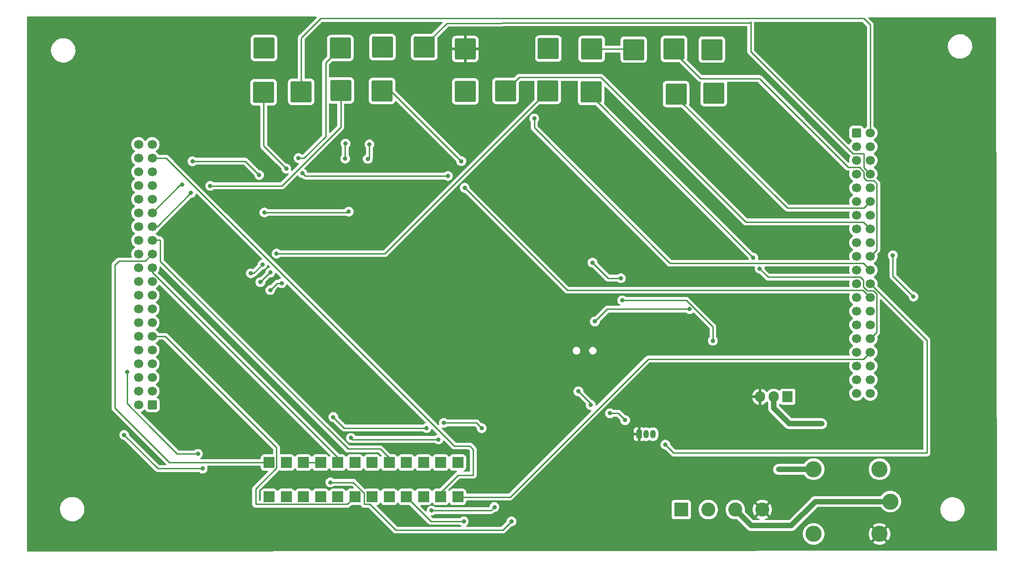
<source format=gbr>
%TF.GenerationSoftware,KiCad,Pcbnew,7.0.8*%
%TF.CreationDate,2025-04-10T16:12:06-04:00*%
%TF.ProjectId,2310interface,32333130-696e-4746-9572-666163652e6b,rev?*%
%TF.SameCoordinates,Original*%
%TF.FileFunction,Copper,L2,Bot*%
%TF.FilePolarity,Positive*%
%FSLAX46Y46*%
G04 Gerber Fmt 4.6, Leading zero omitted, Abs format (unit mm)*
G04 Created by KiCad (PCBNEW 7.0.8) date 2025-04-10 16:12:06*
%MOMM*%
%LPD*%
G01*
G04 APERTURE LIST*
G04 Aperture macros list*
%AMRoundRect*
0 Rectangle with rounded corners*
0 $1 Rounding radius*
0 $2 $3 $4 $5 $6 $7 $8 $9 X,Y pos of 4 corners*
0 Add a 4 corners polygon primitive as box body*
4,1,4,$2,$3,$4,$5,$6,$7,$8,$9,$2,$3,0*
0 Add four circle primitives for the rounded corners*
1,1,$1+$1,$2,$3*
1,1,$1+$1,$4,$5*
1,1,$1+$1,$6,$7*
1,1,$1+$1,$8,$9*
0 Add four rect primitives between the rounded corners*
20,1,$1+$1,$2,$3,$4,$5,0*
20,1,$1+$1,$4,$5,$6,$7,0*
20,1,$1+$1,$6,$7,$8,$9,0*
20,1,$1+$1,$8,$9,$2,$3,0*%
G04 Aperture macros list end*
%TA.AperFunction,ComponentPad*%
%ADD10RoundRect,0.250002X-1.699998X-1.699998X1.699998X-1.699998X1.699998X1.699998X-1.699998X1.699998X0*%
%TD*%
%TA.AperFunction,ComponentPad*%
%ADD11R,2.600000X2.600000*%
%TD*%
%TA.AperFunction,ComponentPad*%
%ADD12C,2.600000*%
%TD*%
%TA.AperFunction,ComponentPad*%
%ADD13RoundRect,0.250000X-0.600000X-0.600000X0.600000X-0.600000X0.600000X0.600000X-0.600000X0.600000X0*%
%TD*%
%TA.AperFunction,ComponentPad*%
%ADD14C,1.700000*%
%TD*%
%TA.AperFunction,ComponentPad*%
%ADD15R,1.050000X1.500000*%
%TD*%
%TA.AperFunction,ComponentPad*%
%ADD16O,1.050000X1.500000*%
%TD*%
%TA.AperFunction,ComponentPad*%
%ADD17RoundRect,0.250000X0.600000X0.600000X-0.600000X0.600000X-0.600000X-0.600000X0.600000X-0.600000X0*%
%TD*%
%TA.AperFunction,ComponentPad*%
%ADD18C,3.000000*%
%TD*%
%TA.AperFunction,ComponentPad*%
%ADD19O,1.905000X2.000000*%
%TD*%
%TA.AperFunction,ComponentPad*%
%ADD20R,1.905000X2.000000*%
%TD*%
%TA.AperFunction,ComponentPad*%
%ADD21RoundRect,0.250001X0.799999X0.799999X-0.799999X0.799999X-0.799999X-0.799999X0.799999X-0.799999X0*%
%TD*%
%TA.AperFunction,ViaPad*%
%ADD22C,0.800000*%
%TD*%
%TA.AperFunction,Conductor*%
%ADD23C,1.016000*%
%TD*%
%TA.AperFunction,Conductor*%
%ADD24C,0.250000*%
%TD*%
G04 APERTURE END LIST*
D10*
%TO.P,AB10,1,Pin_1*%
%TO.N,Net-(AB10-Pin_1)*%
X129600000Y-39290000D03*
%TD*%
%TO.P,AB13,1,Pin_1*%
%TO.N,Net-(AB13-Pin_1)*%
X152320000Y-39530000D03*
%TD*%
%TO.P,AD2,1,Pin_1*%
%TO.N,Net-(AD2-Pin_1)*%
X69090000Y-31150000D03*
%TD*%
%TO.P,AD6,1,Pin_1*%
%TO.N,Net-(AD6-Pin_1)*%
X98740000Y-30980000D03*
%TD*%
%TO.P,AD11,1,Pin_1*%
%TO.N,Net-(AD10-Pin_1)*%
X137460000Y-31420000D03*
%TD*%
%TO.P,AB9,1,Pin_1*%
%TO.N,Net-(AB9-Pin_1)*%
X121600000Y-39060000D03*
%TD*%
%TO.P,AD4,1,Pin_1*%
%TO.N,Net-(AD4-Pin_1)*%
X83180000Y-31150000D03*
%TD*%
%TO.P,AD5,1,Pin_1*%
%TO.N,unconnected-(AD5-Pin_1-Pad1)*%
X91000000Y-30980000D03*
%TD*%
%TO.P,AB7,1,Pin_1*%
%TO.N,Net-(AB7-Pin_1)*%
X106300000Y-39140000D03*
%TD*%
%TO.P,AB8,1,Pin_1*%
%TO.N,Net-(AB8-Pin_1)*%
X113780000Y-39060000D03*
%TD*%
D11*
%TO.P,J4,1,Pin_1*%
%TO.N,Net-(J4-Pin_1)*%
X146280000Y-116650000D03*
D12*
%TO.P,J4,2,Pin_2*%
%TO.N,Net-(J4-Pin_2)*%
X151280000Y-116650000D03*
%TO.P,J4,3,Pin_3*%
%TO.N,Net-(J4-Pin_3)*%
X156280000Y-116650000D03*
%TO.P,J4,4,Pin_4*%
%TO.N,GND*%
X161280000Y-116650000D03*
%TD*%
D10*
%TO.P,AB5,1,Pin_1*%
%TO.N,Net-(AB5-Pin_1)*%
X90920000Y-39060000D03*
%TD*%
%TO.P,AD9,1,Pin_1*%
%TO.N,Net-(AD9-Pin_1)*%
X121690000Y-31240000D03*
%TD*%
%TO.P,AD10,1,Pin_1*%
%TO.N,Net-(AD10-Pin_1)*%
X129720000Y-31300000D03*
%TD*%
%TO.P,AB3,1,Pin_1*%
%TO.N,Net-(AB3-Pin_1)*%
X75960000Y-39230000D03*
%TD*%
%TO.P,AD13,1,Pin_1*%
%TO.N,Net-(AD13-Pin_1)*%
X151950000Y-31420000D03*
%TD*%
D13*
%TO.P,ConnA1,1,Pin_1*%
%TO.N,unconnected-(ConnA1-Pin_1-Pad1)*%
X178710000Y-46860000D03*
D14*
%TO.P,ConnA1,2,Pin_2*%
%TO.N,Net-(AB3-Pin_1)*%
X181250000Y-46860000D03*
%TO.P,ConnA1,3,Pin_3*%
%TO.N,unconnected-(ConnA1-Pin_3-Pad3)*%
X178710000Y-49400000D03*
%TO.P,ConnA1,4,Pin_4*%
%TO.N,Net-(AD2-Pin_1)*%
X181250000Y-49400000D03*
%TO.P,ConnA1,5,Pin_5*%
%TO.N,unconnected-(ConnA1-Pin_5-Pad5)*%
X178710000Y-51940000D03*
%TO.P,ConnA1,6,Pin_6*%
%TO.N,Net-(AD13-Pin_1)*%
X181250000Y-51940000D03*
%TO.P,ConnA1,7,Pin_7*%
%TO.N,unconnected-(ConnA1-Pin_7-Pad7)*%
X178710000Y-54480000D03*
%TO.P,ConnA1,8,Pin_8*%
%TO.N,Net-(AD6-Pin_1)*%
X181250000Y-54480000D03*
%TO.P,ConnA1,9,Pin_9*%
%TO.N,unconnected-(ConnA1-Pin_9-Pad9)*%
X178710000Y-57020000D03*
%TO.P,ConnA1,10,Pin_10*%
%TO.N,Net-(B13-Pin_1)*%
X181250000Y-57020000D03*
%TO.P,ConnA1,11,Pin_11*%
%TO.N,unconnected-(ConnA1-Pin_11-Pad11)*%
X178710000Y-59560000D03*
%TO.P,ConnA1,12,Pin_12*%
%TO.N,Net-(AB12-Pin_1)*%
X181250000Y-59560000D03*
%TO.P,ConnA1,13,Pin_13*%
%TO.N,unconnected-(ConnA1-Pin_13-Pad13)*%
X178710000Y-62100000D03*
%TO.P,ConnA1,14,Pin_14*%
%TO.N,Net-(B7-Pin_1)*%
X181250000Y-62100000D03*
%TO.P,ConnA1,15,Pin_15*%
%TO.N,unconnected-(ConnA1-Pin_15-Pad15)*%
X178710000Y-64640000D03*
%TO.P,ConnA1,16,Pin_16*%
%TO.N,Net-(AB8-Pin_1)*%
X181250000Y-64640000D03*
%TO.P,ConnA1,17,Pin_17*%
%TO.N,unconnected-(ConnA1-Pin_17-Pad17)*%
X178710000Y-67180000D03*
%TO.P,ConnA1,18,Pin_18*%
%TO.N,Net-(ConnA1-Pin_18)*%
X181250000Y-67180000D03*
%TO.P,ConnA1,19,Pin_19*%
%TO.N,unconnected-(ConnA1-Pin_19-Pad19)*%
X178710000Y-69720000D03*
%TO.P,ConnA1,20,Pin_20*%
%TO.N,Net-(AD12-Pin_1)*%
X181250000Y-69720000D03*
%TO.P,ConnA1,21,Pin_21*%
%TO.N,unconnected-(ConnA1-Pin_21-Pad21)*%
X178710000Y-72260000D03*
%TO.P,ConnA1,22,Pin_22*%
%TO.N,Net-(AB7-Pin_1)*%
X181250000Y-72260000D03*
%TO.P,ConnA1,23,Pin_23*%
%TO.N,unconnected-(ConnA1-Pin_23-Pad23)*%
X178710000Y-74800000D03*
%TO.P,ConnA1,24,Pin_24*%
%TO.N,Net-(ConnA1-Pin_24)*%
X181250000Y-74800000D03*
%TO.P,ConnA1,25,Pin_25*%
%TO.N,unconnected-(ConnA1-Pin_25-Pad25)*%
X178710000Y-77340000D03*
%TO.P,ConnA1,26,Pin_26*%
%TO.N,Net-(AB2-Pin_1)*%
X181250000Y-77340000D03*
%TO.P,ConnA1,27,Pin_27*%
%TO.N,unconnected-(ConnA1-Pin_27-Pad27)*%
X178710000Y-79880000D03*
%TO.P,ConnA1,28,Pin_28*%
%TO.N,Net-(B10-Pin_1)*%
X181250000Y-79880000D03*
%TO.P,ConnA1,29,Pin_29*%
%TO.N,unconnected-(ConnA1-Pin_29-Pad29)*%
X178710000Y-82420000D03*
%TO.P,ConnA1,30,Pin_30*%
%TO.N,Net-(AB5-Pin_1)*%
X181250000Y-82420000D03*
%TO.P,ConnA1,31,Pin_31*%
%TO.N,unconnected-(ConnA1-Pin_31-Pad31)*%
X178710000Y-84960000D03*
%TO.P,ConnA1,32,Pin_32*%
%TO.N,Net-(AB10-Pin_1)*%
X181250000Y-84960000D03*
%TO.P,ConnA1,33,Pin_33*%
%TO.N,unconnected-(ConnA1-Pin_33-Pad33)*%
X178710000Y-87500000D03*
%TO.P,ConnA1,34,Pin_34*%
%TO.N,Net-(B2-Pin_1)*%
X181250000Y-87500000D03*
%TO.P,ConnA1,35,Pin_35*%
%TO.N,unconnected-(ConnA1-Pin_35-Pad35)*%
X178710000Y-90040000D03*
%TO.P,ConnA1,36,Pin_36*%
%TO.N,Net-(ConnA1-Pin_36)*%
X181250000Y-90040000D03*
%TO.P,ConnA1,37,Pin_37*%
%TO.N,unconnected-(ConnA1-Pin_37-Pad37)*%
X178710000Y-92580000D03*
%TO.P,ConnA1,38,Pin_38*%
%TO.N,Net-(B5-Pin_1)*%
X181250000Y-92580000D03*
%TO.P,ConnA1,39,Pin_39*%
%TO.N,unconnected-(ConnA1-Pin_39-Pad39)*%
X178710000Y-95120000D03*
%TO.P,ConnA1,40,Pin_40*%
%TO.N,Net-(B4-Pin_1)*%
X181250000Y-95120000D03*
%TD*%
D10*
%TO.P,AB12,1,Pin_1*%
%TO.N,Net-(AB12-Pin_1)*%
X145320000Y-39650000D03*
%TD*%
%TO.P,AB2,1,Pin_1*%
%TO.N,Net-(AB2-Pin_1)*%
X69000000Y-39320000D03*
%TD*%
D15*
%TO.P,Q2,1,E*%
%TO.N,GND*%
X138510000Y-102680000D03*
D16*
%TO.P,Q2,2,B*%
%TO.N,Net-(Q2-B)*%
X139780000Y-102680000D03*
%TO.P,Q2,3,C*%
%TO.N,Net-(ConnA1-Pin_24)*%
X141050000Y-102680000D03*
%TD*%
D17*
%TO.P,ConnB1,1,Pin_1*%
%TO.N,unconnected-(ConnB1-Pin_1-Pad1)*%
X48390000Y-97240000D03*
D14*
%TO.P,ConnB1,2,Pin_2*%
%TO.N,unconnected-(ConnB1-Pin_2-Pad2)*%
X45850000Y-97240000D03*
%TO.P,ConnB1,3,Pin_3*%
%TO.N,unconnected-(ConnB1-Pin_3-Pad3)*%
X48390000Y-94700000D03*
%TO.P,ConnB1,4,Pin_4*%
%TO.N,unconnected-(ConnB1-Pin_4-Pad4)*%
X45850000Y-94700000D03*
%TO.P,ConnB1,5,Pin_5*%
%TO.N,Net-(ConnB1-Pin_5)*%
X48390000Y-92160000D03*
%TO.P,ConnB1,6,Pin_6*%
%TO.N,unconnected-(ConnB1-Pin_6-Pad6)*%
X45850000Y-92160000D03*
%TO.P,ConnB1,7,Pin_7*%
%TO.N,Net-(AB13-Pin_1)*%
X48390000Y-89620000D03*
%TO.P,ConnB1,8,Pin_8*%
%TO.N,unconnected-(ConnB1-Pin_8-Pad8)*%
X45850000Y-89620000D03*
%TO.P,ConnB1,9,Pin_9*%
%TO.N,Net-(AD10-Pin_1)*%
X48390000Y-87080000D03*
%TO.P,ConnB1,10,Pin_10*%
%TO.N,unconnected-(ConnB1-Pin_10-Pad10)*%
X45850000Y-87080000D03*
%TO.P,ConnB1,11,Pin_11*%
%TO.N,Net-(B8-Pin_1)*%
X48390000Y-84540000D03*
%TO.P,ConnB1,12,Pin_12*%
%TO.N,unconnected-(ConnB1-Pin_12-Pad12)*%
X45850000Y-84540000D03*
%TO.P,ConnB1,13,Pin_13*%
%TO.N,Net-(AD9-Pin_1)*%
X48390000Y-82000000D03*
%TO.P,ConnB1,14,Pin_14*%
%TO.N,unconnected-(ConnB1-Pin_14-Pad14)*%
X45850000Y-82000000D03*
%TO.P,ConnB1,15,Pin_15*%
%TO.N,Net-(AB9-Pin_1)*%
X48390000Y-79460000D03*
%TO.P,ConnB1,16,Pin_16*%
%TO.N,unconnected-(ConnB1-Pin_16-Pad16)*%
X45850000Y-79460000D03*
%TO.P,ConnB1,17,Pin_17*%
%TO.N,Net-(ConnB1-Pin_17)*%
X48390000Y-76920000D03*
%TO.P,ConnB1,18,Pin_18*%
%TO.N,unconnected-(ConnB1-Pin_18-Pad18)*%
X45850000Y-76920000D03*
%TO.P,ConnB1,19,Pin_19*%
%TO.N,Net-(B12-Pin_1)*%
X48390000Y-74380000D03*
%TO.P,ConnB1,20,Pin_20*%
%TO.N,unconnected-(ConnB1-Pin_20-Pad20)*%
X45850000Y-74380000D03*
%TO.P,ConnB1,21,Pin_21*%
%TO.N,Net-(ConnB1-Pin_21)*%
X48390000Y-71840000D03*
%TO.P,ConnB1,22,Pin_22*%
%TO.N,unconnected-(ConnB1-Pin_22-Pad22)*%
X45850000Y-71840000D03*
%TO.P,ConnB1,23,Pin_23*%
%TO.N,Net-(ConnB1-Pin_23)*%
X48390000Y-69300000D03*
%TO.P,ConnB1,24,Pin_24*%
%TO.N,unconnected-(ConnB1-Pin_24-Pad24)*%
X45850000Y-69300000D03*
%TO.P,ConnB1,25,Pin_25*%
%TO.N,Net-(ConnB1-Pin_25)*%
X48390000Y-66760000D03*
%TO.P,ConnB1,26,Pin_26*%
%TO.N,unconnected-(ConnB1-Pin_26-Pad26)*%
X45850000Y-66760000D03*
%TO.P,ConnB1,27,Pin_27*%
%TO.N,Net-(AB4-Pin_1)*%
X48390000Y-64220000D03*
%TO.P,ConnB1,28,Pin_28*%
%TO.N,unconnected-(ConnB1-Pin_28-Pad28)*%
X45850000Y-64220000D03*
%TO.P,ConnB1,29,Pin_29*%
%TO.N,Net-(AD4-Pin_1)*%
X48390000Y-61680000D03*
%TO.P,ConnB1,30,Pin_30*%
%TO.N,unconnected-(ConnB1-Pin_30-Pad30)*%
X45850000Y-61680000D03*
%TO.P,ConnB1,31,Pin_31*%
%TO.N,Net-(B9-Pin_1)*%
X48390000Y-59140000D03*
%TO.P,ConnB1,32,Pin_32*%
%TO.N,unconnected-(ConnB1-Pin_32-Pad32)*%
X45850000Y-59140000D03*
%TO.P,ConnB1,33,Pin_33*%
%TO.N,unconnected-(ConnB1-Pin_33-Pad33)*%
X48390000Y-56600000D03*
%TO.P,ConnB1,34,Pin_34*%
%TO.N,unconnected-(ConnB1-Pin_34-Pad34)*%
X45850000Y-56600000D03*
%TO.P,ConnB1,35,Pin_35*%
%TO.N,Net-(ConnB1-Pin_35)*%
X48390000Y-54060000D03*
%TO.P,ConnB1,36,Pin_36*%
%TO.N,unconnected-(ConnB1-Pin_36-Pad36)*%
X45850000Y-54060000D03*
%TO.P,ConnB1,37,Pin_37*%
%TO.N,Net-(B3-Pin_1)*%
X48390000Y-51520000D03*
%TO.P,ConnB1,38,Pin_38*%
%TO.N,unconnected-(ConnB1-Pin_38-Pad38)*%
X45850000Y-51520000D03*
%TO.P,ConnB1,39,Pin_39*%
%TO.N,Net-(ConnB1-Pin_39)*%
X48390000Y-48980000D03*
%TO.P,ConnB1,40,Pin_40*%
%TO.N,unconnected-(ConnB1-Pin_40-Pad40)*%
X45850000Y-48980000D03*
%TD*%
D18*
%TO.P,K1,11*%
%TO.N,Net-(J4-Pin_3)*%
X184970000Y-115160000D03*
%TO.P,K1,12*%
%TO.N,Net-(Q1-D)*%
X170770000Y-121160000D03*
%TO.P,K1,14*%
%TO.N,Net-(J4-Pin_2)*%
X170770000Y-109160000D03*
%TO.P,K1,A1*%
%TO.N,Net-(ConnA1-Pin_18)*%
X182970000Y-109160000D03*
%TO.P,K1,A2*%
%TO.N,GND*%
X182970000Y-121160000D03*
%TD*%
D10*
%TO.P,AD12,1,Pin_1*%
%TO.N,Net-(AD12-Pin_1)*%
X144950000Y-31300000D03*
%TD*%
D19*
%TO.P,Q1,1,D*%
%TO.N,Net-(Q1-D)*%
X163400000Y-95750000D03*
%TO.P,Q1,2,S*%
%TO.N,GND*%
X160860000Y-95750000D03*
D20*
%TO.P,Q1,3,G*%
%TO.N,Net-(ConnB1-Pin_39)*%
X165940000Y-95750000D03*
%TD*%
D10*
%TO.P,AB4,1,Pin_1*%
%TO.N,Net-(AB4-Pin_1)*%
X83270000Y-38970000D03*
%TD*%
%TO.P,AD7,1,Pin_1*%
%TO.N,GND*%
X106300000Y-31320000D03*
%TD*%
D21*
%TO.P,B13,1,Pin_1*%
%TO.N,Net-(B13-Pin_1)*%
X70005000Y-114270000D03*
%TD*%
%TO.P,D4,1,Pin_1*%
%TO.N,Net-(ConnB1-Pin_5)*%
X98580000Y-107920000D03*
%TD*%
%TO.P,B7,1,Pin_1*%
%TO.N,Net-(B7-Pin_1)*%
X89055000Y-114270000D03*
%TD*%
%TO.P,B11,1,Pin_1*%
%TO.N,unconnected-(B11-Pin_1-Pad1)*%
X76355000Y-114270000D03*
%TD*%
%TO.P,D9,1,Pin_1*%
%TO.N,Net-(ConnB1-Pin_21)*%
X82705000Y-107920000D03*
%TD*%
%TO.P,D2,1,Pin_1*%
%TO.N,Net-(ConnB1-Pin_35)*%
X104930000Y-107920000D03*
%TD*%
%TO.P,B9,1,Pin_1*%
%TO.N,Net-(B9-Pin_1)*%
X82705000Y-114270000D03*
%TD*%
%TO.P,D8,1,Pin_1*%
%TO.N,unconnected-(D8-Pin_1-Pad1)*%
X85880000Y-107920000D03*
%TD*%
%TO.P,D10,1,Pin_1*%
%TO.N,Net-(ConnB1-Pin_17)*%
X79530000Y-107920000D03*
%TD*%
%TO.P,B5,1,Pin_1*%
%TO.N,Net-(B5-Pin_1)*%
X95405000Y-114270000D03*
%TD*%
%TO.P,D5,1,Pin_1*%
%TO.N,unconnected-(D5-Pin_1-Pad1)*%
X95405000Y-107920000D03*
%TD*%
%TO.P,D11,1,Pin_1*%
%TO.N,Net-(ConnB1-Pin_17)*%
X76355000Y-107920000D03*
%TD*%
%TO.P,B6,1,Pin_1*%
%TO.N,unconnected-(B6-Pin_1-Pad1)*%
X92230000Y-114270000D03*
%TD*%
%TO.P,D6,1,Pin_1*%
%TO.N,Net-(ConnB1-Pin_25)*%
X92230000Y-107920000D03*
%TD*%
%TO.P,B3,1,Pin_1*%
%TO.N,Net-(B3-Pin_1)*%
X101755000Y-114270000D03*
%TD*%
%TO.P,B10,1,Pin_1*%
%TO.N,Net-(B10-Pin_1)*%
X79530000Y-114270000D03*
%TD*%
%TO.P,B8,1,Pin_1*%
%TO.N,Net-(B8-Pin_1)*%
X85880000Y-114270000D03*
%TD*%
%TO.P,B12,1,Pin_1*%
%TO.N,Net-(B12-Pin_1)*%
X73180000Y-114270000D03*
%TD*%
%TO.P,D3,1,Pin_1*%
%TO.N,unconnected-(D3-Pin_1-Pad1)*%
X101755000Y-107920000D03*
%TD*%
%TO.P,B4,1,Pin_1*%
%TO.N,Net-(B4-Pin_1)*%
X98580000Y-114270000D03*
%TD*%
%TO.P,D7,1,Pin_1*%
%TO.N,unconnected-(D7-Pin_1-Pad1)*%
X89055000Y-107920000D03*
%TD*%
%TO.P,D13,1,Pin_1*%
%TO.N,Net-(ConnB1-Pin_23)*%
X70005000Y-107920000D03*
%TD*%
%TO.P,D12,1,Pin_1*%
%TO.N,Net-(ConnA1-Pin_36)*%
X73180000Y-107920000D03*
%TD*%
%TO.P,B2,1,Pin_1*%
%TO.N,Net-(B2-Pin_1)*%
X104930000Y-114270000D03*
%TD*%
D22*
%TO.N,Net-(ConnA1-Pin_36)*%
X81890000Y-99500000D03*
X99170000Y-101530000D03*
X102350000Y-100590000D03*
%TO.N,GND*%
X93850000Y-110220000D03*
%TO.N,Net-(ConnB1-Pin_39)*%
X152130000Y-85360000D03*
X135370000Y-77880000D03*
X135100000Y-73780000D03*
X129860000Y-70890000D03*
X84760000Y-61440000D03*
X68170000Y-54670000D03*
X69145000Y-61605000D03*
X55830000Y-52110000D03*
%TO.N,GND*%
X154320000Y-61980000D03*
X94230000Y-118540000D03*
X83110000Y-80440000D03*
X132960000Y-84290000D03*
X193550000Y-105890000D03*
X158080000Y-34130000D03*
X184730000Y-75260000D03*
X159400000Y-59600000D03*
X136030000Y-118320000D03*
X165860000Y-33400000D03*
X76820000Y-117010000D03*
X86480000Y-117560000D03*
X82150000Y-43640000D03*
X74230000Y-92240000D03*
X93850000Y-105440000D03*
X142890000Y-94620000D03*
X87520000Y-111930000D03*
X77910000Y-111720000D03*
X79670000Y-81810000D03*
X158300000Y-86800000D03*
X189640000Y-103640000D03*
X166320000Y-78620000D03*
X89210000Y-120400000D03*
X67810000Y-96770000D03*
X165860000Y-69430000D03*
X61800000Y-100320000D03*
X85330000Y-43590000D03*
X70280000Y-92930000D03*
X165700000Y-72540000D03*
X158370000Y-90660000D03*
%TO.N,Net-(ConnA1-Pin_24)*%
X143340000Y-104610000D03*
%TO.N,Net-(AB2-Pin_1)*%
X106200000Y-57020000D03*
X103110000Y-54840000D03*
X73200000Y-53470000D03*
X76180000Y-54330000D03*
%TO.N,Net-(AB4-Pin_1)*%
X59120000Y-56670000D03*
X55560000Y-57990000D03*
%TO.N,Net-(AB5-Pin_1)*%
X105570000Y-52090000D03*
%TO.N,Net-(AB7-Pin_1)*%
X119080000Y-44190000D03*
%TO.N,Net-(AB9-Pin_1)*%
X66630000Y-72880000D03*
X71380000Y-69220000D03*
X68790000Y-71250000D03*
%TO.N,Net-(AB10-Pin_1)*%
X160800000Y-72030000D03*
X159620000Y-69970000D03*
%TO.N,Net-(AB13-Pin_1)*%
X57710000Y-109050000D03*
X56840000Y-106320000D03*
X43730000Y-91140000D03*
X43190000Y-102820000D03*
%TO.N,Net-(B13-Pin_1)*%
X101330000Y-103650000D03*
X85170000Y-103380000D03*
%TO.N,Net-(B7-Pin_1)*%
X100080000Y-116830000D03*
X111720000Y-116180000D03*
%TO.N,Net-(SW1-A)*%
X135890000Y-100076000D03*
X129540000Y-97282000D03*
X127254000Y-94742000D03*
X133096000Y-98806000D03*
%TO.N,Net-(B10-Pin_1)*%
X81350000Y-111600000D03*
X114870000Y-118830000D03*
%TO.N,Net-(ConnA1-Pin_36)*%
X109360000Y-101560000D03*
%TO.N,Net-(B5-Pin_1)*%
X106030000Y-118840000D03*
%TO.N,Net-(AD9-Pin_1)*%
X84100000Y-51630000D03*
X70230000Y-72730000D03*
X68400000Y-74510000D03*
X84150000Y-48830000D03*
%TO.N,Net-(AD10-Pin_1)*%
X72350000Y-74710000D03*
X88280000Y-51680000D03*
X88570000Y-48990000D03*
X70230000Y-75980000D03*
%TO.N,Net-(AD4-Pin_1)*%
X53880000Y-56450000D03*
X75450000Y-51520000D03*
%TO.N,Net-(J4-Pin_2)*%
X164210000Y-109290000D03*
%TO.N,Net-(ConnA1-Pin_18)*%
X189240000Y-77180000D03*
X147828000Y-79502000D03*
X185420000Y-69540000D03*
X130302000Y-81788000D03*
%TO.N,Net-(Q1-D)*%
X172260000Y-100740000D03*
%TD*%
D23*
%TO.N,Net-(Q1-D)*%
X163400000Y-97860000D02*
X163400000Y-95750000D01*
X166280000Y-100740000D02*
X163400000Y-97860000D01*
D24*
%TO.N,Net-(ConnA1-Pin_36)*%
X83920000Y-101530000D02*
X81890000Y-99500000D01*
X99170000Y-101530000D02*
X83920000Y-101530000D01*
X108390000Y-100590000D02*
X102350000Y-100590000D01*
X109360000Y-101560000D02*
X108390000Y-100590000D01*
%TO.N,Net-(ConnB1-Pin_39)*%
X152130000Y-82778695D02*
X147231305Y-77880000D01*
X152130000Y-85360000D02*
X152130000Y-82778695D01*
X147231305Y-77880000D02*
X135370000Y-77880000D01*
X132750000Y-73780000D02*
X135100000Y-73780000D01*
X129860000Y-70890000D02*
X132750000Y-73780000D01*
X84595000Y-61605000D02*
X84760000Y-61440000D01*
X69145000Y-61605000D02*
X84595000Y-61605000D01*
X55830000Y-52110000D02*
X65610000Y-52110000D01*
X65610000Y-52110000D02*
X68170000Y-54670000D01*
%TO.N,Net-(ConnA1-Pin_24)*%
X181250000Y-74800000D02*
X191730000Y-85280000D01*
X144890000Y-106160000D02*
X143340000Y-104610000D01*
X191730000Y-106160000D02*
X144890000Y-106160000D01*
X191730000Y-85280000D02*
X191730000Y-106160000D01*
%TO.N,Net-(AB2-Pin_1)*%
X181250000Y-77340000D02*
X179900000Y-75990000D01*
X69000000Y-49270000D02*
X69000000Y-39320000D01*
X76690000Y-54840000D02*
X76180000Y-54330000D01*
X73200000Y-53470000D02*
X69000000Y-49270000D01*
X103110000Y-54840000D02*
X76690000Y-54840000D01*
X179900000Y-75990000D02*
X125170000Y-75990000D01*
X125170000Y-75990000D02*
X106200000Y-57020000D01*
%TO.N,Net-(AB3-Pin_1)*%
X76040000Y-29260000D02*
X75960000Y-29340000D01*
X181250000Y-26830000D02*
X180070000Y-25650000D01*
X75960000Y-29340000D02*
X75960000Y-39230000D01*
X180070000Y-25650000D02*
X79530000Y-25650000D01*
X76040000Y-29140000D02*
X76040000Y-29260000D01*
X181250000Y-46860000D02*
X181250000Y-26830000D01*
X79530000Y-25650000D02*
X76040000Y-29140000D01*
%TO.N,Net-(AB4-Pin_1)*%
X59120000Y-56670000D02*
X72355305Y-56670000D01*
X72355305Y-56670000D02*
X83270000Y-45755305D01*
X49330000Y-64220000D02*
X55560000Y-57990000D01*
X83270000Y-45755305D02*
X83270000Y-38970000D01*
X48390000Y-64220000D02*
X49330000Y-64220000D01*
%TO.N,Net-(AB5-Pin_1)*%
X90920000Y-39060000D02*
X92540000Y-39060000D01*
X92540000Y-39060000D02*
X105570000Y-52090000D01*
%TO.N,Net-(AB7-Pin_1)*%
X119080000Y-45890000D02*
X119080000Y-44190000D01*
X179990000Y-71000000D02*
X144190000Y-71000000D01*
X181250000Y-72260000D02*
X179990000Y-71000000D01*
X144190000Y-71000000D02*
X119080000Y-45890000D01*
%TO.N,Net-(AB8-Pin_1)*%
X116280000Y-36560000D02*
X113780000Y-39060000D01*
X181250000Y-64640000D02*
X179980000Y-63370000D01*
X179980000Y-63370000D02*
X158230000Y-63370000D01*
X158230000Y-63370000D02*
X131420000Y-36560000D01*
X131420000Y-36560000D02*
X116280000Y-36560000D01*
%TO.N,Net-(AB9-Pin_1)*%
X91440000Y-69220000D02*
X71380000Y-69220000D01*
X67160000Y-72880000D02*
X68790000Y-71250000D01*
X121600000Y-39060000D02*
X91440000Y-69220000D01*
X66630000Y-72880000D02*
X67160000Y-72880000D01*
%TO.N,Net-(AB10-Pin_1)*%
X182425000Y-76695000D02*
X182425000Y-83785000D01*
X129250000Y-39600000D02*
X159620000Y-69970000D01*
X180670634Y-76080000D02*
X181810000Y-76080000D01*
X181810000Y-76080000D02*
X182425000Y-76695000D01*
X162350000Y-73580000D02*
X179410000Y-73580000D01*
X179970000Y-75379366D02*
X180670634Y-76080000D01*
X182425000Y-83785000D02*
X181250000Y-84960000D01*
X179970000Y-74140000D02*
X179970000Y-75379366D01*
X179410000Y-73580000D02*
X179970000Y-74140000D01*
X129250000Y-38970000D02*
X129250000Y-39600000D01*
X160800000Y-72030000D02*
X162350000Y-73580000D01*
%TO.N,Net-(AB12-Pin_1)*%
X180040000Y-60770000D02*
X165910000Y-60770000D01*
X165910000Y-60770000D02*
X144200000Y-39060000D01*
X181250000Y-59560000D02*
X180040000Y-60770000D01*
%TO.N,Net-(AB13-Pin_1)*%
X57710000Y-109050000D02*
X49420000Y-109050000D01*
X49420000Y-109050000D02*
X43190000Y-102820000D01*
X48430000Y-101730000D02*
X53020000Y-106320000D01*
X43730000Y-91140000D02*
X43730000Y-97030000D01*
X43730000Y-97030000D02*
X48430000Y-101730000D01*
X53020000Y-106320000D02*
X56840000Y-106320000D01*
%TO.N,Net-(AD6-Pin_1)*%
X113060000Y-26530000D02*
X113120000Y-26470000D01*
X158960000Y-26470000D02*
X159130000Y-26300000D01*
X102920000Y-26530000D02*
X113060000Y-26530000D01*
X180059656Y-50660000D02*
X180059656Y-53289656D01*
X113120000Y-26470000D02*
X158960000Y-26470000D01*
X159130000Y-31760000D02*
X178030000Y-50660000D01*
X180059656Y-53289656D02*
X181250000Y-54480000D01*
X98740000Y-30710000D02*
X102920000Y-26530000D01*
X159130000Y-26300000D02*
X159130000Y-31760000D01*
X178030000Y-50660000D02*
X180059656Y-50660000D01*
X98740000Y-30980000D02*
X98740000Y-30710000D01*
%TO.N,Net-(B13-Pin_1)*%
X101330000Y-103650000D02*
X85440000Y-103650000D01*
X85440000Y-103650000D02*
X85170000Y-103380000D01*
%TO.N,Net-(B7-Pin_1)*%
X111720000Y-116180000D02*
X111070000Y-116830000D01*
X111070000Y-116830000D02*
X100080000Y-116830000D01*
%TO.N,Net-(SW1-A)*%
X133096000Y-98806000D02*
X134620000Y-98806000D01*
X134620000Y-98806000D02*
X135890000Y-100076000D01*
X129540000Y-97028000D02*
X129540000Y-97282000D01*
X127254000Y-94742000D02*
X129540000Y-97028000D01*
%TO.N,Net-(AD12-Pin_1)*%
X180600634Y-55690000D02*
X181900000Y-55690000D01*
X179270000Y-53230000D02*
X180075000Y-54035000D01*
X180075000Y-55164366D02*
X180600634Y-55690000D01*
X177180000Y-53230000D02*
X179270000Y-53230000D01*
X180075000Y-54035000D02*
X180075000Y-55164366D01*
X181900000Y-55690000D02*
X182460000Y-56250000D01*
X182460000Y-56250000D02*
X182460000Y-68510000D01*
X160735000Y-36785000D02*
X177180000Y-53230000D01*
X144290000Y-31240000D02*
X149835000Y-36785000D01*
X182460000Y-68510000D02*
X181250000Y-69720000D01*
X149835000Y-36785000D02*
X160735000Y-36785000D01*
%TO.N,Net-(B10-Pin_1)*%
X113260000Y-120440000D02*
X93450000Y-120440000D01*
X85623172Y-111600000D02*
X81350000Y-111600000D01*
X93450000Y-120440000D02*
X88655000Y-115645000D01*
X88655000Y-115645000D02*
X87591828Y-115645000D01*
X87591828Y-115645000D02*
X87591828Y-113568656D01*
X114870000Y-118830000D02*
X113260000Y-120440000D01*
X87591828Y-113568656D02*
X85623172Y-111600000D01*
%TO.N,Net-(B2-Pin_1)*%
X104970000Y-114310000D02*
X104930000Y-114270000D01*
X181250000Y-87500000D02*
X180010000Y-88740000D01*
X140160000Y-88740000D02*
X114590000Y-114310000D01*
X180010000Y-88740000D02*
X140160000Y-88740000D01*
X114590000Y-114310000D02*
X104970000Y-114310000D01*
%TO.N,Net-(B5-Pin_1)*%
X106030000Y-118840000D02*
X99975000Y-118840000D01*
X99975000Y-118840000D02*
X95405000Y-114270000D01*
%TO.N,Net-(AD9-Pin_1)*%
X84100000Y-51630000D02*
X84100000Y-48880000D01*
X68400000Y-74510000D02*
X70180000Y-72730000D01*
X84100000Y-48880000D02*
X84150000Y-48830000D01*
X70180000Y-72730000D02*
X70230000Y-72730000D01*
%TO.N,Net-(AD10-Pin_1)*%
X136900000Y-31320000D02*
X129240000Y-31320000D01*
X129240000Y-31320000D02*
X129160000Y-31240000D01*
X88570000Y-51390000D02*
X88570000Y-48990000D01*
X71500000Y-74710000D02*
X72350000Y-74710000D01*
X70230000Y-75980000D02*
X71500000Y-74710000D01*
X88280000Y-51680000D02*
X88570000Y-51390000D01*
%TO.N,Net-(B8-Pin_1)*%
X85880000Y-114270000D02*
X84505000Y-115645000D01*
X67515000Y-112823172D02*
X71380000Y-108958172D01*
X71380000Y-108958172D02*
X71380000Y-105130000D01*
X84505000Y-115645000D02*
X67515000Y-115645000D01*
X48390000Y-84540000D02*
X50790000Y-84540000D01*
X67515000Y-115645000D02*
X67515000Y-112823172D01*
X50790000Y-84540000D02*
X71380000Y-105130000D01*
%TO.N,Net-(ConnB1-Pin_17)*%
X79530000Y-107920000D02*
X76355000Y-107920000D01*
%TO.N,Net-(ConnB1-Pin_21)*%
X48390000Y-72685344D02*
X82705000Y-107000344D01*
X48390000Y-71840000D02*
X48390000Y-72685344D01*
X82705000Y-107000344D02*
X82705000Y-107920000D01*
%TO.N,Net-(B12-Pin_1)*%
X49165000Y-74380000D02*
X48390000Y-74380000D01*
%TO.N,Net-(ConnB1-Pin_23)*%
X41470000Y-97840000D02*
X51550000Y-107920000D01*
X41470000Y-71370000D02*
X41470000Y-97840000D01*
X51550000Y-107920000D02*
X70005000Y-107920000D01*
X48390000Y-69300000D02*
X47100000Y-70590000D01*
X42250000Y-70590000D02*
X41470000Y-71370000D01*
X47100000Y-70590000D02*
X42250000Y-70590000D01*
%TO.N,Net-(ConnB1-Pin_25)*%
X92230000Y-107920000D02*
X92230000Y-107100000D01*
X49780000Y-66660000D02*
X49894656Y-66774656D01*
X48390000Y-66760000D02*
X48490000Y-66660000D01*
X49894656Y-66774656D02*
X49894656Y-70669656D01*
X92230000Y-107100000D02*
X90545000Y-105415000D01*
X49894656Y-70669656D02*
X84640000Y-105415000D01*
X90545000Y-105415000D02*
X84505000Y-105415000D01*
X48490000Y-66660000D02*
X49780000Y-66660000D01*
%TO.N,Net-(B3-Pin_1)*%
X101755000Y-113508172D02*
X101755000Y-114270000D01*
X48390000Y-51520000D02*
X50943172Y-51520000D01*
X107800000Y-110260000D02*
X105003172Y-110260000D01*
X107800000Y-105520000D02*
X107800000Y-110260000D01*
X50943172Y-51520000D02*
X104283172Y-104860000D01*
X104283172Y-104860000D02*
X107140000Y-104860000D01*
X105003172Y-110260000D02*
X101755000Y-113508172D01*
X107140000Y-104860000D02*
X107800000Y-105520000D01*
%TO.N,Net-(AD4-Pin_1)*%
X76480000Y-51520000D02*
X80490000Y-47510000D01*
X80490000Y-47510000D02*
X80490000Y-33840000D01*
X75450000Y-51520000D02*
X76480000Y-51520000D01*
X53620000Y-56450000D02*
X53880000Y-56450000D01*
X80490000Y-33840000D02*
X83180000Y-31150000D01*
X48390000Y-61680000D02*
X53620000Y-56450000D01*
D23*
%TO.N,Net-(J4-Pin_3)*%
X171060000Y-115160000D02*
X166620000Y-119600000D01*
X166620000Y-119600000D02*
X159230000Y-119600000D01*
X184970000Y-115160000D02*
X171060000Y-115160000D01*
X159230000Y-119600000D02*
X156280000Y-116650000D01*
D24*
%TO.N,Net-(J4-Pin_2)*%
X164340000Y-109160000D02*
X164210000Y-109290000D01*
D23*
X170770000Y-109160000D02*
X164340000Y-109160000D01*
D24*
%TO.N,Net-(ConnA1-Pin_18)*%
X147828000Y-79502000D02*
X132588000Y-79502000D01*
X185420000Y-73360000D02*
X185420000Y-69540000D01*
X132588000Y-79502000D02*
X130302000Y-81788000D01*
X189240000Y-77180000D02*
X185420000Y-73360000D01*
D23*
%TO.N,Net-(Q1-D)*%
X172260000Y-100740000D02*
X166280000Y-100740000D01*
%TD*%
%TA.AperFunction,Conductor*%
%TO.N,GND*%
G36*
X81278501Y-41364037D02*
G01*
X81417204Y-41409999D01*
X81519993Y-41420500D01*
X82520500Y-41420499D01*
X82587539Y-41440183D01*
X82633294Y-41492987D01*
X82644500Y-41544499D01*
X82644500Y-45444852D01*
X82624815Y-45511891D01*
X82608181Y-45532533D01*
X81327181Y-46813533D01*
X81265858Y-46847018D01*
X81196166Y-46842034D01*
X81140233Y-46800162D01*
X81115816Y-46734698D01*
X81115500Y-46725852D01*
X81115500Y-41481744D01*
X81135185Y-41414705D01*
X81187989Y-41368950D01*
X81257147Y-41359006D01*
X81278501Y-41364037D01*
G37*
%TD.AperFunction*%
%TA.AperFunction,Conductor*%
G36*
X78679828Y-25316350D02*
G01*
X78746844Y-25336106D01*
X78792543Y-25388958D01*
X78802413Y-25458127D01*
X78773321Y-25521652D01*
X78767375Y-25528031D01*
X75656207Y-28639200D01*
X75643951Y-28649020D01*
X75644134Y-28649241D01*
X75638123Y-28654213D01*
X75590772Y-28704636D01*
X75569889Y-28725519D01*
X75569877Y-28725532D01*
X75565621Y-28731017D01*
X75561837Y-28735447D01*
X75529937Y-28769418D01*
X75529936Y-28769420D01*
X75520284Y-28786976D01*
X75509610Y-28803226D01*
X75497329Y-28819061D01*
X75497324Y-28819068D01*
X75478815Y-28861838D01*
X75476245Y-28867084D01*
X75453803Y-28907906D01*
X75448822Y-28927307D01*
X75442521Y-28945710D01*
X75434561Y-28964104D01*
X75432677Y-28976003D01*
X75419842Y-29011656D01*
X75420424Y-29011908D01*
X75398814Y-29061839D01*
X75396245Y-29067083D01*
X75373803Y-29107907D01*
X75368822Y-29127307D01*
X75362521Y-29145710D01*
X75354562Y-29164102D01*
X75354561Y-29164105D01*
X75347271Y-29210127D01*
X75346087Y-29215846D01*
X75334501Y-29260972D01*
X75334500Y-29260982D01*
X75334500Y-29281016D01*
X75332973Y-29300415D01*
X75329840Y-29320194D01*
X75329840Y-29320195D01*
X75334225Y-29366583D01*
X75334500Y-29372421D01*
X75334500Y-36655500D01*
X75314815Y-36722539D01*
X75262011Y-36768294D01*
X75210500Y-36779500D01*
X74210000Y-36779500D01*
X74209983Y-36779501D01*
X74107204Y-36790000D01*
X74107201Y-36790001D01*
X73940669Y-36845185D01*
X73940664Y-36845187D01*
X73791343Y-36937290D01*
X73667290Y-37061343D01*
X73575187Y-37210664D01*
X73575185Y-37210669D01*
X73567379Y-37234226D01*
X73520001Y-37377204D01*
X73520001Y-37377205D01*
X73520000Y-37377205D01*
X73509500Y-37479985D01*
X73509500Y-40979999D01*
X73509501Y-40980016D01*
X73520000Y-41082795D01*
X73520001Y-41082798D01*
X73575185Y-41249330D01*
X73575187Y-41249335D01*
X73610071Y-41305890D01*
X73667289Y-41398655D01*
X73791345Y-41522711D01*
X73940667Y-41614814D01*
X74107204Y-41669999D01*
X74209993Y-41680500D01*
X77710006Y-41680499D01*
X77812796Y-41669999D01*
X77979333Y-41614814D01*
X78128655Y-41522711D01*
X78252711Y-41398655D01*
X78344814Y-41249333D01*
X78399999Y-41082796D01*
X78410500Y-40980007D01*
X78410499Y-37479994D01*
X78403598Y-37412441D01*
X78399999Y-37377204D01*
X78399998Y-37377201D01*
X78383586Y-37327673D01*
X78344814Y-37210667D01*
X78252711Y-37061345D01*
X78128655Y-36937289D01*
X77982744Y-36847290D01*
X77979335Y-36845187D01*
X77979330Y-36845185D01*
X77977861Y-36844698D01*
X77812796Y-36790001D01*
X77812794Y-36790000D01*
X77710014Y-36779500D01*
X77710007Y-36779500D01*
X76709500Y-36779500D01*
X76642461Y-36759815D01*
X76596706Y-36707011D01*
X76585500Y-36655500D01*
X76585500Y-29600081D01*
X76595697Y-29550838D01*
X76601179Y-29538168D01*
X76603752Y-29532917D01*
X76626193Y-29492099D01*
X76626197Y-29492092D01*
X76631180Y-29472685D01*
X76637483Y-29454275D01*
X76640545Y-29447201D01*
X76645437Y-29435896D01*
X76645437Y-29435894D01*
X76648536Y-29428734D01*
X76651140Y-29429861D01*
X76674804Y-29389784D01*
X79752772Y-26311819D01*
X79814095Y-26278334D01*
X79840453Y-26275500D01*
X101990548Y-26275500D01*
X102057587Y-26295185D01*
X102103342Y-26347989D01*
X102113286Y-26417147D01*
X102084261Y-26480703D01*
X102078229Y-26487181D01*
X100072227Y-28493181D01*
X100010904Y-28526666D01*
X99984546Y-28529500D01*
X96990000Y-28529500D01*
X96989983Y-28529501D01*
X96887204Y-28540000D01*
X96887201Y-28540001D01*
X96720669Y-28595185D01*
X96720664Y-28595187D01*
X96571343Y-28687290D01*
X96447290Y-28811343D01*
X96355187Y-28960664D01*
X96355185Y-28960669D01*
X96338290Y-29011656D01*
X96300001Y-29127204D01*
X96300001Y-29127205D01*
X96300000Y-29127205D01*
X96289500Y-29229985D01*
X96289500Y-32729999D01*
X96289501Y-32730016D01*
X96300000Y-32832795D01*
X96300001Y-32832798D01*
X96355185Y-32999330D01*
X96355187Y-32999335D01*
X96386442Y-33050007D01*
X96447289Y-33148655D01*
X96571345Y-33272711D01*
X96720667Y-33364814D01*
X96887204Y-33419999D01*
X96989993Y-33430500D01*
X100490006Y-33430499D01*
X100592796Y-33419999D01*
X100759333Y-33364814D01*
X100908655Y-33272711D01*
X101032711Y-33148655D01*
X101124814Y-32999333D01*
X101179999Y-32832796D01*
X101190500Y-32730007D01*
X101190500Y-31070000D01*
X103850000Y-31070000D01*
X105457712Y-31070000D01*
X105451922Y-31084532D01*
X105421131Y-31272349D01*
X105431435Y-31462394D01*
X105461312Y-31570000D01*
X103850001Y-31570000D01*
X103850001Y-33069984D01*
X103860494Y-33172695D01*
X103915641Y-33339117D01*
X103915643Y-33339122D01*
X104007684Y-33488344D01*
X104131655Y-33612315D01*
X104280877Y-33704356D01*
X104280882Y-33704358D01*
X104447304Y-33759505D01*
X104447311Y-33759506D01*
X104550021Y-33769999D01*
X106049999Y-33769999D01*
X106050000Y-33769998D01*
X106050000Y-32160917D01*
X106204838Y-32195000D01*
X106347445Y-32195000D01*
X106489208Y-32179582D01*
X106550000Y-32159099D01*
X106550000Y-33769999D01*
X108049970Y-33769999D01*
X108049984Y-33769998D01*
X108152695Y-33759505D01*
X108319117Y-33704358D01*
X108319122Y-33704356D01*
X108468344Y-33612315D01*
X108592315Y-33488344D01*
X108684356Y-33339122D01*
X108684358Y-33339117D01*
X108739505Y-33172695D01*
X108739506Y-33172688D01*
X108749999Y-33069984D01*
X108750000Y-33069971D01*
X108750000Y-32989999D01*
X119239500Y-32989999D01*
X119239501Y-32990016D01*
X119250000Y-33092795D01*
X119250001Y-33092798D01*
X119305185Y-33259330D01*
X119305187Y-33259335D01*
X119313489Y-33272794D01*
X119397289Y-33408655D01*
X119521345Y-33532711D01*
X119670667Y-33624814D01*
X119837204Y-33679999D01*
X119939993Y-33690500D01*
X123440006Y-33690499D01*
X123542796Y-33679999D01*
X123709333Y-33624814D01*
X123858655Y-33532711D01*
X123982711Y-33408655D01*
X124074814Y-33259333D01*
X124129999Y-33092796D01*
X124134371Y-33049999D01*
X127269500Y-33049999D01*
X127269501Y-33050016D01*
X127280000Y-33152795D01*
X127280001Y-33152798D01*
X127335185Y-33319330D01*
X127335187Y-33319335D01*
X127353497Y-33349020D01*
X127427289Y-33468655D01*
X127551345Y-33592711D01*
X127700667Y-33684814D01*
X127867204Y-33739999D01*
X127969993Y-33750500D01*
X131470006Y-33750499D01*
X131572796Y-33739999D01*
X131739333Y-33684814D01*
X131888655Y-33592711D01*
X132012711Y-33468655D01*
X132104814Y-33319333D01*
X132159999Y-33152796D01*
X132170500Y-33050007D01*
X132170500Y-32069500D01*
X132190185Y-32002461D01*
X132242989Y-31956706D01*
X132294500Y-31945500D01*
X134885501Y-31945500D01*
X134952540Y-31965185D01*
X134998295Y-32017989D01*
X135009501Y-32069500D01*
X135009501Y-33170016D01*
X135020000Y-33272795D01*
X135020001Y-33272798D01*
X135075185Y-33439330D01*
X135075187Y-33439335D01*
X135093272Y-33468655D01*
X135167289Y-33588655D01*
X135291345Y-33712711D01*
X135440667Y-33804814D01*
X135607204Y-33859999D01*
X135709993Y-33870500D01*
X139210006Y-33870499D01*
X139312796Y-33859999D01*
X139479333Y-33804814D01*
X139628655Y-33712711D01*
X139752711Y-33588655D01*
X139844814Y-33439333D01*
X139899999Y-33272796D01*
X139910500Y-33170007D01*
X139910499Y-29669994D01*
X139905323Y-29619328D01*
X139899999Y-29567204D01*
X139899998Y-29567201D01*
X139894293Y-29549985D01*
X139844814Y-29400667D01*
X139752711Y-29251345D01*
X139628655Y-29127289D01*
X139479333Y-29035186D01*
X139312796Y-28980001D01*
X139312794Y-28980000D01*
X139210008Y-28969500D01*
X135710000Y-28969500D01*
X135709983Y-28969501D01*
X135607204Y-28980000D01*
X135607201Y-28980001D01*
X135440669Y-29035185D01*
X135440664Y-29035187D01*
X135291343Y-29127290D01*
X135167290Y-29251343D01*
X135075187Y-29400664D01*
X135075186Y-29400667D01*
X135020001Y-29567204D01*
X135020001Y-29567205D01*
X135020000Y-29567205D01*
X135009500Y-29669985D01*
X135009500Y-30570500D01*
X134989815Y-30637539D01*
X134937011Y-30683294D01*
X134885500Y-30694500D01*
X132294499Y-30694500D01*
X132227460Y-30674815D01*
X132181705Y-30622011D01*
X132170499Y-30570500D01*
X132170499Y-29550000D01*
X132170498Y-29549983D01*
X132159999Y-29447204D01*
X132159998Y-29447201D01*
X132139255Y-29384604D01*
X132104814Y-29280667D01*
X132012711Y-29131345D01*
X131888655Y-29007289D01*
X131739333Y-28915186D01*
X131572796Y-28860001D01*
X131572794Y-28860000D01*
X131470008Y-28849500D01*
X127970000Y-28849500D01*
X127969983Y-28849501D01*
X127867204Y-28860000D01*
X127867201Y-28860001D01*
X127700669Y-28915185D01*
X127700664Y-28915187D01*
X127551343Y-29007290D01*
X127427290Y-29131343D01*
X127335187Y-29280664D01*
X127335185Y-29280669D01*
X127322088Y-29320194D01*
X127280001Y-29447204D01*
X127280001Y-29447205D01*
X127280000Y-29447205D01*
X127269500Y-29549985D01*
X127269500Y-33049999D01*
X124134371Y-33049999D01*
X124140500Y-32990007D01*
X124140499Y-29489994D01*
X124139829Y-29483439D01*
X124129999Y-29387204D01*
X124129998Y-29387201D01*
X124109250Y-29324588D01*
X124074814Y-29220667D01*
X123982711Y-29071345D01*
X123858655Y-28947289D01*
X123720118Y-28861838D01*
X123709335Y-28855187D01*
X123709330Y-28855185D01*
X123692174Y-28849500D01*
X123542796Y-28800001D01*
X123542794Y-28800000D01*
X123440008Y-28789500D01*
X119940000Y-28789500D01*
X119939983Y-28789501D01*
X119837204Y-28800000D01*
X119837201Y-28800001D01*
X119670669Y-28855185D01*
X119670664Y-28855187D01*
X119521343Y-28947290D01*
X119397290Y-29071343D01*
X119305187Y-29220664D01*
X119305185Y-29220669D01*
X119302095Y-29229994D01*
X119250001Y-29387204D01*
X119250001Y-29387205D01*
X119250000Y-29387205D01*
X119239500Y-29489985D01*
X119239500Y-32989999D01*
X108750000Y-32989999D01*
X108750000Y-31570000D01*
X107142288Y-31570000D01*
X107148078Y-31555468D01*
X107178869Y-31367651D01*
X107168565Y-31177606D01*
X107138688Y-31070000D01*
X108749999Y-31070000D01*
X108749999Y-29570030D01*
X108749998Y-29570015D01*
X108739505Y-29467304D01*
X108684358Y-29300882D01*
X108684356Y-29300877D01*
X108592315Y-29151655D01*
X108468344Y-29027684D01*
X108319122Y-28935643D01*
X108319117Y-28935641D01*
X108152695Y-28880494D01*
X108152688Y-28880493D01*
X108049984Y-28870000D01*
X106550000Y-28870000D01*
X106550000Y-30479082D01*
X106395162Y-30445000D01*
X106252555Y-30445000D01*
X106110792Y-30460418D01*
X106050000Y-30480900D01*
X106050000Y-28870000D01*
X104550030Y-28870000D01*
X104550014Y-28870001D01*
X104447304Y-28880494D01*
X104280882Y-28935641D01*
X104280877Y-28935643D01*
X104131655Y-29027684D01*
X104007684Y-29151655D01*
X103915643Y-29300877D01*
X103915641Y-29300882D01*
X103860494Y-29467304D01*
X103860493Y-29467311D01*
X103850000Y-29570015D01*
X103850000Y-31070000D01*
X101190500Y-31070000D01*
X101190499Y-29229994D01*
X101188525Y-29210669D01*
X101201295Y-29141976D01*
X101224199Y-29110389D01*
X103142771Y-27191819D01*
X103204094Y-27158334D01*
X103230452Y-27155500D01*
X112977257Y-27155500D01*
X112992877Y-27157224D01*
X112992904Y-27156939D01*
X113000660Y-27157671D01*
X113000667Y-27157673D01*
X113069814Y-27155500D01*
X113099350Y-27155500D01*
X113106228Y-27154630D01*
X113112041Y-27154172D01*
X113158627Y-27152709D01*
X113177869Y-27147117D01*
X113196912Y-27143174D01*
X113216792Y-27140664D01*
X113260122Y-27123507D01*
X113265646Y-27121617D01*
X113268013Y-27120929D01*
X113310390Y-27108618D01*
X113310400Y-27108611D01*
X113317133Y-27105699D01*
X113366382Y-27095500D01*
X158380500Y-27095500D01*
X158447539Y-27115185D01*
X158493294Y-27167989D01*
X158504500Y-27219500D01*
X158504500Y-31677255D01*
X158502775Y-31692872D01*
X158503061Y-31692899D01*
X158502326Y-31700665D01*
X158504500Y-31769814D01*
X158504500Y-31799343D01*
X158504501Y-31799360D01*
X158505368Y-31806231D01*
X158505826Y-31812050D01*
X158507290Y-31858624D01*
X158507291Y-31858627D01*
X158512880Y-31877867D01*
X158516824Y-31896911D01*
X158518980Y-31913970D01*
X158519336Y-31916791D01*
X158536490Y-31960119D01*
X158538382Y-31965647D01*
X158551381Y-32010388D01*
X158561580Y-32027634D01*
X158570136Y-32045100D01*
X158577514Y-32063732D01*
X158591426Y-32082881D01*
X158604898Y-32101423D01*
X158608106Y-32106307D01*
X158631827Y-32146416D01*
X158631833Y-32146424D01*
X158645990Y-32160580D01*
X158658628Y-32175376D01*
X158670405Y-32191586D01*
X158670406Y-32191587D01*
X158706309Y-32221288D01*
X158710620Y-32225210D01*
X172836697Y-46351288D01*
X177529197Y-51043788D01*
X177539022Y-51056051D01*
X177539243Y-51055869D01*
X177544210Y-51061874D01*
X177545548Y-51063130D01*
X177546279Y-51064375D01*
X177549188Y-51067891D01*
X177548620Y-51068360D01*
X177580943Y-51123371D01*
X177578151Y-51193185D01*
X177562242Y-51224642D01*
X177546541Y-51247066D01*
X177535964Y-51262172D01*
X177436097Y-51476335D01*
X177436094Y-51476344D01*
X177374938Y-51704586D01*
X177374936Y-51704596D01*
X177354341Y-51939999D01*
X177354341Y-51940000D01*
X177374936Y-52175403D01*
X177374938Y-52175413D01*
X177388739Y-52226919D01*
X177387076Y-52296769D01*
X177347913Y-52354631D01*
X177283684Y-52382135D01*
X177214782Y-52370548D01*
X177181283Y-52346693D01*
X169212849Y-44378259D01*
X161235803Y-36401212D01*
X161225980Y-36388950D01*
X161225759Y-36389134D01*
X161220786Y-36383123D01*
X161170364Y-36335773D01*
X161159919Y-36325328D01*
X161149475Y-36314883D01*
X161143986Y-36310625D01*
X161139561Y-36306847D01*
X161105582Y-36274938D01*
X161105580Y-36274936D01*
X161105577Y-36274935D01*
X161088029Y-36265288D01*
X161071763Y-36254604D01*
X161055933Y-36242325D01*
X161013168Y-36223818D01*
X161007922Y-36221248D01*
X160967093Y-36198803D01*
X160967092Y-36198802D01*
X160947693Y-36193822D01*
X160929281Y-36187518D01*
X160910898Y-36179562D01*
X160910892Y-36179560D01*
X160864874Y-36172272D01*
X160859152Y-36171087D01*
X160814021Y-36159500D01*
X160814019Y-36159500D01*
X160793984Y-36159500D01*
X160774586Y-36157973D01*
X160767162Y-36156797D01*
X160754805Y-36154840D01*
X160754804Y-36154840D01*
X160708416Y-36159225D01*
X160702578Y-36159500D01*
X150145453Y-36159500D01*
X150078414Y-36139815D01*
X150057772Y-36123181D01*
X147368763Y-33434172D01*
X147335278Y-33372849D01*
X147338737Y-33307492D01*
X147384298Y-33169999D01*
X149499500Y-33169999D01*
X149499501Y-33170016D01*
X149510000Y-33272795D01*
X149510001Y-33272798D01*
X149565185Y-33439330D01*
X149565187Y-33439335D01*
X149583272Y-33468655D01*
X149657289Y-33588655D01*
X149781345Y-33712711D01*
X149930667Y-33804814D01*
X150097204Y-33859999D01*
X150199993Y-33870500D01*
X153700006Y-33870499D01*
X153802796Y-33859999D01*
X153969333Y-33804814D01*
X154118655Y-33712711D01*
X154242711Y-33588655D01*
X154334814Y-33439333D01*
X154389999Y-33272796D01*
X154400500Y-33170007D01*
X154400499Y-29669994D01*
X154395323Y-29619328D01*
X154389999Y-29567204D01*
X154389998Y-29567201D01*
X154384293Y-29549985D01*
X154334814Y-29400667D01*
X154242711Y-29251345D01*
X154118655Y-29127289D01*
X153969333Y-29035186D01*
X153802796Y-28980001D01*
X153802794Y-28980000D01*
X153700008Y-28969500D01*
X150200000Y-28969500D01*
X150199983Y-28969501D01*
X150097204Y-28980000D01*
X150097201Y-28980001D01*
X149930669Y-29035185D01*
X149930664Y-29035187D01*
X149781343Y-29127290D01*
X149657290Y-29251343D01*
X149565187Y-29400664D01*
X149565186Y-29400667D01*
X149510001Y-29567204D01*
X149510001Y-29567205D01*
X149510000Y-29567205D01*
X149499500Y-29669985D01*
X149499500Y-33169999D01*
X147384298Y-33169999D01*
X147389999Y-33152796D01*
X147400500Y-33050007D01*
X147400499Y-29549994D01*
X147394581Y-29492064D01*
X147389999Y-29447204D01*
X147389998Y-29447201D01*
X147369255Y-29384604D01*
X147334814Y-29280667D01*
X147242711Y-29131345D01*
X147118655Y-29007289D01*
X146969333Y-28915186D01*
X146802796Y-28860001D01*
X146802794Y-28860000D01*
X146700008Y-28849500D01*
X143200000Y-28849500D01*
X143199983Y-28849501D01*
X143097204Y-28860000D01*
X143097201Y-28860001D01*
X142930669Y-28915185D01*
X142930664Y-28915187D01*
X142781343Y-29007290D01*
X142657290Y-29131343D01*
X142565187Y-29280664D01*
X142565185Y-29280669D01*
X142552088Y-29320194D01*
X142510001Y-29447204D01*
X142510001Y-29447205D01*
X142510000Y-29447205D01*
X142499500Y-29549985D01*
X142499500Y-33049999D01*
X142499501Y-33050016D01*
X142510000Y-33152795D01*
X142510001Y-33152798D01*
X142565185Y-33319330D01*
X142565187Y-33319335D01*
X142583497Y-33349020D01*
X142657289Y-33468655D01*
X142781345Y-33592711D01*
X142930667Y-33684814D01*
X143097204Y-33739999D01*
X143199993Y-33750500D01*
X145864546Y-33750499D01*
X145931585Y-33770184D01*
X145952227Y-33786818D01*
X149334197Y-37168788D01*
X149344022Y-37181051D01*
X149344243Y-37180869D01*
X149349214Y-37186878D01*
X149370860Y-37207204D01*
X149399635Y-37234226D01*
X149420529Y-37255120D01*
X149426011Y-37259373D01*
X149430443Y-37263157D01*
X149464418Y-37295062D01*
X149481976Y-37304714D01*
X149498235Y-37315395D01*
X149514064Y-37327673D01*
X149556838Y-37346182D01*
X149562056Y-37348738D01*
X149602908Y-37371197D01*
X149622316Y-37376180D01*
X149640717Y-37382480D01*
X149659104Y-37390437D01*
X149702488Y-37397308D01*
X149705119Y-37397725D01*
X149710839Y-37398909D01*
X149755981Y-37410500D01*
X149776016Y-37410500D01*
X149795405Y-37412025D01*
X149815026Y-37415133D01*
X149878160Y-37445061D01*
X149915091Y-37504372D01*
X149914095Y-37574235D01*
X149913334Y-37576609D01*
X149880001Y-37677201D01*
X149880000Y-37677205D01*
X149869500Y-37779985D01*
X149869500Y-41279999D01*
X149869501Y-41280016D01*
X149880000Y-41382795D01*
X149880001Y-41382798D01*
X149935185Y-41549330D01*
X149935187Y-41549335D01*
X149960578Y-41590500D01*
X150027289Y-41698655D01*
X150151345Y-41822711D01*
X150300667Y-41914814D01*
X150467204Y-41969999D01*
X150569993Y-41980500D01*
X154070006Y-41980499D01*
X154172796Y-41969999D01*
X154339333Y-41914814D01*
X154488655Y-41822711D01*
X154612711Y-41698655D01*
X154704814Y-41549333D01*
X154759999Y-41382796D01*
X154770500Y-41280007D01*
X154770499Y-37779994D01*
X154759999Y-37677204D01*
X154725635Y-37573503D01*
X154723234Y-37503676D01*
X154758966Y-37443634D01*
X154821486Y-37412441D01*
X154843342Y-37410500D01*
X160424548Y-37410500D01*
X160491587Y-37430185D01*
X160512228Y-37446818D01*
X168597942Y-45532533D01*
X176679197Y-53613788D01*
X176689022Y-53626051D01*
X176689243Y-53625869D01*
X176694214Y-53631878D01*
X176720217Y-53656295D01*
X176744635Y-53679226D01*
X176765529Y-53700120D01*
X176771011Y-53704373D01*
X176775443Y-53708157D01*
X176809418Y-53740062D01*
X176826976Y-53749714D01*
X176843233Y-53760393D01*
X176859064Y-53772673D01*
X176878737Y-53781186D01*
X176901833Y-53791182D01*
X176907077Y-53793750D01*
X176947908Y-53816197D01*
X176960523Y-53819435D01*
X176967305Y-53821177D01*
X176985719Y-53827481D01*
X177004104Y-53835438D01*
X177050157Y-53842732D01*
X177055826Y-53843906D01*
X177100981Y-53855500D01*
X177121016Y-53855500D01*
X177140413Y-53857026D01*
X177160196Y-53860160D01*
X177206584Y-53855775D01*
X177212422Y-53855500D01*
X177317593Y-53855500D01*
X177384632Y-53875185D01*
X177430387Y-53927989D01*
X177440331Y-53997147D01*
X177437368Y-54011593D01*
X177374938Y-54244586D01*
X177374936Y-54244596D01*
X177354341Y-54479999D01*
X177354341Y-54480000D01*
X177374936Y-54715403D01*
X177374938Y-54715413D01*
X177436094Y-54943655D01*
X177436096Y-54943659D01*
X177436097Y-54943663D01*
X177480220Y-55038284D01*
X177535965Y-55157830D01*
X177535967Y-55157834D01*
X177627970Y-55289227D01*
X177670567Y-55350062D01*
X177671501Y-55351395D01*
X177671506Y-55351402D01*
X177838597Y-55518493D01*
X177838603Y-55518498D01*
X178024158Y-55648425D01*
X178067783Y-55703002D01*
X178074977Y-55772500D01*
X178043454Y-55834855D01*
X178024158Y-55851575D01*
X177838597Y-55981505D01*
X177671505Y-56148597D01*
X177535965Y-56342169D01*
X177535964Y-56342171D01*
X177436098Y-56556335D01*
X177436094Y-56556344D01*
X177374938Y-56784586D01*
X177374936Y-56784596D01*
X177354341Y-57019999D01*
X177354341Y-57020000D01*
X177374936Y-57255403D01*
X177374938Y-57255413D01*
X177436094Y-57483655D01*
X177436096Y-57483659D01*
X177436097Y-57483663D01*
X177500475Y-57621722D01*
X177535965Y-57697830D01*
X177535967Y-57697834D01*
X177610412Y-57804151D01*
X177671501Y-57891396D01*
X177671506Y-57891402D01*
X177838597Y-58058493D01*
X177838603Y-58058498D01*
X178024158Y-58188425D01*
X178067783Y-58243002D01*
X178074977Y-58312500D01*
X178043454Y-58374855D01*
X178024158Y-58391575D01*
X177838597Y-58521505D01*
X177671505Y-58688597D01*
X177535965Y-58882169D01*
X177535964Y-58882171D01*
X177436098Y-59096335D01*
X177436094Y-59096344D01*
X177374938Y-59324586D01*
X177374936Y-59324596D01*
X177354341Y-59559999D01*
X177354341Y-59560000D01*
X177374936Y-59795403D01*
X177374938Y-59795413D01*
X177426650Y-59988407D01*
X177424987Y-60058257D01*
X177385824Y-60116119D01*
X177321596Y-60143623D01*
X177306875Y-60144500D01*
X166220453Y-60144500D01*
X166153414Y-60124815D01*
X166132772Y-60108181D01*
X147756186Y-41731595D01*
X147722701Y-41670272D01*
X147726160Y-41604912D01*
X147759999Y-41502796D01*
X147770500Y-41400007D01*
X147770499Y-37899994D01*
X147759999Y-37797204D01*
X147704814Y-37630667D01*
X147612711Y-37481345D01*
X147488655Y-37357289D01*
X147395890Y-37300071D01*
X147339335Y-37265187D01*
X147339330Y-37265185D01*
X147308956Y-37255120D01*
X147172796Y-37210001D01*
X147172794Y-37210000D01*
X147070008Y-37199500D01*
X143570000Y-37199500D01*
X143569983Y-37199501D01*
X143467204Y-37210000D01*
X143467201Y-37210001D01*
X143300669Y-37265185D01*
X143300664Y-37265187D01*
X143151343Y-37357290D01*
X143027290Y-37481343D01*
X142935187Y-37630664D01*
X142935186Y-37630667D01*
X142880001Y-37797204D01*
X142880001Y-37797205D01*
X142880000Y-37797205D01*
X142869500Y-37899985D01*
X142869500Y-41399999D01*
X142869501Y-41400016D01*
X142880000Y-41502795D01*
X142880001Y-41502798D01*
X142935185Y-41669330D01*
X142935187Y-41669335D01*
X142942073Y-41680499D01*
X143027289Y-41818655D01*
X143151345Y-41942711D01*
X143300667Y-42034814D01*
X143467204Y-42089999D01*
X143569993Y-42100500D01*
X146304547Y-42100499D01*
X146371586Y-42120184D01*
X146392227Y-42136817D01*
X155916182Y-51660773D01*
X165409197Y-61153788D01*
X165419022Y-61166051D01*
X165419243Y-61165869D01*
X165424214Y-61171878D01*
X165450217Y-61196295D01*
X165474635Y-61219226D01*
X165495529Y-61240120D01*
X165501011Y-61244373D01*
X165505443Y-61248157D01*
X165539418Y-61280062D01*
X165556976Y-61289714D01*
X165573235Y-61300395D01*
X165589064Y-61312673D01*
X165631838Y-61331182D01*
X165637056Y-61333738D01*
X165677908Y-61356197D01*
X165697316Y-61361180D01*
X165715717Y-61367480D01*
X165734104Y-61375437D01*
X165777488Y-61382308D01*
X165780119Y-61382725D01*
X165785839Y-61383909D01*
X165830981Y-61395500D01*
X165851016Y-61395500D01*
X165870414Y-61397026D01*
X165890194Y-61400159D01*
X165890195Y-61400160D01*
X165890195Y-61400159D01*
X165890196Y-61400160D01*
X165936584Y-61395775D01*
X165942422Y-61395500D01*
X177353761Y-61395500D01*
X177420800Y-61415185D01*
X177466555Y-61467989D01*
X177476499Y-61537147D01*
X177466144Y-61571899D01*
X177439864Y-61628259D01*
X177436096Y-61636340D01*
X177436094Y-61636344D01*
X177374938Y-61864586D01*
X177374936Y-61864596D01*
X177354341Y-62099999D01*
X177354341Y-62100000D01*
X177374936Y-62335403D01*
X177374938Y-62335413D01*
X177436094Y-62563655D01*
X177436099Y-62563669D01*
X177438163Y-62568094D01*
X177448656Y-62637171D01*
X177420137Y-62700955D01*
X177361661Y-62739196D01*
X177325782Y-62744500D01*
X158540452Y-62744500D01*
X158473413Y-62724815D01*
X158452771Y-62708181D01*
X145197764Y-49453174D01*
X131920803Y-36176212D01*
X131910980Y-36163950D01*
X131910759Y-36164134D01*
X131905786Y-36158123D01*
X131886290Y-36139815D01*
X131855364Y-36110773D01*
X131844919Y-36100328D01*
X131834475Y-36089883D01*
X131828986Y-36085625D01*
X131824561Y-36081847D01*
X131790582Y-36049938D01*
X131790580Y-36049936D01*
X131790577Y-36049935D01*
X131773029Y-36040288D01*
X131756763Y-36029604D01*
X131740933Y-36017325D01*
X131698168Y-35998818D01*
X131692922Y-35996248D01*
X131652093Y-35973803D01*
X131652092Y-35973802D01*
X131632693Y-35968822D01*
X131614281Y-35962518D01*
X131595898Y-35954562D01*
X131595892Y-35954560D01*
X131549874Y-35947272D01*
X131544152Y-35946087D01*
X131499021Y-35934500D01*
X131499019Y-35934500D01*
X131478984Y-35934500D01*
X131459586Y-35932973D01*
X131452162Y-35931797D01*
X131439805Y-35929840D01*
X131439804Y-35929840D01*
X131393416Y-35934225D01*
X131387578Y-35934500D01*
X116362743Y-35934500D01*
X116347122Y-35932775D01*
X116347096Y-35933061D01*
X116339334Y-35932327D01*
X116339333Y-35932327D01*
X116270186Y-35934500D01*
X116240649Y-35934500D01*
X116233766Y-35935369D01*
X116227949Y-35935826D01*
X116181373Y-35937290D01*
X116162129Y-35942881D01*
X116143079Y-35946825D01*
X116123211Y-35949334D01*
X116079884Y-35966488D01*
X116074358Y-35968379D01*
X116029614Y-35981379D01*
X116029610Y-35981381D01*
X116012366Y-35991579D01*
X115994905Y-36000133D01*
X115976274Y-36007510D01*
X115976262Y-36007517D01*
X115938570Y-36034902D01*
X115933687Y-36038109D01*
X115893580Y-36061829D01*
X115879414Y-36075995D01*
X115864624Y-36088627D01*
X115848414Y-36100404D01*
X115848411Y-36100407D01*
X115818710Y-36136309D01*
X115814777Y-36140631D01*
X115382227Y-36573181D01*
X115320904Y-36606666D01*
X115294546Y-36609500D01*
X112030000Y-36609500D01*
X112029983Y-36609501D01*
X111927204Y-36620000D01*
X111927201Y-36620001D01*
X111760669Y-36675185D01*
X111760664Y-36675187D01*
X111611343Y-36767290D01*
X111487290Y-36891343D01*
X111395187Y-37040664D01*
X111395185Y-37040669D01*
X111388334Y-37061345D01*
X111340001Y-37207204D01*
X111340001Y-37207205D01*
X111340000Y-37207205D01*
X111329500Y-37309985D01*
X111329500Y-40809999D01*
X111329501Y-40810016D01*
X111340000Y-40912795D01*
X111340001Y-40912798D01*
X111392093Y-41069999D01*
X111395186Y-41079333D01*
X111487289Y-41228655D01*
X111611345Y-41352711D01*
X111760667Y-41444814D01*
X111927204Y-41499999D01*
X112029993Y-41510500D01*
X115530006Y-41510499D01*
X115632796Y-41499999D01*
X115799333Y-41444814D01*
X115948655Y-41352711D01*
X116072711Y-41228655D01*
X116164814Y-41079333D01*
X116219999Y-40912796D01*
X116230500Y-40810007D01*
X116230499Y-37545452D01*
X116250184Y-37478414D01*
X116266818Y-37457772D01*
X116502772Y-37221819D01*
X116564095Y-37188334D01*
X116590453Y-37185500D01*
X119025500Y-37185500D01*
X119092539Y-37205185D01*
X119138294Y-37257989D01*
X119149500Y-37309500D01*
X119149500Y-40574546D01*
X119129815Y-40641585D01*
X119113181Y-40662227D01*
X91217228Y-68558181D01*
X91155905Y-68591666D01*
X91129547Y-68594500D01*
X72083748Y-68594500D01*
X72016709Y-68574815D01*
X71991600Y-68553474D01*
X71985873Y-68547114D01*
X71985869Y-68547110D01*
X71832734Y-68435851D01*
X71832729Y-68435848D01*
X71659807Y-68358857D01*
X71659802Y-68358855D01*
X71514001Y-68327865D01*
X71474646Y-68319500D01*
X71285354Y-68319500D01*
X71252897Y-68326398D01*
X71100197Y-68358855D01*
X71100192Y-68358857D01*
X70927270Y-68435848D01*
X70927265Y-68435851D01*
X70774129Y-68547111D01*
X70647466Y-68687785D01*
X70552821Y-68851715D01*
X70552818Y-68851722D01*
X70501129Y-69010806D01*
X70494326Y-69031744D01*
X70474540Y-69220000D01*
X70494326Y-69408256D01*
X70494327Y-69408259D01*
X70552818Y-69588277D01*
X70552821Y-69588284D01*
X70647467Y-69752216D01*
X70741971Y-69857173D01*
X70774129Y-69892888D01*
X70927265Y-70004148D01*
X70927270Y-70004151D01*
X71100192Y-70081142D01*
X71100197Y-70081144D01*
X71285354Y-70120500D01*
X71285355Y-70120500D01*
X71474644Y-70120500D01*
X71474646Y-70120500D01*
X71659803Y-70081144D01*
X71832730Y-70004151D01*
X71985871Y-69892888D01*
X71988788Y-69889647D01*
X71991600Y-69886526D01*
X72051087Y-69849879D01*
X72083748Y-69845500D01*
X91357257Y-69845500D01*
X91372877Y-69847224D01*
X91372904Y-69846939D01*
X91380660Y-69847671D01*
X91380667Y-69847673D01*
X91449814Y-69845500D01*
X91479350Y-69845500D01*
X91486228Y-69844630D01*
X91492041Y-69844172D01*
X91538627Y-69842709D01*
X91557869Y-69837117D01*
X91576912Y-69833174D01*
X91596792Y-69830664D01*
X91640122Y-69813507D01*
X91645646Y-69811617D01*
X91649396Y-69810527D01*
X91690390Y-69798618D01*
X91707629Y-69788422D01*
X91725103Y-69779862D01*
X91743727Y-69772488D01*
X91743727Y-69772487D01*
X91743732Y-69772486D01*
X91781449Y-69745082D01*
X91786305Y-69741892D01*
X91826420Y-69718170D01*
X91840589Y-69703999D01*
X91855379Y-69691368D01*
X91871587Y-69679594D01*
X91901299Y-69643676D01*
X91905212Y-69639376D01*
X119997771Y-41546818D01*
X120059094Y-41513333D01*
X120085452Y-41510499D01*
X123350000Y-41510499D01*
X123350006Y-41510499D01*
X123452796Y-41499999D01*
X123619333Y-41444814D01*
X123768655Y-41352711D01*
X123892711Y-41228655D01*
X123984814Y-41079333D01*
X124039999Y-40912796D01*
X124050500Y-40810007D01*
X124050499Y-37309994D01*
X124050499Y-37309993D01*
X124050499Y-37309500D01*
X124070184Y-37242461D01*
X124122988Y-37196706D01*
X124174499Y-37185500D01*
X127071688Y-37185500D01*
X127138727Y-37205185D01*
X127184482Y-37257989D01*
X127194426Y-37327147D01*
X127189395Y-37348496D01*
X127175649Y-37389983D01*
X127160000Y-37437205D01*
X127149500Y-37539985D01*
X127149500Y-41039999D01*
X127149501Y-41040016D01*
X127160000Y-41142795D01*
X127160001Y-41142798D01*
X127199736Y-41262709D01*
X127215186Y-41309333D01*
X127307289Y-41458655D01*
X127431345Y-41582711D01*
X127580667Y-41674814D01*
X127747204Y-41729999D01*
X127849993Y-41740500D01*
X130454547Y-41740499D01*
X130521586Y-41760184D01*
X130542227Y-41776817D01*
X144614824Y-55849415D01*
X158681038Y-69915629D01*
X158714523Y-69976952D01*
X158716678Y-69990348D01*
X158734326Y-70158257D01*
X158738347Y-70170631D01*
X158751848Y-70212183D01*
X158753843Y-70282022D01*
X158717763Y-70341855D01*
X158655062Y-70372684D01*
X158633917Y-70374500D01*
X144500452Y-70374500D01*
X144433413Y-70354815D01*
X144412771Y-70338181D01*
X119741819Y-45667228D01*
X119708334Y-45605905D01*
X119705500Y-45579547D01*
X119705500Y-44888687D01*
X119725185Y-44821648D01*
X119737350Y-44805715D01*
X119755891Y-44785122D01*
X119812533Y-44722216D01*
X119907179Y-44558284D01*
X119965674Y-44378256D01*
X119985460Y-44190000D01*
X119965674Y-44001744D01*
X119907179Y-43821716D01*
X119812533Y-43657784D01*
X119685871Y-43517112D01*
X119685870Y-43517111D01*
X119532734Y-43405851D01*
X119532729Y-43405848D01*
X119359807Y-43328857D01*
X119359802Y-43328855D01*
X119214001Y-43297865D01*
X119174646Y-43289500D01*
X118985354Y-43289500D01*
X118952897Y-43296398D01*
X118800197Y-43328855D01*
X118800192Y-43328857D01*
X118627270Y-43405848D01*
X118627265Y-43405851D01*
X118474129Y-43517111D01*
X118347466Y-43657785D01*
X118252821Y-43821715D01*
X118252818Y-43821722D01*
X118194327Y-44001740D01*
X118194326Y-44001744D01*
X118174540Y-44190000D01*
X118194326Y-44378256D01*
X118194327Y-44378259D01*
X118252818Y-44558277D01*
X118252821Y-44558284D01*
X118347467Y-44722216D01*
X118390772Y-44770310D01*
X118422650Y-44805715D01*
X118452880Y-44868706D01*
X118454500Y-44888687D01*
X118454500Y-45807255D01*
X118452775Y-45822872D01*
X118453061Y-45822899D01*
X118452326Y-45830665D01*
X118454500Y-45899814D01*
X118454500Y-45929343D01*
X118454501Y-45929360D01*
X118455368Y-45936231D01*
X118455826Y-45942050D01*
X118457290Y-45988624D01*
X118457291Y-45988627D01*
X118462880Y-46007867D01*
X118466824Y-46026911D01*
X118469336Y-46046792D01*
X118486490Y-46090119D01*
X118488382Y-46095647D01*
X118501381Y-46140388D01*
X118511580Y-46157634D01*
X118520136Y-46175100D01*
X118526295Y-46190653D01*
X118527514Y-46193732D01*
X118554898Y-46231423D01*
X118558106Y-46236307D01*
X118581827Y-46276416D01*
X118581833Y-46276424D01*
X118595990Y-46290580D01*
X118608628Y-46305376D01*
X118620405Y-46321586D01*
X118620406Y-46321587D01*
X118656309Y-46351288D01*
X118660620Y-46355210D01*
X131179568Y-58874158D01*
X143689194Y-71383784D01*
X143699019Y-71396048D01*
X143699240Y-71395866D01*
X143704210Y-71401873D01*
X143704213Y-71401876D01*
X143704214Y-71401877D01*
X143754651Y-71449241D01*
X143775530Y-71470120D01*
X143781004Y-71474366D01*
X143785442Y-71478156D01*
X143819418Y-71510062D01*
X143819422Y-71510064D01*
X143836973Y-71519713D01*
X143853231Y-71530392D01*
X143869064Y-71542674D01*
X143891015Y-71552172D01*
X143911837Y-71561183D01*
X143917081Y-71563752D01*
X143957908Y-71586197D01*
X143977312Y-71591179D01*
X143995710Y-71597478D01*
X144014105Y-71605438D01*
X144060129Y-71612726D01*
X144065832Y-71613907D01*
X144110981Y-71625500D01*
X144131016Y-71625500D01*
X144150413Y-71627026D01*
X144170196Y-71630160D01*
X144216584Y-71625775D01*
X144222422Y-71625500D01*
X159813917Y-71625500D01*
X159880956Y-71645185D01*
X159926711Y-71697989D01*
X159936655Y-71767147D01*
X159931849Y-71787812D01*
X159924580Y-71810185D01*
X159914326Y-71841742D01*
X159903384Y-71945849D01*
X159894540Y-72030000D01*
X159914326Y-72218256D01*
X159914327Y-72218259D01*
X159972818Y-72398277D01*
X159972821Y-72398284D01*
X160067467Y-72562216D01*
X160149909Y-72653777D01*
X160194129Y-72702888D01*
X160347265Y-72814148D01*
X160347270Y-72814151D01*
X160520192Y-72891142D01*
X160520197Y-72891144D01*
X160705354Y-72930500D01*
X160764548Y-72930500D01*
X160831587Y-72950185D01*
X160852228Y-72966818D01*
X161357026Y-73471617D01*
X161849197Y-73963788D01*
X161859022Y-73976051D01*
X161859243Y-73975869D01*
X161864214Y-73981878D01*
X161890217Y-74006295D01*
X161914635Y-74029226D01*
X161935529Y-74050120D01*
X161941011Y-74054373D01*
X161945443Y-74058157D01*
X161979418Y-74090062D01*
X161996976Y-74099714D01*
X162013233Y-74110393D01*
X162029064Y-74122673D01*
X162048737Y-74131186D01*
X162071833Y-74141182D01*
X162077077Y-74143750D01*
X162117908Y-74166197D01*
X162130523Y-74169435D01*
X162137305Y-74171177D01*
X162155719Y-74177481D01*
X162174104Y-74185438D01*
X162220157Y-74192732D01*
X162225826Y-74193906D01*
X162270981Y-74205500D01*
X162291016Y-74205500D01*
X162310413Y-74207026D01*
X162330196Y-74210160D01*
X162376584Y-74205775D01*
X162382422Y-74205500D01*
X177309554Y-74205500D01*
X177376593Y-74225185D01*
X177422348Y-74277989D01*
X177432292Y-74347147D01*
X177429329Y-74361593D01*
X177374938Y-74564586D01*
X177374936Y-74564596D01*
X177354341Y-74799999D01*
X177354341Y-74800000D01*
X177374936Y-75035403D01*
X177374938Y-75035413D01*
X177421291Y-75208407D01*
X177419628Y-75278257D01*
X177380465Y-75336119D01*
X177316236Y-75363623D01*
X177301516Y-75364500D01*
X125480453Y-75364500D01*
X125413414Y-75344815D01*
X125392772Y-75328181D01*
X120954591Y-70890000D01*
X128954540Y-70890000D01*
X128974326Y-71078256D01*
X128974327Y-71078259D01*
X129032818Y-71258277D01*
X129032821Y-71258284D01*
X129127467Y-71422216D01*
X129206561Y-71510058D01*
X129254129Y-71562888D01*
X129407265Y-71674148D01*
X129407270Y-71674151D01*
X129580192Y-71751142D01*
X129580197Y-71751144D01*
X129765354Y-71790500D01*
X129824548Y-71790500D01*
X129891587Y-71810185D01*
X129912228Y-71826818D01*
X131081257Y-72995848D01*
X132249197Y-74163788D01*
X132259022Y-74176051D01*
X132259243Y-74175869D01*
X132264214Y-74181878D01*
X132290217Y-74206295D01*
X132314635Y-74229226D01*
X132335529Y-74250120D01*
X132341011Y-74254373D01*
X132345443Y-74258157D01*
X132379418Y-74290062D01*
X132396976Y-74299714D01*
X132413235Y-74310395D01*
X132429064Y-74322673D01*
X132471838Y-74341182D01*
X132477056Y-74343738D01*
X132517908Y-74366197D01*
X132537316Y-74371180D01*
X132555717Y-74377480D01*
X132574104Y-74385437D01*
X132617488Y-74392308D01*
X132620119Y-74392725D01*
X132625839Y-74393909D01*
X132670981Y-74405500D01*
X132691016Y-74405500D01*
X132710414Y-74407026D01*
X132730194Y-74410159D01*
X132730195Y-74410160D01*
X132730195Y-74410159D01*
X132730196Y-74410160D01*
X132776584Y-74405775D01*
X132782422Y-74405500D01*
X134396252Y-74405500D01*
X134463291Y-74425185D01*
X134488400Y-74446526D01*
X134494126Y-74452885D01*
X134494130Y-74452889D01*
X134647265Y-74564148D01*
X134647270Y-74564151D01*
X134820192Y-74641142D01*
X134820197Y-74641144D01*
X135005354Y-74680500D01*
X135005355Y-74680500D01*
X135194644Y-74680500D01*
X135194646Y-74680500D01*
X135379803Y-74641144D01*
X135552730Y-74564151D01*
X135705871Y-74452888D01*
X135832533Y-74312216D01*
X135927179Y-74148284D01*
X135985674Y-73968256D01*
X136005460Y-73780000D01*
X135985674Y-73591744D01*
X135931112Y-73423823D01*
X135927181Y-73411722D01*
X135927180Y-73411721D01*
X135927179Y-73411716D01*
X135832533Y-73247784D01*
X135705871Y-73107112D01*
X135705870Y-73107111D01*
X135552734Y-72995851D01*
X135552729Y-72995848D01*
X135379807Y-72918857D01*
X135379802Y-72918855D01*
X135234001Y-72887865D01*
X135194646Y-72879500D01*
X135005354Y-72879500D01*
X134972897Y-72886398D01*
X134820197Y-72918855D01*
X134820192Y-72918857D01*
X134647270Y-72995848D01*
X134647265Y-72995851D01*
X134494130Y-73107110D01*
X134494126Y-73107114D01*
X134488400Y-73113474D01*
X134428913Y-73150121D01*
X134396252Y-73154500D01*
X133060453Y-73154500D01*
X132993414Y-73134815D01*
X132972772Y-73118181D01*
X130798960Y-70944369D01*
X130765475Y-70883046D01*
X130763323Y-70869668D01*
X130745674Y-70701744D01*
X130687179Y-70521716D01*
X130592533Y-70357784D01*
X130465871Y-70217112D01*
X130459084Y-70212181D01*
X130312734Y-70105851D01*
X130312729Y-70105848D01*
X130139807Y-70028857D01*
X130139802Y-70028855D01*
X129987522Y-69996488D01*
X129954646Y-69989500D01*
X129765354Y-69989500D01*
X129732897Y-69996398D01*
X129580197Y-70028855D01*
X129580192Y-70028857D01*
X129407270Y-70105848D01*
X129407265Y-70105851D01*
X129254129Y-70217111D01*
X129127466Y-70357785D01*
X129032821Y-70521715D01*
X129032818Y-70521722D01*
X128985951Y-70665965D01*
X128974326Y-70701744D01*
X128954540Y-70890000D01*
X120954591Y-70890000D01*
X107138960Y-57074369D01*
X107105475Y-57013046D01*
X107103323Y-56999668D01*
X107085674Y-56831744D01*
X107027179Y-56651716D01*
X106932533Y-56487784D01*
X106805871Y-56347112D01*
X106805870Y-56347111D01*
X106652734Y-56235851D01*
X106652729Y-56235848D01*
X106479807Y-56158857D01*
X106479802Y-56158855D01*
X106334001Y-56127865D01*
X106294646Y-56119500D01*
X106105354Y-56119500D01*
X106072897Y-56126398D01*
X105920197Y-56158855D01*
X105920192Y-56158857D01*
X105747270Y-56235848D01*
X105747265Y-56235851D01*
X105594129Y-56347111D01*
X105467466Y-56487785D01*
X105372821Y-56651715D01*
X105372818Y-56651722D01*
X105318699Y-56818284D01*
X105314326Y-56831744D01*
X105294540Y-57020000D01*
X105314326Y-57208256D01*
X105314327Y-57208259D01*
X105372818Y-57388277D01*
X105372821Y-57388284D01*
X105467467Y-57552216D01*
X105545153Y-57638495D01*
X105594129Y-57692888D01*
X105747265Y-57804148D01*
X105747270Y-57804151D01*
X105920192Y-57881142D01*
X105920197Y-57881144D01*
X106105354Y-57920500D01*
X106164548Y-57920500D01*
X106231587Y-57940185D01*
X106252229Y-57956819D01*
X124669197Y-76373788D01*
X124679022Y-76386051D01*
X124679243Y-76385869D01*
X124684214Y-76391878D01*
X124710217Y-76416295D01*
X124734635Y-76439226D01*
X124755529Y-76460120D01*
X124761011Y-76464373D01*
X124765443Y-76468157D01*
X124799418Y-76500062D01*
X124816976Y-76509714D01*
X124833235Y-76520395D01*
X124849064Y-76532673D01*
X124891838Y-76551182D01*
X124897056Y-76553738D01*
X124937908Y-76576197D01*
X124957316Y-76581180D01*
X124975717Y-76587480D01*
X124994104Y-76595437D01*
X125037488Y-76602308D01*
X125040119Y-76602725D01*
X125045839Y-76603909D01*
X125090981Y-76615500D01*
X125111016Y-76615500D01*
X125130414Y-76617026D01*
X125150194Y-76620159D01*
X125150195Y-76620160D01*
X125150195Y-76620159D01*
X125150196Y-76620160D01*
X125196584Y-76615775D01*
X125202422Y-76615500D01*
X177363087Y-76615500D01*
X177430126Y-76635185D01*
X177475881Y-76687989D01*
X177485825Y-76757147D01*
X177475469Y-76791902D01*
X177466228Y-76811722D01*
X177436097Y-76876335D01*
X177436094Y-76876344D01*
X177374938Y-77104586D01*
X177374936Y-77104596D01*
X177354341Y-77339999D01*
X177354341Y-77340000D01*
X177374936Y-77575403D01*
X177374938Y-77575413D01*
X177436094Y-77803655D01*
X177436096Y-77803659D01*
X177436097Y-77803663D01*
X177440000Y-77812032D01*
X177535965Y-78017830D01*
X177535967Y-78017834D01*
X177623611Y-78143002D01*
X177671501Y-78211396D01*
X177671506Y-78211402D01*
X177838597Y-78378493D01*
X177838603Y-78378498D01*
X178024158Y-78508425D01*
X178067783Y-78563002D01*
X178074977Y-78632500D01*
X178043454Y-78694855D01*
X178024158Y-78711575D01*
X177838597Y-78841505D01*
X177671505Y-79008597D01*
X177535965Y-79202169D01*
X177535964Y-79202171D01*
X177436098Y-79416335D01*
X177436094Y-79416344D01*
X177374938Y-79644586D01*
X177374936Y-79644596D01*
X177354341Y-79879999D01*
X177354341Y-79880000D01*
X177374936Y-80115403D01*
X177374938Y-80115413D01*
X177436094Y-80343655D01*
X177436096Y-80343659D01*
X177436097Y-80343663D01*
X177508296Y-80498493D01*
X177535965Y-80557830D01*
X177535967Y-80557834D01*
X177623611Y-80683002D01*
X177671501Y-80751396D01*
X177671506Y-80751402D01*
X177838597Y-80918493D01*
X177838603Y-80918498D01*
X178024158Y-81048425D01*
X178067783Y-81103002D01*
X178074977Y-81172500D01*
X178043454Y-81234855D01*
X178024158Y-81251575D01*
X177838597Y-81381505D01*
X177671505Y-81548597D01*
X177535965Y-81742169D01*
X177535964Y-81742171D01*
X177436098Y-81956335D01*
X177436094Y-81956344D01*
X177374938Y-82184586D01*
X177374936Y-82184596D01*
X177354341Y-82419999D01*
X177354341Y-82420000D01*
X177374936Y-82655403D01*
X177374938Y-82655413D01*
X177436094Y-82883655D01*
X177436096Y-82883659D01*
X177436097Y-82883663D01*
X177508296Y-83038493D01*
X177535965Y-83097830D01*
X177535967Y-83097834D01*
X177623611Y-83223002D01*
X177671501Y-83291396D01*
X177671506Y-83291402D01*
X177838597Y-83458493D01*
X177838603Y-83458498D01*
X178024158Y-83588425D01*
X178067783Y-83643002D01*
X178074977Y-83712500D01*
X178043454Y-83774855D01*
X178024158Y-83791575D01*
X177838597Y-83921505D01*
X177671505Y-84088597D01*
X177535965Y-84282169D01*
X177535964Y-84282171D01*
X177436098Y-84496335D01*
X177436094Y-84496344D01*
X177374938Y-84724586D01*
X177374936Y-84724596D01*
X177354341Y-84959999D01*
X177354341Y-84960000D01*
X177374936Y-85195403D01*
X177374938Y-85195413D01*
X177436094Y-85423655D01*
X177436096Y-85423659D01*
X177436097Y-85423663D01*
X177440000Y-85432032D01*
X177535965Y-85637830D01*
X177535967Y-85637834D01*
X177623611Y-85763002D01*
X177671501Y-85831396D01*
X177671506Y-85831402D01*
X177838597Y-85998493D01*
X177838603Y-85998498D01*
X178024158Y-86128425D01*
X178067783Y-86183002D01*
X178074977Y-86252500D01*
X178043454Y-86314855D01*
X178024158Y-86331575D01*
X177838597Y-86461505D01*
X177671505Y-86628597D01*
X177535965Y-86822169D01*
X177535964Y-86822171D01*
X177436098Y-87036335D01*
X177436094Y-87036344D01*
X177374938Y-87264586D01*
X177374936Y-87264596D01*
X177354341Y-87499999D01*
X177354341Y-87500000D01*
X177374936Y-87735403D01*
X177374938Y-87735413D01*
X177434688Y-87958407D01*
X177433025Y-88028257D01*
X177393862Y-88086119D01*
X177329633Y-88113623D01*
X177314913Y-88114500D01*
X140242743Y-88114500D01*
X140227122Y-88112775D01*
X140227096Y-88113061D01*
X140219334Y-88112327D01*
X140219333Y-88112327D01*
X140150186Y-88114500D01*
X140120649Y-88114500D01*
X140113766Y-88115369D01*
X140107949Y-88115826D01*
X140061373Y-88117290D01*
X140042129Y-88122881D01*
X140023079Y-88126825D01*
X140003211Y-88129334D01*
X139959884Y-88146488D01*
X139954358Y-88148379D01*
X139909614Y-88161379D01*
X139909610Y-88161381D01*
X139892366Y-88171579D01*
X139874905Y-88180133D01*
X139856274Y-88187510D01*
X139856262Y-88187517D01*
X139818570Y-88214902D01*
X139813687Y-88218109D01*
X139773580Y-88241829D01*
X139759414Y-88255995D01*
X139744624Y-88268627D01*
X139728414Y-88280404D01*
X139728411Y-88280407D01*
X139698710Y-88316309D01*
X139694777Y-88320631D01*
X130656673Y-97358735D01*
X130595350Y-97392220D01*
X130525658Y-97387236D01*
X130469725Y-97345364D01*
X130445671Y-97284015D01*
X130445459Y-97282003D01*
X130445460Y-97282000D01*
X130425674Y-97093744D01*
X130367179Y-96913716D01*
X130272533Y-96749784D01*
X130145871Y-96609112D01*
X130119563Y-96589998D01*
X129992734Y-96497851D01*
X129992729Y-96497848D01*
X129836549Y-96428311D01*
X129799304Y-96402713D01*
X128192960Y-94796369D01*
X128159475Y-94735046D01*
X128157323Y-94721668D01*
X128139674Y-94553744D01*
X128081179Y-94373716D01*
X127986533Y-94209784D01*
X127859871Y-94069112D01*
X127810792Y-94033454D01*
X127706734Y-93957851D01*
X127706729Y-93957848D01*
X127533807Y-93880857D01*
X127533802Y-93880855D01*
X127388001Y-93849865D01*
X127348646Y-93841500D01*
X127159354Y-93841500D01*
X127126897Y-93848398D01*
X126974197Y-93880855D01*
X126974192Y-93880857D01*
X126801270Y-93957848D01*
X126801265Y-93957851D01*
X126648129Y-94069111D01*
X126521466Y-94209785D01*
X126426821Y-94373715D01*
X126426818Y-94373722D01*
X126373340Y-94538313D01*
X126368326Y-94553744D01*
X126348540Y-94742000D01*
X126368326Y-94930256D01*
X126368327Y-94930259D01*
X126426818Y-95110277D01*
X126426821Y-95110284D01*
X126521467Y-95274216D01*
X126621976Y-95385842D01*
X126648129Y-95414888D01*
X126801265Y-95526148D01*
X126801270Y-95526151D01*
X126974192Y-95603142D01*
X126974197Y-95603144D01*
X127159354Y-95642500D01*
X127218548Y-95642500D01*
X127285587Y-95662185D01*
X127306229Y-95678819D01*
X128618859Y-96991450D01*
X128652344Y-97052773D01*
X128654499Y-97092092D01*
X128643810Y-97193796D01*
X128634540Y-97282000D01*
X128654326Y-97470256D01*
X128654327Y-97470259D01*
X128712818Y-97650277D01*
X128712821Y-97650284D01*
X128807467Y-97814216D01*
X128925095Y-97944855D01*
X128934129Y-97954888D01*
X129087265Y-98066148D01*
X129087270Y-98066151D01*
X129260192Y-98143142D01*
X129260197Y-98143144D01*
X129445354Y-98182500D01*
X129445355Y-98182500D01*
X129533547Y-98182500D01*
X129600586Y-98202185D01*
X129646341Y-98254989D01*
X129656285Y-98324147D01*
X129627260Y-98387703D01*
X129621228Y-98394181D01*
X114367228Y-113648181D01*
X114305905Y-113681666D01*
X114279547Y-113684500D01*
X106604500Y-113684500D01*
X106537461Y-113664815D01*
X106491706Y-113612011D01*
X106480500Y-113560500D01*
X106480500Y-113419997D01*
X106480499Y-113419984D01*
X106469999Y-113317204D01*
X106469999Y-113317203D01*
X106414814Y-113150666D01*
X106411962Y-113146043D01*
X106322713Y-113001348D01*
X106322710Y-113001344D01*
X106198655Y-112877289D01*
X106198651Y-112877286D01*
X106049337Y-112785187D01*
X106049335Y-112785186D01*
X105966065Y-112757593D01*
X105882797Y-112730001D01*
X105882795Y-112730000D01*
X105780015Y-112719500D01*
X105780008Y-112719500D01*
X104079992Y-112719500D01*
X104079984Y-112719500D01*
X103977204Y-112730000D01*
X103977203Y-112730001D01*
X103810664Y-112785186D01*
X103810662Y-112785187D01*
X103661348Y-112877286D01*
X103661344Y-112877289D01*
X103537289Y-113001344D01*
X103537286Y-113001348D01*
X103448038Y-113146041D01*
X103396090Y-113192766D01*
X103327127Y-113203987D01*
X103263046Y-113176144D01*
X103236962Y-113146043D01*
X103229302Y-113133624D01*
X103198687Y-113083990D01*
X103180248Y-113016603D01*
X103201169Y-112949939D01*
X103216541Y-112931220D01*
X105225944Y-110921819D01*
X105287267Y-110888334D01*
X105313625Y-110885500D01*
X107729153Y-110885500D01*
X107752385Y-110887696D01*
X107753989Y-110888001D01*
X107760412Y-110889227D01*
X107817724Y-110885621D01*
X107821597Y-110885500D01*
X107839342Y-110885500D01*
X107839350Y-110885500D01*
X107856990Y-110883271D01*
X107860807Y-110882910D01*
X107918138Y-110879304D01*
X107925905Y-110876780D01*
X107948680Y-110871688D01*
X107956792Y-110870664D01*
X108010195Y-110849519D01*
X108013835Y-110848209D01*
X108068441Y-110830467D01*
X108075337Y-110826090D01*
X108096133Y-110815494D01*
X108103732Y-110812486D01*
X108150191Y-110778730D01*
X108153390Y-110776555D01*
X108201877Y-110745786D01*
X108207466Y-110739833D01*
X108224979Y-110724394D01*
X108231587Y-110719594D01*
X108268190Y-110675347D01*
X108270736Y-110672457D01*
X108310062Y-110630582D01*
X108313998Y-110623421D01*
X108327119Y-110604114D01*
X108332324Y-110597823D01*
X108356769Y-110545874D01*
X108358528Y-110542419D01*
X108386197Y-110492092D01*
X108388227Y-110484181D01*
X108396135Y-110462218D01*
X108399614Y-110454826D01*
X108410377Y-110398401D01*
X108411210Y-110394670D01*
X108425500Y-110339019D01*
X108425500Y-110330844D01*
X108427697Y-110307606D01*
X108429227Y-110299588D01*
X108425621Y-110242275D01*
X108425500Y-110238403D01*
X108425500Y-105602742D01*
X108427224Y-105587122D01*
X108426939Y-105587096D01*
X108427671Y-105579340D01*
X108427673Y-105579333D01*
X108425500Y-105510185D01*
X108425500Y-105480650D01*
X108424631Y-105473772D01*
X108424172Y-105467943D01*
X108422709Y-105421372D01*
X108417122Y-105402144D01*
X108413174Y-105383084D01*
X108412748Y-105379711D01*
X108410664Y-105363208D01*
X108410663Y-105363206D01*
X108410663Y-105363204D01*
X108393512Y-105319887D01*
X108391619Y-105314358D01*
X108378618Y-105269609D01*
X108378616Y-105269606D01*
X108368423Y-105252371D01*
X108359861Y-105234894D01*
X108352487Y-105216270D01*
X108352486Y-105216268D01*
X108325079Y-105178545D01*
X108321888Y-105173686D01*
X108298172Y-105133583D01*
X108298165Y-105133574D01*
X108284006Y-105119415D01*
X108271368Y-105104619D01*
X108259594Y-105088413D01*
X108253991Y-105083778D01*
X108223688Y-105058709D01*
X108219376Y-105054786D01*
X107640803Y-104476212D01*
X107630980Y-104463950D01*
X107630759Y-104464134D01*
X107625786Y-104458123D01*
X107575364Y-104410773D01*
X107564919Y-104400328D01*
X107554475Y-104389883D01*
X107548986Y-104385625D01*
X107544561Y-104381847D01*
X107510582Y-104349938D01*
X107510580Y-104349936D01*
X107510577Y-104349935D01*
X107493029Y-104340288D01*
X107476763Y-104329604D01*
X107460933Y-104317325D01*
X107418168Y-104298818D01*
X107412922Y-104296248D01*
X107372093Y-104273803D01*
X107372092Y-104273802D01*
X107352693Y-104268822D01*
X107334281Y-104262518D01*
X107315898Y-104254562D01*
X107315892Y-104254560D01*
X107269874Y-104247272D01*
X107264152Y-104246087D01*
X107219021Y-104234500D01*
X107219019Y-104234500D01*
X107198984Y-104234500D01*
X107179586Y-104232973D01*
X107172162Y-104231797D01*
X107159805Y-104229840D01*
X107159804Y-104229840D01*
X107113416Y-104234225D01*
X107107578Y-104234500D01*
X104593625Y-104234500D01*
X104526586Y-104214815D01*
X104505944Y-104198181D01*
X101970886Y-101663123D01*
X101937401Y-101601800D01*
X101942385Y-101532108D01*
X101984257Y-101476175D01*
X102049721Y-101451758D01*
X102084348Y-101454152D01*
X102095715Y-101456568D01*
X102255354Y-101490500D01*
X102255355Y-101490500D01*
X102444644Y-101490500D01*
X102444646Y-101490500D01*
X102629803Y-101451144D01*
X102802730Y-101374151D01*
X102955871Y-101262888D01*
X102959743Y-101258588D01*
X102961600Y-101256526D01*
X103021087Y-101219879D01*
X103053748Y-101215500D01*
X108079548Y-101215500D01*
X108146587Y-101235185D01*
X108167229Y-101251819D01*
X108421038Y-101505629D01*
X108454523Y-101566952D01*
X108456678Y-101580348D01*
X108458933Y-101601800D01*
X108474326Y-101748256D01*
X108474327Y-101748259D01*
X108532818Y-101928277D01*
X108532821Y-101928284D01*
X108627467Y-102092216D01*
X108727114Y-102202885D01*
X108754129Y-102232888D01*
X108907265Y-102344148D01*
X108907270Y-102344151D01*
X109080192Y-102421142D01*
X109080197Y-102421144D01*
X109265354Y-102460500D01*
X109265355Y-102460500D01*
X109454644Y-102460500D01*
X109454646Y-102460500D01*
X109639803Y-102421144D01*
X109812730Y-102344151D01*
X109965871Y-102232888D01*
X110092533Y-102092216D01*
X110187179Y-101928284D01*
X110245674Y-101748256D01*
X110265460Y-101560000D01*
X110245674Y-101371744D01*
X110187179Y-101191716D01*
X110092533Y-101027784D01*
X109965871Y-100887112D01*
X109965870Y-100887111D01*
X109812734Y-100775851D01*
X109812729Y-100775848D01*
X109639807Y-100698857D01*
X109639802Y-100698855D01*
X109494001Y-100667865D01*
X109454646Y-100659500D01*
X109454645Y-100659500D01*
X109395453Y-100659500D01*
X109328414Y-100639815D01*
X109307772Y-100623181D01*
X108890803Y-100206212D01*
X108880980Y-100193950D01*
X108880759Y-100194134D01*
X108875786Y-100188123D01*
X108863935Y-100176994D01*
X108825364Y-100140773D01*
X108814919Y-100130328D01*
X108804475Y-100119883D01*
X108798986Y-100115625D01*
X108794561Y-100111847D01*
X108760582Y-100079938D01*
X108760580Y-100079936D01*
X108760577Y-100079935D01*
X108743029Y-100070288D01*
X108726763Y-100059604D01*
X108724417Y-100057784D01*
X108710936Y-100047327D01*
X108710935Y-100047326D01*
X108710933Y-100047325D01*
X108668168Y-100028818D01*
X108662922Y-100026248D01*
X108622093Y-100003803D01*
X108622092Y-100003802D01*
X108602693Y-99998822D01*
X108584281Y-99992518D01*
X108565898Y-99984562D01*
X108565892Y-99984560D01*
X108519874Y-99977272D01*
X108514152Y-99976087D01*
X108469021Y-99964500D01*
X108469019Y-99964500D01*
X108448984Y-99964500D01*
X108429586Y-99962973D01*
X108422162Y-99961797D01*
X108409805Y-99959840D01*
X108409804Y-99959840D01*
X108363416Y-99964225D01*
X108357578Y-99964500D01*
X103053748Y-99964500D01*
X102986709Y-99944815D01*
X102961600Y-99923474D01*
X102955873Y-99917114D01*
X102955869Y-99917110D01*
X102802734Y-99805851D01*
X102802729Y-99805848D01*
X102629807Y-99728857D01*
X102629802Y-99728855D01*
X102471373Y-99695181D01*
X102444646Y-99689500D01*
X102255354Y-99689500D01*
X102228627Y-99695181D01*
X102070197Y-99728855D01*
X102070192Y-99728857D01*
X101897270Y-99805848D01*
X101897265Y-99805851D01*
X101744129Y-99917111D01*
X101617466Y-100057785D01*
X101522821Y-100221715D01*
X101522818Y-100221722D01*
X101464730Y-100400500D01*
X101464326Y-100401744D01*
X101444540Y-100590000D01*
X101464326Y-100778256D01*
X101464327Y-100778259D01*
X101486801Y-100847427D01*
X101488796Y-100917268D01*
X101452716Y-100977101D01*
X101390015Y-101007929D01*
X101320600Y-100999964D01*
X101281189Y-100973426D01*
X87592818Y-87285055D01*
X126199500Y-87285055D01*
X126240210Y-87450226D01*
X126319263Y-87600849D01*
X126319266Y-87600852D01*
X126432071Y-87728183D01*
X126475022Y-87757830D01*
X126572068Y-87824817D01*
X126572069Y-87824817D01*
X126572070Y-87824818D01*
X126731128Y-87885140D01*
X126807028Y-87894356D01*
X126857626Y-87900500D01*
X126857628Y-87900500D01*
X126942374Y-87900500D01*
X126984538Y-87895380D01*
X127068872Y-87885140D01*
X127227930Y-87824818D01*
X127367929Y-87728183D01*
X127480734Y-87600852D01*
X127510750Y-87543663D01*
X127559789Y-87450226D01*
X127559790Y-87450225D01*
X127600500Y-87285056D01*
X127600500Y-87285055D01*
X129199500Y-87285055D01*
X129240210Y-87450226D01*
X129319263Y-87600849D01*
X129319266Y-87600852D01*
X129432071Y-87728183D01*
X129475022Y-87757830D01*
X129572068Y-87824817D01*
X129572069Y-87824817D01*
X129572070Y-87824818D01*
X129731128Y-87885140D01*
X129807028Y-87894356D01*
X129857626Y-87900500D01*
X129857628Y-87900500D01*
X129942374Y-87900500D01*
X129984538Y-87895380D01*
X130068872Y-87885140D01*
X130227930Y-87824818D01*
X130367929Y-87728183D01*
X130480734Y-87600852D01*
X130510750Y-87543663D01*
X130559789Y-87450226D01*
X130559790Y-87450225D01*
X130600500Y-87285056D01*
X130600500Y-87114944D01*
X130559790Y-86949775D01*
X130559789Y-86949773D01*
X130480736Y-86799150D01*
X130461560Y-86777505D01*
X130367929Y-86671817D01*
X130305317Y-86628599D01*
X130227931Y-86575182D01*
X130068874Y-86514860D01*
X130068868Y-86514859D01*
X129942374Y-86499500D01*
X129942372Y-86499500D01*
X129857628Y-86499500D01*
X129857626Y-86499500D01*
X129731131Y-86514859D01*
X129731125Y-86514860D01*
X129572068Y-86575182D01*
X129432072Y-86671816D01*
X129319263Y-86799150D01*
X129240210Y-86949773D01*
X129199500Y-87114944D01*
X129199500Y-87285055D01*
X127600500Y-87285055D01*
X127600500Y-87114944D01*
X127559790Y-86949775D01*
X127559789Y-86949773D01*
X127480736Y-86799150D01*
X127461560Y-86777505D01*
X127367929Y-86671817D01*
X127305317Y-86628599D01*
X127227931Y-86575182D01*
X127068874Y-86514860D01*
X127068868Y-86514859D01*
X126942374Y-86499500D01*
X126942372Y-86499500D01*
X126857628Y-86499500D01*
X126857626Y-86499500D01*
X126731131Y-86514859D01*
X126731125Y-86514860D01*
X126572068Y-86575182D01*
X126432072Y-86671816D01*
X126319263Y-86799150D01*
X126240210Y-86949773D01*
X126199500Y-87114944D01*
X126199500Y-87285055D01*
X87592818Y-87285055D01*
X82095763Y-81788000D01*
X129396540Y-81788000D01*
X129416326Y-81976256D01*
X129416327Y-81976259D01*
X129474818Y-82156277D01*
X129474821Y-82156284D01*
X129569467Y-82320216D01*
X129696129Y-82460888D01*
X129849265Y-82572148D01*
X129849270Y-82572151D01*
X130022192Y-82649142D01*
X130022197Y-82649144D01*
X130207354Y-82688500D01*
X130207355Y-82688500D01*
X130396644Y-82688500D01*
X130396646Y-82688500D01*
X130581803Y-82649144D01*
X130754730Y-82572151D01*
X130907871Y-82460888D01*
X131034533Y-82320216D01*
X131129179Y-82156284D01*
X131187674Y-81976256D01*
X131205321Y-81808344D01*
X131231904Y-81743734D01*
X131240951Y-81733638D01*
X132810772Y-80163819D01*
X132872095Y-80130334D01*
X132898453Y-80127500D01*
X147124252Y-80127500D01*
X147191291Y-80147185D01*
X147216400Y-80168526D01*
X147222126Y-80174885D01*
X147222130Y-80174889D01*
X147375265Y-80286148D01*
X147375270Y-80286151D01*
X147548192Y-80363142D01*
X147548197Y-80363144D01*
X147733354Y-80402500D01*
X147733355Y-80402500D01*
X147922644Y-80402500D01*
X147922646Y-80402500D01*
X148107803Y-80363144D01*
X148280730Y-80286151D01*
X148433871Y-80174888D01*
X148444858Y-80162685D01*
X148504343Y-80126036D01*
X148574200Y-80127365D01*
X148624690Y-80157975D01*
X151468181Y-83001466D01*
X151501666Y-83062789D01*
X151504500Y-83089147D01*
X151504500Y-84661312D01*
X151484815Y-84728351D01*
X151472650Y-84744284D01*
X151397466Y-84827784D01*
X151302821Y-84991715D01*
X151302818Y-84991722D01*
X151244327Y-85171740D01*
X151244326Y-85171744D01*
X151224540Y-85360000D01*
X151244326Y-85548256D01*
X151244327Y-85548259D01*
X151302818Y-85728277D01*
X151302821Y-85728284D01*
X151397467Y-85892216D01*
X151493164Y-85998498D01*
X151524129Y-86032888D01*
X151677265Y-86144148D01*
X151677270Y-86144151D01*
X151850192Y-86221142D01*
X151850197Y-86221144D01*
X152035354Y-86260500D01*
X152035355Y-86260500D01*
X152224644Y-86260500D01*
X152224646Y-86260500D01*
X152409803Y-86221144D01*
X152582730Y-86144151D01*
X152735871Y-86032888D01*
X152862533Y-85892216D01*
X152957179Y-85728284D01*
X153015674Y-85548256D01*
X153035460Y-85360000D01*
X153015674Y-85171744D01*
X152957179Y-84991716D01*
X152862533Y-84827784D01*
X152787350Y-84744284D01*
X152757120Y-84681292D01*
X152755500Y-84661312D01*
X152755500Y-82861437D01*
X152757224Y-82845817D01*
X152756939Y-82845791D01*
X152757671Y-82838035D01*
X152757673Y-82838028D01*
X152755500Y-82768880D01*
X152755500Y-82739345D01*
X152754631Y-82732467D01*
X152754172Y-82726638D01*
X152752709Y-82680067D01*
X152747122Y-82660839D01*
X152743174Y-82641779D01*
X152740663Y-82621899D01*
X152723512Y-82578582D01*
X152721619Y-82573053D01*
X152708618Y-82528304D01*
X152708616Y-82528301D01*
X152698423Y-82511066D01*
X152689861Y-82493589D01*
X152682487Y-82474965D01*
X152680356Y-82472032D01*
X152655079Y-82437240D01*
X152651888Y-82432381D01*
X152628172Y-82392278D01*
X152628165Y-82392269D01*
X152614006Y-82378110D01*
X152601368Y-82363314D01*
X152589594Y-82347108D01*
X152553688Y-82317404D01*
X152549376Y-82313481D01*
X147732108Y-77496212D01*
X147722285Y-77483950D01*
X147722064Y-77484134D01*
X147717091Y-77478123D01*
X147666669Y-77430773D01*
X147656224Y-77420328D01*
X147645780Y-77409883D01*
X147640291Y-77405625D01*
X147635866Y-77401847D01*
X147601887Y-77369938D01*
X147601885Y-77369936D01*
X147601882Y-77369935D01*
X147584334Y-77360288D01*
X147568068Y-77349604D01*
X147555687Y-77340000D01*
X147552241Y-77337327D01*
X147552240Y-77337326D01*
X147552238Y-77337325D01*
X147509473Y-77318818D01*
X147504227Y-77316248D01*
X147463398Y-77293803D01*
X147463397Y-77293802D01*
X147443998Y-77288822D01*
X147425586Y-77282518D01*
X147407203Y-77274562D01*
X147407197Y-77274560D01*
X147361179Y-77267272D01*
X147355457Y-77266087D01*
X147310326Y-77254500D01*
X147310324Y-77254500D01*
X147290289Y-77254500D01*
X147270891Y-77252973D01*
X147263467Y-77251797D01*
X147251110Y-77249840D01*
X147251109Y-77249840D01*
X147204721Y-77254225D01*
X147198883Y-77254500D01*
X136073748Y-77254500D01*
X136006709Y-77234815D01*
X135981600Y-77213474D01*
X135975873Y-77207114D01*
X135975869Y-77207110D01*
X135822734Y-77095851D01*
X135822729Y-77095848D01*
X135649807Y-77018857D01*
X135649802Y-77018855D01*
X135504001Y-76987865D01*
X135464646Y-76979500D01*
X135275354Y-76979500D01*
X135242897Y-76986398D01*
X135090197Y-77018855D01*
X135090192Y-77018857D01*
X134917270Y-77095848D01*
X134917265Y-77095851D01*
X134764129Y-77207111D01*
X134637466Y-77347785D01*
X134542821Y-77511715D01*
X134542818Y-77511722D01*
X134484327Y-77691740D01*
X134484326Y-77691744D01*
X134464540Y-77880000D01*
X134484326Y-78068256D01*
X134484327Y-78068259D01*
X134542818Y-78248277D01*
X134542821Y-78248284D01*
X134637467Y-78412216D01*
X134729146Y-78514035D01*
X134764129Y-78552888D01*
X134900795Y-78652182D01*
X134943461Y-78707512D01*
X134949440Y-78777125D01*
X134916834Y-78838920D01*
X134855995Y-78873278D01*
X134827910Y-78876500D01*
X132670737Y-78876500D01*
X132655120Y-78874776D01*
X132655093Y-78875062D01*
X132647331Y-78874327D01*
X132578203Y-78876500D01*
X132548650Y-78876500D01*
X132547929Y-78876590D01*
X132541757Y-78877369D01*
X132535945Y-78877826D01*
X132489373Y-78879290D01*
X132489372Y-78879290D01*
X132470129Y-78884881D01*
X132451079Y-78888825D01*
X132431211Y-78891334D01*
X132431209Y-78891335D01*
X132387884Y-78908488D01*
X132382357Y-78910380D01*
X132337610Y-78923381D01*
X132337609Y-78923382D01*
X132320367Y-78933579D01*
X132302899Y-78942137D01*
X132284269Y-78949513D01*
X132284267Y-78949514D01*
X132246576Y-78976898D01*
X132241694Y-78980105D01*
X132201579Y-79003830D01*
X132187408Y-79018000D01*
X132172623Y-79030628D01*
X132156412Y-79042407D01*
X132126709Y-79078310D01*
X132122777Y-79082631D01*
X130354228Y-80851181D01*
X130292905Y-80884666D01*
X130266547Y-80887500D01*
X130207354Y-80887500D01*
X130174897Y-80894398D01*
X130022197Y-80926855D01*
X130022192Y-80926857D01*
X129849270Y-81003848D01*
X129849265Y-81003851D01*
X129696129Y-81115111D01*
X129569466Y-81255785D01*
X129474821Y-81419715D01*
X129474818Y-81419722D01*
X129432944Y-81548599D01*
X129416326Y-81599744D01*
X129396540Y-81788000D01*
X82095763Y-81788000D01*
X61912763Y-61605000D01*
X68239540Y-61605000D01*
X68259326Y-61793256D01*
X68259327Y-61793259D01*
X68317818Y-61973277D01*
X68317821Y-61973284D01*
X68412467Y-62137216D01*
X68506114Y-62241221D01*
X68539129Y-62277888D01*
X68692265Y-62389148D01*
X68692270Y-62389151D01*
X68865192Y-62466142D01*
X68865197Y-62466144D01*
X69050354Y-62505500D01*
X69050355Y-62505500D01*
X69239644Y-62505500D01*
X69239646Y-62505500D01*
X69424803Y-62466144D01*
X69597730Y-62389151D01*
X69750871Y-62277888D01*
X69753788Y-62274647D01*
X69756600Y-62271526D01*
X69816087Y-62234879D01*
X69848748Y-62230500D01*
X84295173Y-62230500D01*
X84345609Y-62241221D01*
X84480192Y-62301142D01*
X84480197Y-62301144D01*
X84665354Y-62340500D01*
X84665355Y-62340500D01*
X84854644Y-62340500D01*
X84854646Y-62340500D01*
X85039803Y-62301144D01*
X85212730Y-62224151D01*
X85365871Y-62112888D01*
X85492533Y-61972216D01*
X85587179Y-61808284D01*
X85645674Y-61628256D01*
X85665460Y-61440000D01*
X85645674Y-61251744D01*
X85587179Y-61071716D01*
X85492533Y-60907784D01*
X85365871Y-60767112D01*
X85365870Y-60767111D01*
X85212734Y-60655851D01*
X85212729Y-60655848D01*
X85039807Y-60578857D01*
X85039802Y-60578855D01*
X84894001Y-60547865D01*
X84854646Y-60539500D01*
X84665354Y-60539500D01*
X84632897Y-60546398D01*
X84480197Y-60578855D01*
X84480192Y-60578857D01*
X84307270Y-60655848D01*
X84307265Y-60655851D01*
X84154129Y-60767111D01*
X84027467Y-60907783D01*
X84021857Y-60917501D01*
X83971289Y-60965716D01*
X83914470Y-60979500D01*
X69848748Y-60979500D01*
X69781709Y-60959815D01*
X69756600Y-60938474D01*
X69750873Y-60932114D01*
X69750869Y-60932110D01*
X69597734Y-60820851D01*
X69597729Y-60820848D01*
X69424807Y-60743857D01*
X69424802Y-60743855D01*
X69279001Y-60712865D01*
X69239646Y-60704500D01*
X69050354Y-60704500D01*
X69017897Y-60711398D01*
X68865197Y-60743855D01*
X68865192Y-60743857D01*
X68692270Y-60820848D01*
X68692265Y-60820851D01*
X68539129Y-60932111D01*
X68412466Y-61072785D01*
X68317821Y-61236715D01*
X68317818Y-61236722D01*
X68259327Y-61416740D01*
X68259326Y-61416744D01*
X68239540Y-61605000D01*
X61912763Y-61605000D01*
X56977763Y-56670000D01*
X58214540Y-56670000D01*
X58234326Y-56858256D01*
X58234327Y-56858259D01*
X58292818Y-57038277D01*
X58292821Y-57038284D01*
X58387467Y-57202216D01*
X58505087Y-57332846D01*
X58514129Y-57342888D01*
X58667265Y-57454148D01*
X58667270Y-57454151D01*
X58840192Y-57531142D01*
X58840197Y-57531144D01*
X59025354Y-57570500D01*
X59025355Y-57570500D01*
X59214644Y-57570500D01*
X59214646Y-57570500D01*
X59399803Y-57531144D01*
X59572730Y-57454151D01*
X59725871Y-57342888D01*
X59728788Y-57339647D01*
X59731600Y-57336526D01*
X59791087Y-57299879D01*
X59823748Y-57295500D01*
X72272562Y-57295500D01*
X72288182Y-57297224D01*
X72288209Y-57296939D01*
X72295965Y-57297671D01*
X72295972Y-57297673D01*
X72365119Y-57295500D01*
X72394655Y-57295500D01*
X72401533Y-57294630D01*
X72407346Y-57294172D01*
X72453932Y-57292709D01*
X72473174Y-57287117D01*
X72492217Y-57283174D01*
X72512097Y-57280664D01*
X72555427Y-57263507D01*
X72560951Y-57261617D01*
X72564701Y-57260527D01*
X72605695Y-57248618D01*
X72622934Y-57238422D01*
X72640408Y-57229862D01*
X72659032Y-57222488D01*
X72659032Y-57222487D01*
X72659037Y-57222486D01*
X72696754Y-57195082D01*
X72701610Y-57191892D01*
X72741725Y-57168170D01*
X72755894Y-57153999D01*
X72770684Y-57141368D01*
X72786892Y-57129594D01*
X72816604Y-57093676D01*
X72820517Y-57089376D01*
X75186867Y-54723026D01*
X75248188Y-54689543D01*
X75317880Y-54694527D01*
X75373813Y-54736399D01*
X75381933Y-54748709D01*
X75434641Y-54840000D01*
X75445182Y-54858259D01*
X75447466Y-54862214D01*
X75447465Y-54862214D01*
X75574129Y-55002888D01*
X75727265Y-55114148D01*
X75727270Y-55114151D01*
X75900192Y-55191142D01*
X75900197Y-55191144D01*
X76085354Y-55230500D01*
X76143004Y-55230500D01*
X76210043Y-55250185D01*
X76227885Y-55264106D01*
X76235245Y-55271017D01*
X76254636Y-55289227D01*
X76275523Y-55310115D01*
X76275527Y-55310118D01*
X76275529Y-55310120D01*
X76281011Y-55314373D01*
X76285443Y-55318157D01*
X76319418Y-55350062D01*
X76336976Y-55359714D01*
X76353233Y-55370393D01*
X76369064Y-55382673D01*
X76388737Y-55391186D01*
X76411833Y-55401182D01*
X76417077Y-55403750D01*
X76457908Y-55426197D01*
X76470523Y-55429435D01*
X76477305Y-55431177D01*
X76495719Y-55437481D01*
X76514104Y-55445438D01*
X76560157Y-55452732D01*
X76565826Y-55453906D01*
X76610981Y-55465500D01*
X76631016Y-55465500D01*
X76650413Y-55467026D01*
X76670196Y-55470160D01*
X76716584Y-55465775D01*
X76722422Y-55465500D01*
X102406252Y-55465500D01*
X102473291Y-55485185D01*
X102498400Y-55506526D01*
X102504126Y-55512885D01*
X102504130Y-55512889D01*
X102657265Y-55624148D01*
X102657270Y-55624151D01*
X102830192Y-55701142D01*
X102830197Y-55701144D01*
X103015354Y-55740500D01*
X103015355Y-55740500D01*
X103204644Y-55740500D01*
X103204646Y-55740500D01*
X103389803Y-55701144D01*
X103562730Y-55624151D01*
X103715871Y-55512888D01*
X103842533Y-55372216D01*
X103937179Y-55208284D01*
X103995674Y-55028256D01*
X104015460Y-54840000D01*
X103995674Y-54651744D01*
X103937179Y-54471716D01*
X103842533Y-54307784D01*
X103715871Y-54167112D01*
X103715870Y-54167111D01*
X103562734Y-54055851D01*
X103562729Y-54055848D01*
X103389807Y-53978857D01*
X103389802Y-53978855D01*
X103244001Y-53947865D01*
X103204646Y-53939500D01*
X103015354Y-53939500D01*
X102982897Y-53946398D01*
X102830197Y-53978855D01*
X102830192Y-53978857D01*
X102657270Y-54055848D01*
X102657265Y-54055851D01*
X102504130Y-54167110D01*
X102504126Y-54167114D01*
X102498400Y-54173474D01*
X102438913Y-54210121D01*
X102406252Y-54214500D01*
X77179405Y-54214500D01*
X77112366Y-54194815D01*
X77066611Y-54142011D01*
X77061474Y-54128818D01*
X77007181Y-53961721D01*
X77007178Y-53961715D01*
X76912533Y-53797784D01*
X76785871Y-53657112D01*
X76785870Y-53657111D01*
X76632734Y-53545851D01*
X76632730Y-53545849D01*
X76611637Y-53536457D01*
X76558403Y-53491210D01*
X76538081Y-53424361D01*
X76557126Y-53357137D01*
X76574390Y-53335503D01*
X78279893Y-51630000D01*
X83194540Y-51630000D01*
X83214326Y-51818256D01*
X83214327Y-51818259D01*
X83272818Y-51998277D01*
X83272821Y-51998284D01*
X83367467Y-52162216D01*
X83425726Y-52226919D01*
X83494129Y-52302888D01*
X83647265Y-52414148D01*
X83647270Y-52414151D01*
X83820192Y-52491142D01*
X83820197Y-52491144D01*
X84005354Y-52530500D01*
X84005355Y-52530500D01*
X84194644Y-52530500D01*
X84194646Y-52530500D01*
X84379803Y-52491144D01*
X84552730Y-52414151D01*
X84705871Y-52302888D01*
X84832533Y-52162216D01*
X84927179Y-51998284D01*
X84985674Y-51818256D01*
X85000205Y-51680000D01*
X87374540Y-51680000D01*
X87394326Y-51868256D01*
X87394327Y-51868259D01*
X87452818Y-52048277D01*
X87452821Y-52048284D01*
X87547467Y-52212216D01*
X87560706Y-52226919D01*
X87674129Y-52352888D01*
X87827265Y-52464148D01*
X87827270Y-52464151D01*
X88000192Y-52541142D01*
X88000197Y-52541144D01*
X88185354Y-52580500D01*
X88185355Y-52580500D01*
X88374644Y-52580500D01*
X88374646Y-52580500D01*
X88559803Y-52541144D01*
X88732730Y-52464151D01*
X88885871Y-52352888D01*
X89012533Y-52212216D01*
X89107179Y-52048284D01*
X89165674Y-51868256D01*
X89185460Y-51680000D01*
X89175959Y-51589606D01*
X89176805Y-51557259D01*
X89182728Y-51519865D01*
X89183908Y-51514164D01*
X89195500Y-51469019D01*
X89195500Y-51448983D01*
X89197027Y-51429582D01*
X89200160Y-51409804D01*
X89195775Y-51363415D01*
X89195500Y-51357577D01*
X89195500Y-49688687D01*
X89215185Y-49621648D01*
X89227350Y-49605715D01*
X89256147Y-49573732D01*
X89302533Y-49522216D01*
X89397179Y-49358284D01*
X89455674Y-49178256D01*
X89475460Y-48990000D01*
X89455674Y-48801744D01*
X89397179Y-48621716D01*
X89302533Y-48457784D01*
X89175871Y-48317112D01*
X89175870Y-48317111D01*
X89022734Y-48205851D01*
X89022729Y-48205848D01*
X88849807Y-48128857D01*
X88849802Y-48128855D01*
X88704001Y-48097865D01*
X88664646Y-48089500D01*
X88475354Y-48089500D01*
X88442897Y-48096398D01*
X88290197Y-48128855D01*
X88290192Y-48128857D01*
X88117270Y-48205848D01*
X88117265Y-48205851D01*
X87964129Y-48317111D01*
X87837466Y-48457785D01*
X87742821Y-48621715D01*
X87742818Y-48621722D01*
X87696272Y-48764977D01*
X87684326Y-48801744D01*
X87664540Y-48990000D01*
X87684326Y-49178256D01*
X87684327Y-49178259D01*
X87742818Y-49358277D01*
X87742821Y-49358284D01*
X87837467Y-49522216D01*
X87867079Y-49555103D01*
X87912650Y-49605715D01*
X87942880Y-49668706D01*
X87944500Y-49688687D01*
X87944500Y-50763128D01*
X87924815Y-50830167D01*
X87872011Y-50875922D01*
X87870936Y-50876407D01*
X87827269Y-50895848D01*
X87674129Y-51007111D01*
X87547466Y-51147785D01*
X87452821Y-51311715D01*
X87452818Y-51311722D01*
X87394327Y-51491740D01*
X87394326Y-51491744D01*
X87374540Y-51680000D01*
X85000205Y-51680000D01*
X85005460Y-51630000D01*
X84985674Y-51441744D01*
X84927179Y-51261716D01*
X84832533Y-51097784D01*
X84806253Y-51068597D01*
X84757350Y-51014284D01*
X84727120Y-50951292D01*
X84725500Y-50931312D01*
X84725500Y-49584217D01*
X84745185Y-49517178D01*
X84757350Y-49501245D01*
X84882533Y-49362216D01*
X84977179Y-49198284D01*
X85035674Y-49018256D01*
X85055460Y-48830000D01*
X85035674Y-48641744D01*
X84977179Y-48461716D01*
X84882533Y-48297784D01*
X84755871Y-48157112D01*
X84755870Y-48157111D01*
X84602734Y-48045851D01*
X84602729Y-48045848D01*
X84429807Y-47968857D01*
X84429802Y-47968855D01*
X84284001Y-47937865D01*
X84244646Y-47929500D01*
X84055354Y-47929500D01*
X84022897Y-47936398D01*
X83870197Y-47968855D01*
X83870192Y-47968857D01*
X83697270Y-48045848D01*
X83697265Y-48045851D01*
X83544129Y-48157111D01*
X83417466Y-48297785D01*
X83322821Y-48461715D01*
X83322818Y-48461722D01*
X83264327Y-48641740D01*
X83264326Y-48641744D01*
X83244540Y-48830000D01*
X83264326Y-49018256D01*
X83264327Y-49018259D01*
X83322818Y-49198277D01*
X83322821Y-49198284D01*
X83417465Y-49362214D01*
X83417467Y-49362216D01*
X83440555Y-49387858D01*
X83442649Y-49390183D01*
X83472879Y-49453174D01*
X83474500Y-49473156D01*
X83474500Y-50931312D01*
X83454815Y-50998351D01*
X83442650Y-51014284D01*
X83367466Y-51097784D01*
X83272821Y-51261715D01*
X83272818Y-51261722D01*
X83215831Y-51437111D01*
X83214326Y-51441744D01*
X83194540Y-51630000D01*
X78279893Y-51630000D01*
X83653786Y-46256107D01*
X83666048Y-46246285D01*
X83665865Y-46246064D01*
X83671867Y-46241097D01*
X83671877Y-46241091D01*
X83719241Y-46190653D01*
X83740120Y-46169775D01*
X83744373Y-46164291D01*
X83748150Y-46159868D01*
X83780062Y-46125887D01*
X83789714Y-46108328D01*
X83800389Y-46092077D01*
X83812674Y-46076241D01*
X83831186Y-46033457D01*
X83833742Y-46028240D01*
X83855521Y-45988627D01*
X83856194Y-45987403D01*
X83856194Y-45987402D01*
X83856197Y-45987397D01*
X83861180Y-45967985D01*
X83867477Y-45949596D01*
X83875438Y-45931200D01*
X83882729Y-45885158D01*
X83883908Y-45879467D01*
X83895500Y-45834324D01*
X83895500Y-45814288D01*
X83897027Y-45794887D01*
X83900160Y-45775109D01*
X83895775Y-45728720D01*
X83895500Y-45722882D01*
X83895500Y-41544499D01*
X83915185Y-41477460D01*
X83967989Y-41431705D01*
X84019500Y-41420499D01*
X85020000Y-41420499D01*
X85020006Y-41420499D01*
X85122796Y-41409999D01*
X85289333Y-41354814D01*
X85438655Y-41262711D01*
X85562711Y-41138655D01*
X85654814Y-40989333D01*
X85709999Y-40822796D01*
X85711306Y-40809999D01*
X88469500Y-40809999D01*
X88469501Y-40810016D01*
X88480000Y-40912795D01*
X88480001Y-40912798D01*
X88532093Y-41069999D01*
X88535186Y-41079333D01*
X88627289Y-41228655D01*
X88751345Y-41352711D01*
X88900667Y-41444814D01*
X89067204Y-41499999D01*
X89169993Y-41510500D01*
X92670006Y-41510499D01*
X92772796Y-41499999D01*
X92939333Y-41444814D01*
X93088655Y-41352711D01*
X93212711Y-41228655D01*
X93304814Y-41079333D01*
X93333652Y-40992303D01*
X93373423Y-40934861D01*
X93437938Y-40908037D01*
X93506714Y-40920352D01*
X93539038Y-40943628D01*
X104631038Y-52035628D01*
X104664523Y-52096951D01*
X104666678Y-52110347D01*
X104673517Y-52175413D01*
X104684326Y-52278256D01*
X104684327Y-52278259D01*
X104742818Y-52458277D01*
X104742821Y-52458284D01*
X104837467Y-52622216D01*
X104912137Y-52705145D01*
X104964129Y-52762888D01*
X105117265Y-52874148D01*
X105117270Y-52874151D01*
X105290192Y-52951142D01*
X105290197Y-52951144D01*
X105475354Y-52990500D01*
X105475355Y-52990500D01*
X105664644Y-52990500D01*
X105664646Y-52990500D01*
X105849803Y-52951144D01*
X106022730Y-52874151D01*
X106175871Y-52762888D01*
X106302533Y-52622216D01*
X106397179Y-52458284D01*
X106455674Y-52278256D01*
X106475460Y-52090000D01*
X106455674Y-51901744D01*
X106397179Y-51721716D01*
X106302533Y-51557784D01*
X106175871Y-51417112D01*
X106175870Y-51417111D01*
X106022734Y-51305851D01*
X106022729Y-51305848D01*
X105849807Y-51228857D01*
X105849802Y-51228855D01*
X105704001Y-51197865D01*
X105664646Y-51189500D01*
X105664645Y-51189500D01*
X105605452Y-51189500D01*
X105538413Y-51169815D01*
X105517771Y-51153181D01*
X95254590Y-40889999D01*
X103849500Y-40889999D01*
X103849501Y-40890016D01*
X103860000Y-40992795D01*
X103860001Y-40992798D01*
X103909706Y-41142795D01*
X103915186Y-41159333D01*
X104007289Y-41308655D01*
X104131345Y-41432711D01*
X104280667Y-41524814D01*
X104447204Y-41579999D01*
X104549993Y-41590500D01*
X108050006Y-41590499D01*
X108152796Y-41579999D01*
X108319333Y-41524814D01*
X108468655Y-41432711D01*
X108592711Y-41308655D01*
X108684814Y-41159333D01*
X108739999Y-40992796D01*
X108750500Y-40890007D01*
X108750499Y-37389994D01*
X108739999Y-37287204D01*
X108684814Y-37120667D01*
X108592711Y-36971345D01*
X108468655Y-36847289D01*
X108358752Y-36779500D01*
X108319335Y-36755187D01*
X108319330Y-36755185D01*
X108317861Y-36754698D01*
X108152796Y-36700001D01*
X108152794Y-36700000D01*
X108050008Y-36689500D01*
X104550000Y-36689500D01*
X104549983Y-36689501D01*
X104447204Y-36700000D01*
X104447201Y-36700001D01*
X104280669Y-36755185D01*
X104280664Y-36755187D01*
X104131343Y-36847290D01*
X104007290Y-36971343D01*
X103915187Y-37120664D01*
X103915186Y-37120667D01*
X103860001Y-37287204D01*
X103860001Y-37287205D01*
X103860000Y-37287205D01*
X103849500Y-37389985D01*
X103849500Y-40889999D01*
X95254590Y-40889999D01*
X93406818Y-39042227D01*
X93373333Y-38980904D01*
X93370499Y-38954546D01*
X93370499Y-37310000D01*
X93370498Y-37309983D01*
X93359999Y-37207204D01*
X93359998Y-37207201D01*
X93330175Y-37117201D01*
X93304814Y-37040667D01*
X93212711Y-36891345D01*
X93088655Y-36767289D01*
X92942744Y-36677290D01*
X92939335Y-36675187D01*
X92939330Y-36675185D01*
X92919331Y-36668558D01*
X92772796Y-36620001D01*
X92772794Y-36620000D01*
X92670008Y-36609500D01*
X89170000Y-36609500D01*
X89169983Y-36609501D01*
X89067204Y-36620000D01*
X89067201Y-36620001D01*
X88900669Y-36675185D01*
X88900664Y-36675187D01*
X88751343Y-36767290D01*
X88627290Y-36891343D01*
X88535187Y-37040664D01*
X88535185Y-37040669D01*
X88528334Y-37061345D01*
X88480001Y-37207204D01*
X88480001Y-37207205D01*
X88480000Y-37207205D01*
X88469500Y-37309985D01*
X88469500Y-40809999D01*
X85711306Y-40809999D01*
X85720500Y-40720007D01*
X85720499Y-37219994D01*
X85719546Y-37210669D01*
X85709999Y-37117204D01*
X85709998Y-37117201D01*
X85691488Y-37061343D01*
X85654814Y-36950667D01*
X85562711Y-36801345D01*
X85438655Y-36677289D01*
X85328752Y-36609500D01*
X85289335Y-36585187D01*
X85289330Y-36585185D01*
X85287861Y-36584698D01*
X85122796Y-36530001D01*
X85122794Y-36530000D01*
X85020008Y-36519500D01*
X81520000Y-36519500D01*
X81519983Y-36519501D01*
X81417204Y-36530000D01*
X81417201Y-36530001D01*
X81309454Y-36565705D01*
X81278503Y-36575962D01*
X81208676Y-36578364D01*
X81148634Y-36542632D01*
X81117441Y-36480112D01*
X81115500Y-36458256D01*
X81115500Y-34150451D01*
X81135185Y-34083412D01*
X81151815Y-34062774D01*
X81577771Y-33636817D01*
X81639094Y-33603333D01*
X81665452Y-33600499D01*
X84930000Y-33600499D01*
X84930006Y-33600499D01*
X85032796Y-33589999D01*
X85199333Y-33534814D01*
X85348655Y-33442711D01*
X85472711Y-33318655D01*
X85564814Y-33169333D01*
X85619999Y-33002796D01*
X85630500Y-32900007D01*
X85630500Y-32729999D01*
X88549500Y-32729999D01*
X88549501Y-32730016D01*
X88560000Y-32832795D01*
X88560001Y-32832798D01*
X88615185Y-32999330D01*
X88615187Y-32999335D01*
X88646442Y-33050007D01*
X88707289Y-33148655D01*
X88831345Y-33272711D01*
X88980667Y-33364814D01*
X89147204Y-33419999D01*
X89249993Y-33430500D01*
X92750006Y-33430499D01*
X92852796Y-33419999D01*
X93019333Y-33364814D01*
X93168655Y-33272711D01*
X93292711Y-33148655D01*
X93384814Y-32999333D01*
X93439999Y-32832796D01*
X93450500Y-32730007D01*
X93450499Y-29229994D01*
X93449546Y-29220669D01*
X93439999Y-29127204D01*
X93439998Y-29127201D01*
X93420077Y-29067083D01*
X93384814Y-28960667D01*
X93292711Y-28811345D01*
X93168655Y-28687289D01*
X93075890Y-28630071D01*
X93019335Y-28595187D01*
X93019330Y-28595185D01*
X93017525Y-28594587D01*
X92852796Y-28540001D01*
X92852794Y-28540000D01*
X92750008Y-28529500D01*
X89250000Y-28529500D01*
X89249983Y-28529501D01*
X89147204Y-28540000D01*
X89147201Y-28540001D01*
X88980669Y-28595185D01*
X88980664Y-28595187D01*
X88831343Y-28687290D01*
X88707290Y-28811343D01*
X88615187Y-28960664D01*
X88615185Y-28960669D01*
X88598290Y-29011656D01*
X88560001Y-29127204D01*
X88560001Y-29127205D01*
X88560000Y-29127205D01*
X88549500Y-29229985D01*
X88549500Y-32729999D01*
X85630500Y-32729999D01*
X85630499Y-29399994D01*
X85627682Y-29372421D01*
X85619999Y-29297204D01*
X85619998Y-29297201D01*
X85604802Y-29251343D01*
X85564814Y-29130667D01*
X85472711Y-28981345D01*
X85348655Y-28857289D01*
X85234660Y-28786976D01*
X85199335Y-28765187D01*
X85199330Y-28765185D01*
X85163883Y-28753439D01*
X85032796Y-28710001D01*
X85032794Y-28710000D01*
X84930008Y-28699500D01*
X81430000Y-28699500D01*
X81429983Y-28699501D01*
X81327204Y-28710000D01*
X81327201Y-28710001D01*
X81160669Y-28765185D01*
X81160664Y-28765187D01*
X81011343Y-28857290D01*
X80887290Y-28981343D01*
X80795187Y-29130664D01*
X80795185Y-29130669D01*
X80768676Y-29210669D01*
X80740001Y-29297204D01*
X80740001Y-29297205D01*
X80740000Y-29297205D01*
X80729500Y-29399985D01*
X80729500Y-32664546D01*
X80709815Y-32731585D01*
X80693181Y-32752227D01*
X80106208Y-33339199D01*
X80093951Y-33349020D01*
X80094134Y-33349241D01*
X80088123Y-33354213D01*
X80040772Y-33404636D01*
X80019889Y-33425519D01*
X80019877Y-33425532D01*
X80015621Y-33431017D01*
X80011837Y-33435447D01*
X79979937Y-33469418D01*
X79979936Y-33469420D01*
X79970284Y-33486976D01*
X79959610Y-33503226D01*
X79947329Y-33519061D01*
X79947324Y-33519068D01*
X79928815Y-33561838D01*
X79926245Y-33567084D01*
X79903803Y-33607906D01*
X79898822Y-33627307D01*
X79892521Y-33645710D01*
X79884562Y-33664102D01*
X79884561Y-33664105D01*
X79877271Y-33710127D01*
X79876087Y-33715846D01*
X79864501Y-33760972D01*
X79864500Y-33760982D01*
X79864500Y-33781016D01*
X79862973Y-33800415D01*
X79859840Y-33820194D01*
X79859840Y-33820195D01*
X79864225Y-33866583D01*
X79864500Y-33872421D01*
X79864500Y-47199547D01*
X79844815Y-47266586D01*
X79828181Y-47287228D01*
X76257228Y-50858181D01*
X76195905Y-50891666D01*
X76169547Y-50894500D01*
X76153748Y-50894500D01*
X76086709Y-50874815D01*
X76061600Y-50853474D01*
X76055873Y-50847114D01*
X76055869Y-50847110D01*
X75902734Y-50735851D01*
X75902729Y-50735848D01*
X75729807Y-50658857D01*
X75729802Y-50658855D01*
X75578618Y-50626721D01*
X75544646Y-50619500D01*
X75355354Y-50619500D01*
X75322897Y-50626398D01*
X75170197Y-50658855D01*
X75170192Y-50658857D01*
X74997270Y-50735848D01*
X74997265Y-50735851D01*
X74844129Y-50847111D01*
X74717466Y-50987785D01*
X74622821Y-51151715D01*
X74622818Y-51151722D01*
X74564327Y-51331740D01*
X74564326Y-51331744D01*
X74544540Y-51520000D01*
X74564326Y-51708256D01*
X74564327Y-51708259D01*
X74622818Y-51888277D01*
X74622821Y-51888284D01*
X74717467Y-52052216D01*
X74769809Y-52110347D01*
X74844129Y-52192888D01*
X74997265Y-52304148D01*
X74997270Y-52304151D01*
X75170192Y-52381142D01*
X75170197Y-52381144D01*
X75355354Y-52420500D01*
X75355355Y-52420500D01*
X75420851Y-52420500D01*
X75487890Y-52440185D01*
X75533645Y-52492989D01*
X75543589Y-52562147D01*
X75514564Y-52625703D01*
X75508532Y-52632181D01*
X74259918Y-53880795D01*
X74198595Y-53914280D01*
X74128903Y-53909296D01*
X74072970Y-53867424D01*
X74048553Y-53801960D01*
X74054306Y-53754796D01*
X74061329Y-53733181D01*
X74085674Y-53658256D01*
X74105460Y-53470000D01*
X74085674Y-53281744D01*
X74027179Y-53101716D01*
X73932533Y-52937784D01*
X73805871Y-52797112D01*
X73805870Y-52797111D01*
X73652734Y-52685851D01*
X73652729Y-52685848D01*
X73479807Y-52608857D01*
X73479802Y-52608855D01*
X73334001Y-52577865D01*
X73294646Y-52569500D01*
X73294645Y-52569500D01*
X73235452Y-52569500D01*
X73168413Y-52549815D01*
X73147771Y-52533181D01*
X69661819Y-49047228D01*
X69628334Y-48985905D01*
X69625500Y-48959547D01*
X69625500Y-41894499D01*
X69645185Y-41827460D01*
X69697989Y-41781705D01*
X69749500Y-41770499D01*
X70750000Y-41770499D01*
X70750006Y-41770499D01*
X70852796Y-41759999D01*
X71019333Y-41704814D01*
X71168655Y-41612711D01*
X71292711Y-41488655D01*
X71384814Y-41339333D01*
X71439999Y-41172796D01*
X71450500Y-41070007D01*
X71450499Y-37569994D01*
X71441305Y-37479994D01*
X71439999Y-37467204D01*
X71439998Y-37467201D01*
X71384814Y-37300667D01*
X71292711Y-37151345D01*
X71168655Y-37027289D01*
X71022744Y-36937290D01*
X71019335Y-36935187D01*
X71019330Y-36935185D01*
X71017861Y-36934698D01*
X70852796Y-36880001D01*
X70852794Y-36880000D01*
X70750008Y-36869500D01*
X67250000Y-36869500D01*
X67249983Y-36869501D01*
X67147204Y-36880000D01*
X67147201Y-36880001D01*
X66980669Y-36935185D01*
X66980664Y-36935187D01*
X66831343Y-37027290D01*
X66707290Y-37151343D01*
X66615187Y-37300664D01*
X66615185Y-37300669D01*
X66612095Y-37309994D01*
X66560001Y-37467204D01*
X66560001Y-37467205D01*
X66560000Y-37467205D01*
X66549500Y-37569985D01*
X66549500Y-41069999D01*
X66549501Y-41070016D01*
X66560000Y-41172795D01*
X66560001Y-41172798D01*
X66615185Y-41339330D01*
X66615187Y-41339335D01*
X66624735Y-41354814D01*
X66707289Y-41488655D01*
X66831345Y-41612711D01*
X66980667Y-41704814D01*
X67147204Y-41759999D01*
X67249993Y-41770500D01*
X68250500Y-41770499D01*
X68317539Y-41790183D01*
X68363294Y-41842987D01*
X68374500Y-41894499D01*
X68374500Y-49187255D01*
X68372775Y-49202872D01*
X68373061Y-49202899D01*
X68372326Y-49210665D01*
X68374500Y-49279814D01*
X68374500Y-49309343D01*
X68374501Y-49309360D01*
X68375368Y-49316231D01*
X68375826Y-49322050D01*
X68377290Y-49368624D01*
X68377291Y-49368627D01*
X68382880Y-49387867D01*
X68386824Y-49406911D01*
X68389336Y-49426792D01*
X68396016Y-49443663D01*
X68406490Y-49470119D01*
X68408382Y-49475647D01*
X68420448Y-49517178D01*
X68421382Y-49520390D01*
X68424080Y-49524953D01*
X68431580Y-49537634D01*
X68440138Y-49555103D01*
X68447514Y-49573732D01*
X68474898Y-49611423D01*
X68478106Y-49616307D01*
X68501827Y-49656416D01*
X68501833Y-49656424D01*
X68515990Y-49670580D01*
X68528628Y-49685376D01*
X68540405Y-49701586D01*
X68540406Y-49701587D01*
X68576309Y-49731288D01*
X68580620Y-49735210D01*
X71375909Y-52530500D01*
X72261038Y-53415629D01*
X72294523Y-53476952D01*
X72296678Y-53490348D01*
X72296769Y-53491210D01*
X72314326Y-53658256D01*
X72314327Y-53658259D01*
X72372818Y-53838277D01*
X72372821Y-53838284D01*
X72467467Y-54002216D01*
X72581460Y-54128818D01*
X72594129Y-54142888D01*
X72747265Y-54254148D01*
X72747270Y-54254151D01*
X72920192Y-54331142D01*
X72920197Y-54331144D01*
X73105354Y-54370500D01*
X73105355Y-54370500D01*
X73294644Y-54370500D01*
X73294646Y-54370500D01*
X73422723Y-54343276D01*
X73486160Y-54329793D01*
X73486579Y-54331766D01*
X73546880Y-54330028D01*
X73606722Y-54366092D01*
X73637566Y-54428785D01*
X73629620Y-54498201D01*
X73603069Y-54537643D01*
X72132533Y-56008181D01*
X72071210Y-56041666D01*
X72044852Y-56044500D01*
X59823748Y-56044500D01*
X59756709Y-56024815D01*
X59731600Y-56003474D01*
X59725873Y-55997114D01*
X59725869Y-55997110D01*
X59572734Y-55885851D01*
X59572729Y-55885848D01*
X59399807Y-55808857D01*
X59399802Y-55808855D01*
X59250453Y-55777111D01*
X59214646Y-55769500D01*
X59025354Y-55769500D01*
X58992897Y-55776398D01*
X58840197Y-55808855D01*
X58840192Y-55808857D01*
X58667270Y-55885848D01*
X58667265Y-55885851D01*
X58514129Y-55997111D01*
X58387466Y-56137785D01*
X58292821Y-56301715D01*
X58292821Y-56301716D01*
X58254342Y-56420143D01*
X58234326Y-56481744D01*
X58214540Y-56670000D01*
X56977763Y-56670000D01*
X52417763Y-52110000D01*
X54924540Y-52110000D01*
X54944326Y-52298256D01*
X54944327Y-52298259D01*
X55002818Y-52478277D01*
X55002821Y-52478284D01*
X55097467Y-52642216D01*
X55199185Y-52755185D01*
X55224129Y-52782888D01*
X55377265Y-52894148D01*
X55377270Y-52894151D01*
X55550192Y-52971142D01*
X55550197Y-52971144D01*
X55735354Y-53010500D01*
X55735355Y-53010500D01*
X55924644Y-53010500D01*
X55924646Y-53010500D01*
X56109803Y-52971144D01*
X56282730Y-52894151D01*
X56435871Y-52782888D01*
X56438788Y-52779647D01*
X56441600Y-52776526D01*
X56501087Y-52739879D01*
X56533748Y-52735500D01*
X65299548Y-52735500D01*
X65366587Y-52755185D01*
X65387229Y-52771819D01*
X67231038Y-54615628D01*
X67264523Y-54676951D01*
X67266678Y-54690347D01*
X67271669Y-54737830D01*
X67284326Y-54858256D01*
X67284327Y-54858259D01*
X67342818Y-55038277D01*
X67342821Y-55038284D01*
X67437467Y-55202216D01*
X67538446Y-55314364D01*
X67564129Y-55342888D01*
X67717265Y-55454148D01*
X67717270Y-55454151D01*
X67890192Y-55531142D01*
X67890197Y-55531144D01*
X68075354Y-55570500D01*
X68075355Y-55570500D01*
X68264644Y-55570500D01*
X68264646Y-55570500D01*
X68449803Y-55531144D01*
X68622730Y-55454151D01*
X68775871Y-55342888D01*
X68902533Y-55202216D01*
X68997179Y-55038284D01*
X69055674Y-54858256D01*
X69075460Y-54670000D01*
X69055674Y-54481744D01*
X68997179Y-54301716D01*
X68902533Y-54137784D01*
X68775871Y-53997112D01*
X68775870Y-53997111D01*
X68622734Y-53885851D01*
X68622729Y-53885848D01*
X68449807Y-53808857D01*
X68449802Y-53808855D01*
X68304001Y-53777865D01*
X68264646Y-53769500D01*
X68264645Y-53769500D01*
X68205452Y-53769500D01*
X68138413Y-53749815D01*
X68117771Y-53733181D01*
X67127592Y-52743002D01*
X66110803Y-51726212D01*
X66100980Y-51713950D01*
X66100759Y-51714134D01*
X66095786Y-51708123D01*
X66092026Y-51704592D01*
X66045364Y-51660773D01*
X66034919Y-51650328D01*
X66024475Y-51639883D01*
X66018986Y-51635625D01*
X66014561Y-51631847D01*
X65980582Y-51599938D01*
X65980580Y-51599936D01*
X65980577Y-51599935D01*
X65963029Y-51590288D01*
X65946763Y-51579604D01*
X65930933Y-51567325D01*
X65888168Y-51548818D01*
X65882922Y-51546248D01*
X65842093Y-51523803D01*
X65842092Y-51523802D01*
X65822693Y-51518822D01*
X65804281Y-51512518D01*
X65785898Y-51504562D01*
X65785892Y-51504560D01*
X65739874Y-51497272D01*
X65734152Y-51496087D01*
X65689021Y-51484500D01*
X65689019Y-51484500D01*
X65668984Y-51484500D01*
X65649586Y-51482973D01*
X65642162Y-51481797D01*
X65629805Y-51479840D01*
X65629804Y-51479840D01*
X65583416Y-51484225D01*
X65577578Y-51484500D01*
X56533748Y-51484500D01*
X56466709Y-51464815D01*
X56441600Y-51443474D01*
X56435873Y-51437114D01*
X56435869Y-51437110D01*
X56282734Y-51325851D01*
X56282729Y-51325848D01*
X56109807Y-51248857D01*
X56109802Y-51248855D01*
X55964001Y-51217865D01*
X55924646Y-51209500D01*
X55735354Y-51209500D01*
X55702897Y-51216398D01*
X55550197Y-51248855D01*
X55550192Y-51248857D01*
X55377270Y-51325848D01*
X55377265Y-51325851D01*
X55224129Y-51437111D01*
X55097466Y-51577785D01*
X55002821Y-51741715D01*
X55002818Y-51741722D01*
X54950824Y-51901744D01*
X54944326Y-51921744D01*
X54924540Y-52110000D01*
X52417763Y-52110000D01*
X51443975Y-51136212D01*
X51434152Y-51123950D01*
X51433931Y-51124134D01*
X51428958Y-51118123D01*
X51407299Y-51097784D01*
X51378536Y-51070773D01*
X51363632Y-51055869D01*
X51357647Y-51049883D01*
X51352158Y-51045625D01*
X51347733Y-51041847D01*
X51313754Y-51009938D01*
X51313752Y-51009936D01*
X51313749Y-51009935D01*
X51296201Y-51000288D01*
X51279935Y-50989604D01*
X51264105Y-50977325D01*
X51221340Y-50958818D01*
X51216094Y-50956248D01*
X51175265Y-50933803D01*
X51175264Y-50933802D01*
X51155865Y-50928822D01*
X51137453Y-50922518D01*
X51119070Y-50914562D01*
X51119064Y-50914560D01*
X51073046Y-50907272D01*
X51067324Y-50906087D01*
X51022193Y-50894500D01*
X51022191Y-50894500D01*
X51002156Y-50894500D01*
X50982758Y-50892973D01*
X50974505Y-50891666D01*
X50962977Y-50889840D01*
X50962976Y-50889840D01*
X50916588Y-50894225D01*
X50910750Y-50894500D01*
X49665227Y-50894500D01*
X49598188Y-50874815D01*
X49563652Y-50841623D01*
X49428494Y-50648597D01*
X49261402Y-50481506D01*
X49261396Y-50481501D01*
X49075842Y-50351575D01*
X49032217Y-50296998D01*
X49025023Y-50227500D01*
X49056546Y-50165145D01*
X49075842Y-50148425D01*
X49176662Y-50077830D01*
X49261401Y-50018495D01*
X49428495Y-49851401D01*
X49564035Y-49657830D01*
X49663903Y-49443663D01*
X49725063Y-49215408D01*
X49745659Y-48980000D01*
X49745523Y-48978451D01*
X49725063Y-48744596D01*
X49725063Y-48744592D01*
X49663903Y-48516337D01*
X49564035Y-48302171D01*
X49560964Y-48297784D01*
X49428494Y-48108597D01*
X49261402Y-47941506D01*
X49261395Y-47941501D01*
X49067834Y-47805967D01*
X49067830Y-47805965D01*
X49010724Y-47779336D01*
X48853663Y-47706097D01*
X48853659Y-47706096D01*
X48853655Y-47706094D01*
X48625413Y-47644938D01*
X48625403Y-47644936D01*
X48390001Y-47624341D01*
X48389999Y-47624341D01*
X48154596Y-47644936D01*
X48154586Y-47644938D01*
X47926344Y-47706094D01*
X47926335Y-47706098D01*
X47712171Y-47805964D01*
X47712169Y-47805965D01*
X47518597Y-47941505D01*
X47351505Y-48108597D01*
X47221575Y-48294158D01*
X47166998Y-48337783D01*
X47097500Y-48344977D01*
X47035145Y-48313454D01*
X47018425Y-48294158D01*
X46888494Y-48108597D01*
X46721402Y-47941506D01*
X46721395Y-47941501D01*
X46527834Y-47805967D01*
X46527830Y-47805965D01*
X46470724Y-47779336D01*
X46313663Y-47706097D01*
X46313659Y-47706096D01*
X46313655Y-47706094D01*
X46085413Y-47644938D01*
X46085403Y-47644936D01*
X45850001Y-47624341D01*
X45849999Y-47624341D01*
X45614596Y-47644936D01*
X45614586Y-47644938D01*
X45386344Y-47706094D01*
X45386335Y-47706098D01*
X45172171Y-47805964D01*
X45172169Y-47805965D01*
X44978597Y-47941505D01*
X44811505Y-48108597D01*
X44675965Y-48302169D01*
X44675964Y-48302171D01*
X44576098Y-48516335D01*
X44576094Y-48516344D01*
X44514938Y-48744586D01*
X44514936Y-48744596D01*
X44494341Y-48979999D01*
X44494341Y-48980000D01*
X44514936Y-49215403D01*
X44514938Y-49215413D01*
X44576094Y-49443655D01*
X44576096Y-49443659D01*
X44576097Y-49443663D01*
X44659093Y-49621648D01*
X44675965Y-49657830D01*
X44675967Y-49657834D01*
X44784281Y-49812521D01*
X44811501Y-49851396D01*
X44811506Y-49851402D01*
X44978597Y-50018493D01*
X44978603Y-50018498D01*
X45164158Y-50148425D01*
X45207783Y-50203002D01*
X45214977Y-50272500D01*
X45183454Y-50334855D01*
X45164158Y-50351575D01*
X44978597Y-50481505D01*
X44811505Y-50648597D01*
X44675965Y-50842169D01*
X44675964Y-50842171D01*
X44576098Y-51056335D01*
X44576094Y-51056344D01*
X44514938Y-51284586D01*
X44514936Y-51284596D01*
X44494341Y-51519999D01*
X44494341Y-51520000D01*
X44514936Y-51755403D01*
X44514938Y-51755413D01*
X44576094Y-51983655D01*
X44576096Y-51983659D01*
X44576097Y-51983663D01*
X44625683Y-52090000D01*
X44675965Y-52197830D01*
X44675967Y-52197834D01*
X44750412Y-52304151D01*
X44811501Y-52391396D01*
X44811506Y-52391402D01*
X44978597Y-52558493D01*
X44978603Y-52558498D01*
X45164158Y-52688425D01*
X45207783Y-52743002D01*
X45214977Y-52812500D01*
X45183454Y-52874855D01*
X45164158Y-52891575D01*
X44978597Y-53021505D01*
X44811505Y-53188597D01*
X44675965Y-53382169D01*
X44675964Y-53382171D01*
X44576098Y-53596335D01*
X44576094Y-53596344D01*
X44514938Y-53824586D01*
X44514936Y-53824596D01*
X44494341Y-54059999D01*
X44494341Y-54060000D01*
X44514936Y-54295403D01*
X44514938Y-54295413D01*
X44576094Y-54523655D01*
X44576096Y-54523659D01*
X44576097Y-54523663D01*
X44656004Y-54695023D01*
X44675965Y-54737830D01*
X44675967Y-54737834D01*
X44747505Y-54840000D01*
X44811501Y-54931396D01*
X44811506Y-54931402D01*
X44978597Y-55098493D01*
X44978603Y-55098498D01*
X45164158Y-55228425D01*
X45207783Y-55283002D01*
X45214977Y-55352500D01*
X45183454Y-55414855D01*
X45164158Y-55431575D01*
X44978597Y-55561505D01*
X44811505Y-55728597D01*
X44675965Y-55922169D01*
X44675964Y-55922171D01*
X44576098Y-56136335D01*
X44576094Y-56136344D01*
X44514938Y-56364586D01*
X44514936Y-56364596D01*
X44494341Y-56599999D01*
X44494341Y-56600000D01*
X44514936Y-56835403D01*
X44514938Y-56835413D01*
X44576094Y-57063655D01*
X44576096Y-57063659D01*
X44576097Y-57063663D01*
X44650158Y-57222486D01*
X44675965Y-57277830D01*
X44675967Y-57277834D01*
X44726849Y-57350500D01*
X44811501Y-57471396D01*
X44811506Y-57471402D01*
X44978597Y-57638493D01*
X44978603Y-57638498D01*
X45164158Y-57768425D01*
X45207783Y-57823002D01*
X45214977Y-57892500D01*
X45183454Y-57954855D01*
X45164158Y-57971575D01*
X44978597Y-58101505D01*
X44811505Y-58268597D01*
X44675965Y-58462169D01*
X44675964Y-58462171D01*
X44576098Y-58676335D01*
X44576094Y-58676344D01*
X44514938Y-58904586D01*
X44514936Y-58904596D01*
X44494341Y-59139999D01*
X44494341Y-59140000D01*
X44514936Y-59375403D01*
X44514938Y-59375413D01*
X44576094Y-59603655D01*
X44576096Y-59603659D01*
X44576097Y-59603663D01*
X44580000Y-59612032D01*
X44675965Y-59817830D01*
X44675967Y-59817834D01*
X44784281Y-59972521D01*
X44811501Y-60011396D01*
X44811506Y-60011402D01*
X44978597Y-60178493D01*
X44978603Y-60178498D01*
X45164158Y-60308425D01*
X45207783Y-60363002D01*
X45214977Y-60432500D01*
X45183454Y-60494855D01*
X45164158Y-60511575D01*
X44978597Y-60641505D01*
X44811505Y-60808597D01*
X44675965Y-61002169D01*
X44675964Y-61002171D01*
X44576098Y-61216335D01*
X44576094Y-61216344D01*
X44514938Y-61444586D01*
X44514936Y-61444596D01*
X44494341Y-61679999D01*
X44494341Y-61680000D01*
X44514936Y-61915403D01*
X44514938Y-61915413D01*
X44576094Y-62143655D01*
X44576096Y-62143659D01*
X44576097Y-62143663D01*
X44638688Y-62277889D01*
X44675965Y-62357830D01*
X44675967Y-62357834D01*
X44697896Y-62389151D01*
X44811501Y-62551396D01*
X44811506Y-62551402D01*
X44978597Y-62718493D01*
X44978603Y-62718498D01*
X45164158Y-62848425D01*
X45207783Y-62903002D01*
X45214977Y-62972500D01*
X45183454Y-63034855D01*
X45164158Y-63051575D01*
X44978597Y-63181505D01*
X44811505Y-63348597D01*
X44675965Y-63542169D01*
X44675964Y-63542171D01*
X44582401Y-63742816D01*
X44577288Y-63753784D01*
X44576098Y-63756335D01*
X44576094Y-63756344D01*
X44514938Y-63984586D01*
X44514936Y-63984596D01*
X44494341Y-64219999D01*
X44494341Y-64220000D01*
X44514936Y-64455403D01*
X44514938Y-64455413D01*
X44576094Y-64683655D01*
X44576096Y-64683659D01*
X44576097Y-64683663D01*
X44636833Y-64813912D01*
X44675965Y-64897830D01*
X44675967Y-64897834D01*
X44784281Y-65052521D01*
X44811501Y-65091396D01*
X44811506Y-65091402D01*
X44978597Y-65258493D01*
X44978603Y-65258498D01*
X45164158Y-65388425D01*
X45207783Y-65443002D01*
X45214977Y-65512500D01*
X45183454Y-65574855D01*
X45164158Y-65591575D01*
X44978597Y-65721505D01*
X44811505Y-65888597D01*
X44675965Y-66082169D01*
X44675964Y-66082171D01*
X44576098Y-66296335D01*
X44576094Y-66296344D01*
X44514938Y-66524586D01*
X44514936Y-66524596D01*
X44494341Y-66759999D01*
X44494341Y-66760000D01*
X44514936Y-66995403D01*
X44514938Y-66995413D01*
X44576094Y-67223655D01*
X44576096Y-67223659D01*
X44576097Y-67223663D01*
X44580000Y-67232032D01*
X44675965Y-67437830D01*
X44675967Y-67437834D01*
X44784281Y-67592521D01*
X44811501Y-67631396D01*
X44811506Y-67631402D01*
X44978597Y-67798493D01*
X44978603Y-67798498D01*
X45164158Y-67928425D01*
X45207783Y-67983002D01*
X45214977Y-68052500D01*
X45183454Y-68114855D01*
X45164158Y-68131575D01*
X44978597Y-68261505D01*
X44811505Y-68428597D01*
X44675965Y-68622169D01*
X44675964Y-68622171D01*
X44576098Y-68836335D01*
X44576094Y-68836344D01*
X44514938Y-69064586D01*
X44514936Y-69064596D01*
X44494341Y-69299999D01*
X44494341Y-69300000D01*
X44514936Y-69535403D01*
X44514938Y-69535413D01*
X44576094Y-69763655D01*
X44576096Y-69763659D01*
X44576097Y-69763663D01*
X44585325Y-69783453D01*
X44587490Y-69788095D01*
X44597982Y-69857173D01*
X44569462Y-69920957D01*
X44510986Y-69959196D01*
X44475108Y-69964500D01*
X42332743Y-69964500D01*
X42317122Y-69962775D01*
X42317095Y-69963061D01*
X42309333Y-69962326D01*
X42240172Y-69964500D01*
X42210649Y-69964500D01*
X42203778Y-69965367D01*
X42197959Y-69965825D01*
X42151374Y-69967289D01*
X42151368Y-69967290D01*
X42132126Y-69972880D01*
X42113087Y-69976823D01*
X42093217Y-69979334D01*
X42093203Y-69979337D01*
X42049883Y-69996488D01*
X42044358Y-69998380D01*
X41999613Y-70011380D01*
X41999610Y-70011381D01*
X41982366Y-70021579D01*
X41964905Y-70030133D01*
X41946274Y-70037510D01*
X41946262Y-70037517D01*
X41908570Y-70064902D01*
X41903687Y-70068109D01*
X41863580Y-70091829D01*
X41849414Y-70105995D01*
X41834624Y-70118627D01*
X41818414Y-70130404D01*
X41818411Y-70130407D01*
X41788710Y-70166309D01*
X41784777Y-70170631D01*
X41086208Y-70869199D01*
X41073951Y-70879020D01*
X41074134Y-70879241D01*
X41068123Y-70884213D01*
X41020772Y-70934636D01*
X40999889Y-70955519D01*
X40999877Y-70955532D01*
X40995621Y-70961017D01*
X40991837Y-70965447D01*
X40959937Y-70999418D01*
X40959936Y-70999420D01*
X40950284Y-71016976D01*
X40939610Y-71033226D01*
X40927329Y-71049061D01*
X40927324Y-71049068D01*
X40908815Y-71091838D01*
X40906245Y-71097084D01*
X40883803Y-71137906D01*
X40878822Y-71157307D01*
X40872521Y-71175710D01*
X40864562Y-71194102D01*
X40864561Y-71194105D01*
X40857271Y-71240127D01*
X40856087Y-71245846D01*
X40844501Y-71290972D01*
X40844500Y-71290982D01*
X40844500Y-71311016D01*
X40842973Y-71330415D01*
X40839840Y-71350194D01*
X40839840Y-71350195D01*
X40844225Y-71396583D01*
X40844500Y-71402421D01*
X40844500Y-97757255D01*
X40842775Y-97772872D01*
X40843061Y-97772899D01*
X40842326Y-97780665D01*
X40844500Y-97849814D01*
X40844500Y-97879343D01*
X40844501Y-97879360D01*
X40845368Y-97886231D01*
X40845826Y-97892050D01*
X40847290Y-97938624D01*
X40847291Y-97938627D01*
X40852880Y-97957867D01*
X40856824Y-97976911D01*
X40859336Y-97996792D01*
X40876490Y-98040119D01*
X40878382Y-98045647D01*
X40891381Y-98090388D01*
X40901580Y-98107634D01*
X40910138Y-98125103D01*
X40917514Y-98143732D01*
X40944898Y-98181423D01*
X40948106Y-98186307D01*
X40971827Y-98226416D01*
X40971833Y-98226424D01*
X40985990Y-98240580D01*
X40998628Y-98255376D01*
X41010405Y-98271586D01*
X41010406Y-98271587D01*
X41046309Y-98301288D01*
X41050620Y-98305210D01*
X46044751Y-103299341D01*
X50958229Y-108212819D01*
X50991714Y-108274142D01*
X50986730Y-108343834D01*
X50944858Y-108399767D01*
X50879394Y-108424184D01*
X50870548Y-108424500D01*
X49730453Y-108424500D01*
X49663414Y-108404815D01*
X49642772Y-108388181D01*
X44128960Y-102874369D01*
X44095475Y-102813046D01*
X44093323Y-102799668D01*
X44075674Y-102631744D01*
X44017179Y-102451716D01*
X43922533Y-102287784D01*
X43795871Y-102147112D01*
X43795870Y-102147111D01*
X43642734Y-102035851D01*
X43642729Y-102035848D01*
X43469807Y-101958857D01*
X43469802Y-101958855D01*
X43314596Y-101925866D01*
X43284646Y-101919500D01*
X43095354Y-101919500D01*
X43065404Y-101925866D01*
X42910197Y-101958855D01*
X42910192Y-101958857D01*
X42737270Y-102035848D01*
X42737265Y-102035851D01*
X42584129Y-102147111D01*
X42457466Y-102287785D01*
X42362821Y-102451715D01*
X42362818Y-102451722D01*
X42315989Y-102595848D01*
X42304326Y-102631744D01*
X42284540Y-102820000D01*
X42304326Y-103008256D01*
X42304327Y-103008259D01*
X42362818Y-103188277D01*
X42362821Y-103188284D01*
X42457467Y-103352216D01*
X42570263Y-103477488D01*
X42584129Y-103492888D01*
X42737265Y-103604148D01*
X42737270Y-103604151D01*
X42910192Y-103681142D01*
X42910197Y-103681144D01*
X43095354Y-103720500D01*
X43154548Y-103720500D01*
X43221587Y-103740185D01*
X43242229Y-103756819D01*
X48919197Y-109433788D01*
X48929022Y-109446051D01*
X48929243Y-109445869D01*
X48934214Y-109451878D01*
X48954044Y-109470499D01*
X48984635Y-109499226D01*
X49005529Y-109520120D01*
X49011011Y-109524373D01*
X49015443Y-109528157D01*
X49049418Y-109560062D01*
X49066976Y-109569714D01*
X49083235Y-109580395D01*
X49099064Y-109592673D01*
X49141838Y-109611182D01*
X49147056Y-109613738D01*
X49187908Y-109636197D01*
X49207316Y-109641180D01*
X49225717Y-109647480D01*
X49244104Y-109655437D01*
X49287488Y-109662308D01*
X49290119Y-109662725D01*
X49295839Y-109663909D01*
X49340981Y-109675500D01*
X49361016Y-109675500D01*
X49380415Y-109677027D01*
X49400196Y-109680160D01*
X49440434Y-109676356D01*
X49446582Y-109675775D01*
X49452420Y-109675500D01*
X57006252Y-109675500D01*
X57073291Y-109695185D01*
X57098400Y-109716526D01*
X57104126Y-109722885D01*
X57104130Y-109722889D01*
X57257265Y-109834148D01*
X57257270Y-109834151D01*
X57430192Y-109911142D01*
X57430197Y-109911144D01*
X57615354Y-109950500D01*
X57615355Y-109950500D01*
X57804644Y-109950500D01*
X57804646Y-109950500D01*
X57989803Y-109911144D01*
X58162730Y-109834151D01*
X58315871Y-109722888D01*
X58442533Y-109582216D01*
X58537179Y-109418284D01*
X58595674Y-109238256D01*
X58615460Y-109050000D01*
X58595674Y-108861744D01*
X58545659Y-108707817D01*
X58543665Y-108637977D01*
X58579745Y-108578144D01*
X58642446Y-108547316D01*
X58663591Y-108545500D01*
X68330500Y-108545500D01*
X68397539Y-108565185D01*
X68443294Y-108617989D01*
X68454500Y-108669500D01*
X68454500Y-108770015D01*
X68465000Y-108872795D01*
X68465001Y-108872797D01*
X68492593Y-108956065D01*
X68520186Y-109039335D01*
X68520187Y-109039337D01*
X68612286Y-109188651D01*
X68612289Y-109188655D01*
X68736344Y-109312710D01*
X68736348Y-109312713D01*
X68885662Y-109404812D01*
X68885664Y-109404813D01*
X68885666Y-109404814D01*
X69052203Y-109459999D01*
X69154992Y-109470500D01*
X69683719Y-109470500D01*
X69750758Y-109490185D01*
X69796513Y-109542989D01*
X69806457Y-109612147D01*
X69777432Y-109675703D01*
X69771400Y-109682181D01*
X67131208Y-112322371D01*
X67118951Y-112332192D01*
X67119134Y-112332413D01*
X67113123Y-112337385D01*
X67065772Y-112387808D01*
X67044889Y-112408691D01*
X67044877Y-112408704D01*
X67040621Y-112414189D01*
X67036837Y-112418619D01*
X67004937Y-112452590D01*
X67004936Y-112452592D01*
X66995284Y-112470148D01*
X66984610Y-112486398D01*
X66972329Y-112502233D01*
X66972324Y-112502240D01*
X66953815Y-112545010D01*
X66951245Y-112550256D01*
X66928803Y-112591078D01*
X66923822Y-112610479D01*
X66917521Y-112628882D01*
X66909562Y-112647274D01*
X66909561Y-112647277D01*
X66902271Y-112693299D01*
X66901087Y-112699018D01*
X66889501Y-112744144D01*
X66889500Y-112744154D01*
X66889500Y-112764188D01*
X66887973Y-112783585D01*
X66887249Y-112788155D01*
X66884840Y-112803366D01*
X66884840Y-112803367D01*
X66889225Y-112849755D01*
X66889500Y-112855593D01*
X66889500Y-115574152D01*
X66887305Y-115597379D01*
X66885773Y-115605412D01*
X66889378Y-115662709D01*
X66889500Y-115666595D01*
X66889500Y-115684356D01*
X66891725Y-115701968D01*
X66892091Y-115705843D01*
X66895696Y-115763138D01*
X66898222Y-115770914D01*
X66903309Y-115793672D01*
X66904334Y-115801784D01*
X66904336Y-115801792D01*
X66925469Y-115855170D01*
X66926788Y-115858833D01*
X66944532Y-115913440D01*
X66948907Y-115920333D01*
X66959503Y-115941129D01*
X66962511Y-115948726D01*
X66962513Y-115948731D01*
X66996265Y-115995187D01*
X66998455Y-115998409D01*
X67029213Y-116046876D01*
X67035164Y-116052464D01*
X67050604Y-116069978D01*
X67055403Y-116076585D01*
X67099647Y-116113187D01*
X67102567Y-116115761D01*
X67144418Y-116155062D01*
X67151578Y-116158998D01*
X67170879Y-116172114D01*
X67177177Y-116177324D01*
X67177178Y-116177324D01*
X67177179Y-116177325D01*
X67229125Y-116201769D01*
X67232597Y-116203538D01*
X67282903Y-116231195D01*
X67282905Y-116231195D01*
X67282908Y-116231197D01*
X67287520Y-116232381D01*
X67290814Y-116233227D01*
X67312777Y-116241133D01*
X67320174Y-116244614D01*
X67376576Y-116255373D01*
X67380362Y-116256219D01*
X67435981Y-116270500D01*
X67444153Y-116270500D01*
X67467385Y-116272696D01*
X67468989Y-116273001D01*
X67475412Y-116274227D01*
X67532724Y-116270621D01*
X67536597Y-116270500D01*
X84422257Y-116270500D01*
X84437877Y-116272224D01*
X84437904Y-116271939D01*
X84445660Y-116272671D01*
X84445667Y-116272673D01*
X84514814Y-116270500D01*
X84544350Y-116270500D01*
X84551228Y-116269630D01*
X84557041Y-116269172D01*
X84603627Y-116267709D01*
X84622869Y-116262117D01*
X84641912Y-116258174D01*
X84661792Y-116255664D01*
X84705122Y-116238507D01*
X84710646Y-116236617D01*
X84714396Y-116235527D01*
X84755390Y-116223618D01*
X84772629Y-116213422D01*
X84790103Y-116204862D01*
X84808727Y-116197488D01*
X84808727Y-116197487D01*
X84808732Y-116197486D01*
X84846449Y-116170082D01*
X84851305Y-116166892D01*
X84891420Y-116143170D01*
X84905589Y-116128999D01*
X84920379Y-116116368D01*
X84936587Y-116104594D01*
X84966299Y-116068676D01*
X84970212Y-116064376D01*
X85177772Y-115856816D01*
X85239094Y-115823334D01*
X85265452Y-115820500D01*
X86730003Y-115820500D01*
X86730008Y-115820500D01*
X86832797Y-115809999D01*
X86854295Y-115802874D01*
X86924120Y-115800471D01*
X86984163Y-115836201D01*
X87011229Y-115882259D01*
X87014309Y-115891739D01*
X87021361Y-115913442D01*
X87025735Y-115920333D01*
X87036331Y-115941129D01*
X87039339Y-115948726D01*
X87039341Y-115948731D01*
X87073093Y-115995187D01*
X87075283Y-115998409D01*
X87106041Y-116046876D01*
X87111992Y-116052464D01*
X87127432Y-116069978D01*
X87132231Y-116076585D01*
X87176475Y-116113187D01*
X87179395Y-116115761D01*
X87221246Y-116155062D01*
X87228406Y-116158998D01*
X87247707Y-116172114D01*
X87254005Y-116177324D01*
X87254006Y-116177324D01*
X87254007Y-116177325D01*
X87305953Y-116201769D01*
X87309425Y-116203538D01*
X87359731Y-116231195D01*
X87359733Y-116231195D01*
X87359736Y-116231197D01*
X87364348Y-116232381D01*
X87367642Y-116233227D01*
X87389605Y-116241133D01*
X87397002Y-116244614D01*
X87453404Y-116255373D01*
X87457190Y-116256219D01*
X87512809Y-116270500D01*
X87520981Y-116270500D01*
X87544213Y-116272696D01*
X87545817Y-116273001D01*
X87552240Y-116274227D01*
X87609552Y-116270621D01*
X87613425Y-116270500D01*
X88344548Y-116270500D01*
X88411587Y-116290185D01*
X88432228Y-116306818D01*
X90697224Y-118571815D01*
X92949197Y-120823788D01*
X92959022Y-120836051D01*
X92959243Y-120835869D01*
X92964214Y-120841878D01*
X92985043Y-120861437D01*
X93014635Y-120889226D01*
X93035529Y-120910120D01*
X93041011Y-120914373D01*
X93045443Y-120918157D01*
X93079418Y-120950062D01*
X93096976Y-120959714D01*
X93113233Y-120970393D01*
X93129064Y-120982673D01*
X93148737Y-120991186D01*
X93171833Y-121001182D01*
X93177077Y-121003750D01*
X93217908Y-121026197D01*
X93230523Y-121029435D01*
X93237305Y-121031177D01*
X93255719Y-121037481D01*
X93274104Y-121045438D01*
X93320157Y-121052732D01*
X93325826Y-121053906D01*
X93370981Y-121065500D01*
X93391016Y-121065500D01*
X93410413Y-121067026D01*
X93430196Y-121070160D01*
X93476584Y-121065775D01*
X93482422Y-121065500D01*
X113177257Y-121065500D01*
X113192877Y-121067224D01*
X113192904Y-121066939D01*
X113200660Y-121067671D01*
X113200667Y-121067673D01*
X113269814Y-121065500D01*
X113299350Y-121065500D01*
X113306228Y-121064630D01*
X113312041Y-121064172D01*
X113358627Y-121062709D01*
X113377869Y-121057117D01*
X113396912Y-121053174D01*
X113416792Y-121050664D01*
X113460122Y-121033507D01*
X113465646Y-121031617D01*
X113469396Y-121030527D01*
X113510390Y-121018618D01*
X113527629Y-121008422D01*
X113545103Y-120999862D01*
X113563727Y-120992488D01*
X113563727Y-120992487D01*
X113563732Y-120992486D01*
X113601449Y-120965082D01*
X113606305Y-120961892D01*
X113646420Y-120938170D01*
X113660589Y-120923999D01*
X113675379Y-120911368D01*
X113691587Y-120899594D01*
X113721299Y-120863676D01*
X113725212Y-120859376D01*
X114817772Y-119766819D01*
X114879095Y-119733334D01*
X114905453Y-119730500D01*
X114964644Y-119730500D01*
X114964646Y-119730500D01*
X115149803Y-119691144D01*
X115322730Y-119614151D01*
X115475871Y-119502888D01*
X115602533Y-119362216D01*
X115697179Y-119198284D01*
X115755674Y-119018256D01*
X115775460Y-118830000D01*
X115755674Y-118641744D01*
X115697179Y-118461716D01*
X115602533Y-118297784D01*
X115475871Y-118157112D01*
X115435846Y-118128032D01*
X115322734Y-118045851D01*
X115322729Y-118045848D01*
X115214970Y-117997870D01*
X144479500Y-117997870D01*
X144479501Y-117997876D01*
X144485908Y-118057483D01*
X144536202Y-118192328D01*
X144536206Y-118192335D01*
X144622452Y-118307544D01*
X144622455Y-118307547D01*
X144737664Y-118393793D01*
X144737671Y-118393797D01*
X144872517Y-118444091D01*
X144872516Y-118444091D01*
X144879444Y-118444835D01*
X144932127Y-118450500D01*
X147627872Y-118450499D01*
X147687483Y-118444091D01*
X147822331Y-118393796D01*
X147937546Y-118307546D01*
X148023796Y-118192331D01*
X148074091Y-118057483D01*
X148080500Y-117997873D01*
X148080500Y-116650004D01*
X149474451Y-116650004D01*
X149494616Y-116919101D01*
X149554664Y-117182188D01*
X149554666Y-117182195D01*
X149653256Y-117433396D01*
X149653258Y-117433400D01*
X149659607Y-117444397D01*
X149788185Y-117667102D01*
X149903073Y-117811166D01*
X149956442Y-117878089D01*
X150105340Y-118016245D01*
X150154259Y-118061635D01*
X150377226Y-118213651D01*
X150620359Y-118330738D01*
X150878228Y-118410280D01*
X150878229Y-118410280D01*
X150878232Y-118410281D01*
X151145063Y-118450499D01*
X151145068Y-118450499D01*
X151145071Y-118450500D01*
X151145072Y-118450500D01*
X151414928Y-118450500D01*
X151414929Y-118450500D01*
X151414936Y-118450499D01*
X151681767Y-118410281D01*
X151681768Y-118410280D01*
X151681772Y-118410280D01*
X151939641Y-118330738D01*
X152182775Y-118213651D01*
X152405741Y-118061635D01*
X152559259Y-117919190D01*
X152603557Y-117878089D01*
X152603557Y-117878087D01*
X152603561Y-117878085D01*
X152771815Y-117667102D01*
X152906743Y-117433398D01*
X153005334Y-117182195D01*
X153065383Y-116919103D01*
X153085549Y-116650004D01*
X154474451Y-116650004D01*
X154494616Y-116919101D01*
X154554664Y-117182188D01*
X154554666Y-117182195D01*
X154653256Y-117433396D01*
X154653258Y-117433400D01*
X154659607Y-117444397D01*
X154788185Y-117667102D01*
X154903073Y-117811166D01*
X154956442Y-117878089D01*
X155105340Y-118016245D01*
X155154259Y-118061635D01*
X155377226Y-118213651D01*
X155620359Y-118330738D01*
X155878228Y-118410280D01*
X155878229Y-118410280D01*
X155878232Y-118410281D01*
X156145063Y-118450499D01*
X156145068Y-118450499D01*
X156145071Y-118450500D01*
X156145072Y-118450500D01*
X156414923Y-118450500D01*
X156414929Y-118450500D01*
X156561020Y-118428479D01*
X156630240Y-118437952D01*
X156667179Y-118463413D01*
X158479696Y-120275930D01*
X158483774Y-120280430D01*
X158513432Y-120316568D01*
X158666996Y-120442595D01*
X158773146Y-120499333D01*
X158842196Y-120536241D01*
X159032299Y-120593909D01*
X159230000Y-120613380D01*
X159263482Y-120610082D01*
X159276518Y-120608799D01*
X159282598Y-120608500D01*
X166567402Y-120608500D01*
X166573482Y-120608799D01*
X166587511Y-120610180D01*
X166620000Y-120613380D01*
X166817701Y-120593909D01*
X167007804Y-120536241D01*
X167076854Y-120499333D01*
X167183004Y-120442595D01*
X167336568Y-120316568D01*
X167366238Y-120280413D01*
X167370288Y-120275944D01*
X171441415Y-116204819D01*
X171502738Y-116171334D01*
X171529096Y-116168500D01*
X183167803Y-116168500D01*
X183234842Y-116188185D01*
X183276635Y-116233073D01*
X183282770Y-116244310D01*
X183282775Y-116244317D01*
X183454254Y-116473387D01*
X183454270Y-116473405D01*
X183656594Y-116675729D01*
X183656612Y-116675745D01*
X183885682Y-116847224D01*
X183885690Y-116847229D01*
X184136833Y-116984364D01*
X184136832Y-116984364D01*
X184136836Y-116984365D01*
X184136839Y-116984367D01*
X184404954Y-117084369D01*
X184404960Y-117084370D01*
X184404962Y-117084371D01*
X184684566Y-117145195D01*
X184684568Y-117145195D01*
X184684572Y-117145196D01*
X184938220Y-117163337D01*
X184969999Y-117165610D01*
X184970000Y-117165610D01*
X184970001Y-117165610D01*
X184998595Y-117163564D01*
X185255428Y-117145196D01*
X185266080Y-117142879D01*
X185535037Y-117084371D01*
X185535037Y-117084370D01*
X185535046Y-117084369D01*
X185803161Y-116984367D01*
X186054315Y-116847226D01*
X186257167Y-116695373D01*
X194235723Y-116695373D01*
X194265881Y-116995160D01*
X194265882Y-116995162D01*
X194335728Y-117288252D01*
X194335733Y-117288266D01*
X194444020Y-117569427D01*
X194444024Y-117569436D01*
X194588825Y-117833665D01*
X194588829Y-117833671D01*
X194752531Y-118055849D01*
X194767554Y-118076238D01*
X194977020Y-118292824D01*
X195024273Y-118330139D01*
X195213478Y-118479553D01*
X195213480Y-118479554D01*
X195213485Y-118479558D01*
X195472730Y-118633109D01*
X195750128Y-118750736D01*
X196040729Y-118830340D01*
X196339347Y-118870500D01*
X196339351Y-118870500D01*
X196565252Y-118870500D01*
X196729164Y-118859526D01*
X196790634Y-118855412D01*
X197085903Y-118795396D01*
X197370537Y-118696560D01*
X197639459Y-118560668D01*
X197887869Y-118390144D01*
X198111333Y-118188032D01*
X198305865Y-117957939D01*
X198467993Y-117703970D01*
X198594823Y-117430658D01*
X198684093Y-117142879D01*
X198734209Y-116845770D01*
X198744277Y-116544631D01*
X198714118Y-116244838D01*
X198644269Y-115951739D01*
X198535977Y-115670566D01*
X198391175Y-115406335D01*
X198212446Y-115163762D01*
X198002980Y-114947176D01*
X197988712Y-114935909D01*
X197766521Y-114760446D01*
X197766517Y-114760443D01*
X197766515Y-114760442D01*
X197507270Y-114606891D01*
X197229872Y-114489264D01*
X197229863Y-114489261D01*
X196939272Y-114409660D01*
X196864616Y-114399620D01*
X196640653Y-114369500D01*
X196414756Y-114369500D01*
X196414748Y-114369500D01*
X196189368Y-114384587D01*
X196189359Y-114384589D01*
X195894094Y-114444604D01*
X195609464Y-114543439D01*
X195609459Y-114543441D01*
X195340546Y-114679328D01*
X195092125Y-114849860D01*
X194868665Y-115051969D01*
X194674132Y-115282064D01*
X194512006Y-115536030D01*
X194512005Y-115536032D01*
X194388178Y-115802875D01*
X194385177Y-115809342D01*
X194340542Y-115953231D01*
X194295907Y-116097118D01*
X194248027Y-116380973D01*
X194245791Y-116394230D01*
X194235865Y-116691138D01*
X194235723Y-116695373D01*
X186257167Y-116695373D01*
X186283395Y-116675739D01*
X186485739Y-116473395D01*
X186657226Y-116244315D01*
X186794367Y-115993161D01*
X186894369Y-115725046D01*
X186955196Y-115445428D01*
X186975610Y-115160000D01*
X186955196Y-114874572D01*
X186954171Y-114869862D01*
X186894371Y-114594962D01*
X186894370Y-114594960D01*
X186894369Y-114594954D01*
X186794367Y-114326839D01*
X186793138Y-114324589D01*
X186657229Y-114075690D01*
X186657224Y-114075682D01*
X186485745Y-113846612D01*
X186485729Y-113846594D01*
X186283405Y-113644270D01*
X186283387Y-113644254D01*
X186054317Y-113472775D01*
X186054309Y-113472770D01*
X185803166Y-113335635D01*
X185803167Y-113335635D01*
X185695915Y-113295632D01*
X185535046Y-113235631D01*
X185535043Y-113235630D01*
X185535037Y-113235628D01*
X185255433Y-113174804D01*
X184970001Y-113154390D01*
X184969999Y-113154390D01*
X184684566Y-113174804D01*
X184404962Y-113235628D01*
X184136833Y-113335635D01*
X183885690Y-113472770D01*
X183885682Y-113472775D01*
X183656612Y-113644254D01*
X183656594Y-113644270D01*
X183454270Y-113846594D01*
X183454254Y-113846612D01*
X183282775Y-114075682D01*
X183282770Y-114075689D01*
X183276635Y-114086927D01*
X183227230Y-114136332D01*
X183167803Y-114151500D01*
X171112596Y-114151500D01*
X171106515Y-114151201D01*
X171060000Y-114146620D01*
X171010453Y-114151500D01*
X170862300Y-114166091D01*
X170672191Y-114223760D01*
X170497001Y-114317401D01*
X170496994Y-114317405D01*
X170343431Y-114443432D01*
X170313775Y-114479567D01*
X170309687Y-114484077D01*
X166238585Y-118555181D01*
X166177262Y-118588666D01*
X166150904Y-118591500D01*
X161915260Y-118591500D01*
X161848221Y-118571815D01*
X161802466Y-118519011D01*
X161792522Y-118449853D01*
X161821547Y-118386297D01*
X161878710Y-118349009D01*
X161939461Y-118330269D01*
X162182521Y-118213218D01*
X162365150Y-118088702D01*
X161527534Y-117251086D01*
X161595629Y-117224126D01*
X161728492Y-117127595D01*
X161833175Y-117001055D01*
X161881631Y-116898079D01*
X162717703Y-117734151D01*
X162717704Y-117734150D01*
X162771393Y-117666828D01*
X162771400Y-117666817D01*
X162906290Y-117433181D01*
X163004851Y-117182052D01*
X163004857Y-117182033D01*
X163064886Y-116919028D01*
X163064886Y-116919026D01*
X163085047Y-116650004D01*
X163085047Y-116649995D01*
X163064886Y-116380973D01*
X163064886Y-116380971D01*
X163004857Y-116117966D01*
X163004851Y-116117947D01*
X162906290Y-115866818D01*
X162906291Y-115866818D01*
X162771397Y-115633177D01*
X162717704Y-115565847D01*
X161882546Y-116401004D01*
X161872812Y-116371044D01*
X161784814Y-116232381D01*
X161665097Y-116119960D01*
X161530489Y-116045958D01*
X162365150Y-115211296D01*
X162182517Y-115086779D01*
X162182516Y-115086778D01*
X161939460Y-114969730D01*
X161939462Y-114969730D01*
X161681662Y-114890209D01*
X161681656Y-114890207D01*
X161414898Y-114850000D01*
X161145101Y-114850000D01*
X160878343Y-114890207D01*
X160878337Y-114890209D01*
X160620538Y-114969730D01*
X160377485Y-115086778D01*
X160377476Y-115086783D01*
X160194848Y-115211296D01*
X161032465Y-116048913D01*
X160964371Y-116075874D01*
X160831508Y-116172405D01*
X160726825Y-116298945D01*
X160678368Y-116401921D01*
X159842295Y-115565848D01*
X159788600Y-115633180D01*
X159653709Y-115866818D01*
X159555148Y-116117947D01*
X159555142Y-116117966D01*
X159495113Y-116380971D01*
X159495113Y-116380973D01*
X159474953Y-116649995D01*
X159474953Y-116650004D01*
X159495113Y-116919026D01*
X159495113Y-116919028D01*
X159555142Y-117182033D01*
X159555148Y-117182052D01*
X159653709Y-117433181D01*
X159653708Y-117433181D01*
X159788602Y-117666822D01*
X159842294Y-117734151D01*
X159842295Y-117734151D01*
X160677452Y-116898993D01*
X160687188Y-116928956D01*
X160775186Y-117067619D01*
X160894903Y-117180040D01*
X161029510Y-117254041D01*
X160194848Y-118088702D01*
X160377483Y-118213220D01*
X160377485Y-118213221D01*
X160620539Y-118330269D01*
X160620537Y-118330269D01*
X160681290Y-118349009D01*
X160739549Y-118387580D01*
X160767707Y-118451524D01*
X160756823Y-118520541D01*
X160710354Y-118572718D01*
X160644740Y-118591500D01*
X159699096Y-118591500D01*
X159632057Y-118571815D01*
X159611415Y-118555181D01*
X158097109Y-117040875D01*
X158063624Y-116979552D01*
X158063899Y-116925600D01*
X158065383Y-116919103D01*
X158070345Y-116852888D01*
X158085549Y-116650004D01*
X158085549Y-116649995D01*
X158065389Y-116380973D01*
X158065383Y-116380897D01*
X158005334Y-116117805D01*
X157906743Y-115866602D01*
X157771815Y-115632898D01*
X157603561Y-115421915D01*
X157603560Y-115421914D01*
X157603557Y-115421910D01*
X157405741Y-115238365D01*
X157382907Y-115222797D01*
X157182775Y-115086349D01*
X157182769Y-115086346D01*
X157182768Y-115086345D01*
X157182767Y-115086344D01*
X156939643Y-114969263D01*
X156939645Y-114969263D01*
X156681773Y-114889720D01*
X156681767Y-114889718D01*
X156414936Y-114849500D01*
X156414929Y-114849500D01*
X156145071Y-114849500D01*
X156145063Y-114849500D01*
X155878232Y-114889718D01*
X155878226Y-114889720D01*
X155620358Y-114969262D01*
X155377230Y-115086346D01*
X155154258Y-115238365D01*
X154956442Y-115421910D01*
X154788185Y-115632898D01*
X154653258Y-115866599D01*
X154653256Y-115866603D01*
X154554666Y-116117804D01*
X154554664Y-116117811D01*
X154494616Y-116380898D01*
X154474451Y-116649995D01*
X154474451Y-116650004D01*
X153085549Y-116650004D01*
X153085549Y-116650000D01*
X153084930Y-116641744D01*
X153065389Y-116380973D01*
X153065383Y-116380897D01*
X153005334Y-116117805D01*
X152906743Y-115866602D01*
X152771815Y-115632898D01*
X152603561Y-115421915D01*
X152603560Y-115421914D01*
X152603557Y-115421910D01*
X152405741Y-115238365D01*
X152382907Y-115222797D01*
X152182775Y-115086349D01*
X152182769Y-115086346D01*
X152182768Y-115086345D01*
X152182767Y-115086344D01*
X151939643Y-114969263D01*
X151939645Y-114969263D01*
X151681773Y-114889720D01*
X151681767Y-114889718D01*
X151414936Y-114849500D01*
X151414929Y-114849500D01*
X151145071Y-114849500D01*
X151145063Y-114849500D01*
X150878232Y-114889718D01*
X150878226Y-114889720D01*
X150620358Y-114969262D01*
X150377230Y-115086346D01*
X150154258Y-115238365D01*
X149956442Y-115421910D01*
X149788185Y-115632898D01*
X149653258Y-115866599D01*
X149653256Y-115866603D01*
X149554666Y-116117804D01*
X149554664Y-116117811D01*
X149494616Y-116380898D01*
X149474451Y-116649995D01*
X149474451Y-116650004D01*
X148080500Y-116650004D01*
X148080499Y-115302128D01*
X148074091Y-115242517D01*
X148072542Y-115238365D01*
X148023797Y-115107671D01*
X148023793Y-115107664D01*
X147937547Y-114992455D01*
X147937544Y-114992452D01*
X147822335Y-114906206D01*
X147822328Y-114906202D01*
X147687482Y-114855908D01*
X147687483Y-114855908D01*
X147627883Y-114849501D01*
X147627881Y-114849500D01*
X147627873Y-114849500D01*
X147627864Y-114849500D01*
X144932129Y-114849500D01*
X144932123Y-114849501D01*
X144872516Y-114855908D01*
X144737671Y-114906202D01*
X144737664Y-114906206D01*
X144622455Y-114992452D01*
X144622452Y-114992455D01*
X144536206Y-115107664D01*
X144536202Y-115107671D01*
X144485908Y-115242517D01*
X144481657Y-115282061D01*
X144479501Y-115302123D01*
X144479500Y-115302135D01*
X144479500Y-117997870D01*
X115214970Y-117997870D01*
X115149807Y-117968857D01*
X115149802Y-117968855D01*
X115004001Y-117937865D01*
X114964646Y-117929500D01*
X114775354Y-117929500D01*
X114742897Y-117936398D01*
X114590197Y-117968855D01*
X114590192Y-117968857D01*
X114417270Y-118045848D01*
X114417265Y-118045851D01*
X114264129Y-118157111D01*
X114137466Y-118297785D01*
X114042821Y-118461715D01*
X114042818Y-118461722D01*
X113986011Y-118636558D01*
X113984326Y-118641744D01*
X113968175Y-118795412D01*
X113966679Y-118809649D01*
X113940094Y-118874263D01*
X113931039Y-118884368D01*
X113037228Y-119778181D01*
X112975905Y-119811666D01*
X112949547Y-119814500D01*
X106602370Y-119814500D01*
X106535331Y-119794815D01*
X106489576Y-119742011D01*
X106479632Y-119672853D01*
X106508657Y-119609297D01*
X106529485Y-119590182D01*
X106564649Y-119564632D01*
X106635871Y-119512888D01*
X106762533Y-119372216D01*
X106857179Y-119208284D01*
X106915674Y-119028256D01*
X106935460Y-118840000D01*
X106915674Y-118651744D01*
X106857179Y-118471716D01*
X106762533Y-118307784D01*
X106635871Y-118167112D01*
X106635870Y-118167111D01*
X106482734Y-118055851D01*
X106482729Y-118055848D01*
X106309807Y-117978857D01*
X106309802Y-117978855D01*
X106137259Y-117942181D01*
X106124646Y-117939500D01*
X105935354Y-117939500D01*
X105922741Y-117942181D01*
X105750197Y-117978855D01*
X105750192Y-117978857D01*
X105577270Y-118055848D01*
X105577265Y-118055851D01*
X105424130Y-118167110D01*
X105424126Y-118167114D01*
X105418400Y-118173474D01*
X105358913Y-118210121D01*
X105326252Y-118214500D01*
X100285452Y-118214500D01*
X100218413Y-118194815D01*
X100197771Y-118178181D01*
X99961771Y-117942181D01*
X99928286Y-117880858D01*
X99933270Y-117811166D01*
X99975142Y-117755233D01*
X100040606Y-117730816D01*
X100049452Y-117730500D01*
X100174644Y-117730500D01*
X100174646Y-117730500D01*
X100359803Y-117691144D01*
X100532730Y-117614151D01*
X100685871Y-117502888D01*
X100688788Y-117499647D01*
X100691600Y-117496526D01*
X100751087Y-117459879D01*
X100783748Y-117455500D01*
X110987257Y-117455500D01*
X111002877Y-117457224D01*
X111002904Y-117456939D01*
X111010660Y-117457671D01*
X111010667Y-117457673D01*
X111079814Y-117455500D01*
X111109350Y-117455500D01*
X111116228Y-117454630D01*
X111122041Y-117454172D01*
X111168627Y-117452709D01*
X111187869Y-117447117D01*
X111206912Y-117443174D01*
X111226792Y-117440664D01*
X111270122Y-117423507D01*
X111275646Y-117421617D01*
X111279396Y-117420527D01*
X111320390Y-117408618D01*
X111337629Y-117398422D01*
X111355103Y-117389862D01*
X111373727Y-117382488D01*
X111373727Y-117382487D01*
X111373732Y-117382486D01*
X111411449Y-117355082D01*
X111416305Y-117351892D01*
X111456420Y-117328170D01*
X111470589Y-117313999D01*
X111485379Y-117301368D01*
X111501587Y-117289594D01*
X111531299Y-117253676D01*
X111535202Y-117249386D01*
X111667772Y-117116817D01*
X111729095Y-117083334D01*
X111755452Y-117080500D01*
X111814644Y-117080500D01*
X111814646Y-117080500D01*
X111999803Y-117041144D01*
X112172730Y-116964151D01*
X112325871Y-116852888D01*
X112452533Y-116712216D01*
X112547179Y-116548284D01*
X112605674Y-116368256D01*
X112625460Y-116180000D01*
X112605674Y-115991744D01*
X112547179Y-115811716D01*
X112452533Y-115647784D01*
X112325871Y-115507112D01*
X112283093Y-115476032D01*
X112172734Y-115395851D01*
X112172729Y-115395848D01*
X111999807Y-115318857D01*
X111999802Y-115318855D01*
X111854001Y-115287865D01*
X111814646Y-115279500D01*
X111625354Y-115279500D01*
X111592897Y-115286398D01*
X111440197Y-115318855D01*
X111440192Y-115318857D01*
X111267270Y-115395848D01*
X111267265Y-115395851D01*
X111114129Y-115507111D01*
X110987466Y-115647785D01*
X110892821Y-115811715D01*
X110892818Y-115811722D01*
X110841762Y-115968857D01*
X110834326Y-115991744D01*
X110823635Y-116093463D01*
X110797052Y-116158076D01*
X110739754Y-116198061D01*
X110700315Y-116204500D01*
X100783748Y-116204500D01*
X100716709Y-116184815D01*
X100691600Y-116163474D01*
X100685873Y-116157114D01*
X100685869Y-116157110D01*
X100532734Y-116045851D01*
X100532729Y-116045848D01*
X100359807Y-115968857D01*
X100359802Y-115968855D01*
X100214001Y-115937865D01*
X100174646Y-115929500D01*
X99985354Y-115929500D01*
X99985353Y-115929500D01*
X99816590Y-115965371D01*
X99746923Y-115960055D01*
X99745307Y-115958833D01*
X99704793Y-116008974D01*
X99684644Y-116020304D01*
X99627267Y-116045850D01*
X99627265Y-116045851D01*
X99474129Y-116157111D01*
X99347466Y-116297785D01*
X99252821Y-116461715D01*
X99252818Y-116461722D01*
X99205010Y-116608862D01*
X99194326Y-116641744D01*
X99180555Y-116772766D01*
X99174540Y-116829999D01*
X99176103Y-116844867D01*
X99163534Y-116913597D01*
X99115802Y-116964621D01*
X99048061Y-116981739D01*
X98981820Y-116959517D01*
X98965101Y-116945510D01*
X98051772Y-116032181D01*
X98018287Y-115970858D01*
X98023271Y-115901166D01*
X98065143Y-115845233D01*
X98130607Y-115820816D01*
X98139453Y-115820500D01*
X99430003Y-115820500D01*
X99430008Y-115820500D01*
X99532797Y-115809999D01*
X99595205Y-115789318D01*
X99665031Y-115786917D01*
X99679700Y-115795647D01*
X99682262Y-115784136D01*
X99725710Y-115738544D01*
X99848655Y-115662711D01*
X99972711Y-115538655D01*
X100060794Y-115395851D01*
X100061962Y-115393958D01*
X100113910Y-115347233D01*
X100182872Y-115336012D01*
X100246954Y-115363855D01*
X100273038Y-115393958D01*
X100362286Y-115538651D01*
X100362289Y-115538655D01*
X100486344Y-115662710D01*
X100486348Y-115662713D01*
X100635662Y-115754812D01*
X100635664Y-115754813D01*
X100635666Y-115754814D01*
X100802203Y-115809999D01*
X100904992Y-115820500D01*
X100904997Y-115820500D01*
X102605003Y-115820500D01*
X102605008Y-115820500D01*
X102707797Y-115809999D01*
X102874334Y-115754814D01*
X103023655Y-115662711D01*
X103147711Y-115538655D01*
X103235794Y-115395851D01*
X103236962Y-115393958D01*
X103288910Y-115347233D01*
X103357872Y-115336012D01*
X103421954Y-115363855D01*
X103448038Y-115393958D01*
X103537286Y-115538651D01*
X103537289Y-115538655D01*
X103661344Y-115662710D01*
X103661348Y-115662713D01*
X103810662Y-115754812D01*
X103810664Y-115754813D01*
X103810666Y-115754814D01*
X103977203Y-115809999D01*
X104079992Y-115820500D01*
X104079997Y-115820500D01*
X105780003Y-115820500D01*
X105780008Y-115820500D01*
X105882797Y-115809999D01*
X106049334Y-115754814D01*
X106198655Y-115662711D01*
X106322711Y-115538655D01*
X106414814Y-115389334D01*
X106469999Y-115222797D01*
X106480500Y-115120008D01*
X106480500Y-115059500D01*
X106500185Y-114992461D01*
X106552989Y-114946706D01*
X106604500Y-114935500D01*
X114507257Y-114935500D01*
X114522877Y-114937224D01*
X114522904Y-114936939D01*
X114530660Y-114937671D01*
X114530667Y-114937673D01*
X114599814Y-114935500D01*
X114629350Y-114935500D01*
X114636228Y-114934630D01*
X114642041Y-114934172D01*
X114688627Y-114932709D01*
X114707869Y-114927117D01*
X114726912Y-114923174D01*
X114746792Y-114920664D01*
X114790122Y-114903507D01*
X114795646Y-114901617D01*
X114799396Y-114900527D01*
X114840390Y-114888618D01*
X114857629Y-114878422D01*
X114875103Y-114869862D01*
X114893727Y-114862488D01*
X114893727Y-114862487D01*
X114893732Y-114862486D01*
X114931449Y-114835082D01*
X114936305Y-114831892D01*
X114976420Y-114808170D01*
X114990589Y-114793999D01*
X115005379Y-114781368D01*
X115021587Y-114769594D01*
X115051299Y-114733676D01*
X115055212Y-114729376D01*
X120494588Y-109290000D01*
X163304540Y-109290000D01*
X163324326Y-109478256D01*
X163324327Y-109478259D01*
X163382818Y-109658277D01*
X163382821Y-109658284D01*
X163477467Y-109822216D01*
X163592975Y-109950500D01*
X163604129Y-109962888D01*
X163757265Y-110074148D01*
X163757270Y-110074151D01*
X163930192Y-110151142D01*
X163930197Y-110151144D01*
X164115354Y-110190500D01*
X164115355Y-110190500D01*
X164304645Y-110190500D01*
X164304646Y-110190500D01*
X164395399Y-110171209D01*
X164421180Y-110168500D01*
X168967803Y-110168500D01*
X169034842Y-110188185D01*
X169076635Y-110233073D01*
X169082770Y-110244310D01*
X169082775Y-110244317D01*
X169254254Y-110473387D01*
X169254270Y-110473405D01*
X169456594Y-110675729D01*
X169456612Y-110675745D01*
X169685682Y-110847224D01*
X169685690Y-110847229D01*
X169936833Y-110984364D01*
X169936832Y-110984364D01*
X169936836Y-110984365D01*
X169936839Y-110984367D01*
X170204954Y-111084369D01*
X170204960Y-111084370D01*
X170204962Y-111084371D01*
X170484566Y-111145195D01*
X170484568Y-111145195D01*
X170484572Y-111145196D01*
X170738220Y-111163337D01*
X170769999Y-111165610D01*
X170770000Y-111165610D01*
X170770001Y-111165610D01*
X170798595Y-111163564D01*
X171055428Y-111145196D01*
X171309460Y-111089935D01*
X171335037Y-111084371D01*
X171335037Y-111084370D01*
X171335046Y-111084369D01*
X171603161Y-110984367D01*
X171854315Y-110847226D01*
X172083395Y-110675739D01*
X172285739Y-110473395D01*
X172457226Y-110244315D01*
X172594367Y-109993161D01*
X172694369Y-109725046D01*
X172703694Y-109682181D01*
X172755195Y-109445433D01*
X172755195Y-109445432D01*
X172755196Y-109445428D01*
X172775610Y-109160001D01*
X180964390Y-109160001D01*
X180984804Y-109445433D01*
X181045628Y-109725037D01*
X181045630Y-109725043D01*
X181045631Y-109725046D01*
X181115042Y-109911144D01*
X181145635Y-109993166D01*
X181282770Y-110244309D01*
X181282775Y-110244317D01*
X181454254Y-110473387D01*
X181454270Y-110473405D01*
X181656594Y-110675729D01*
X181656612Y-110675745D01*
X181885682Y-110847224D01*
X181885690Y-110847229D01*
X182136833Y-110984364D01*
X182136832Y-110984364D01*
X182136836Y-110984365D01*
X182136839Y-110984367D01*
X182404954Y-111084369D01*
X182404960Y-111084370D01*
X182404962Y-111084371D01*
X182684566Y-111145195D01*
X182684568Y-111145195D01*
X182684572Y-111145196D01*
X182938220Y-111163337D01*
X182969999Y-111165610D01*
X182970000Y-111165610D01*
X182970001Y-111165610D01*
X182998595Y-111163564D01*
X183255428Y-111145196D01*
X183509460Y-111089935D01*
X183535037Y-111084371D01*
X183535037Y-111084370D01*
X183535046Y-111084369D01*
X183803161Y-110984367D01*
X184054315Y-110847226D01*
X184283395Y-110675739D01*
X184485739Y-110473395D01*
X184657226Y-110244315D01*
X184794367Y-109993161D01*
X184894369Y-109725046D01*
X184903694Y-109682181D01*
X184955195Y-109445433D01*
X184955195Y-109445432D01*
X184955196Y-109445428D01*
X184975610Y-109160000D01*
X184955196Y-108874572D01*
X184954809Y-108872795D01*
X184894371Y-108594962D01*
X184894370Y-108594960D01*
X184894369Y-108594954D01*
X184794367Y-108326839D01*
X184789213Y-108317401D01*
X184657229Y-108075690D01*
X184657224Y-108075682D01*
X184485745Y-107846612D01*
X184485729Y-107846594D01*
X184283405Y-107644270D01*
X184283387Y-107644254D01*
X184054317Y-107472775D01*
X184054309Y-107472770D01*
X183803166Y-107335635D01*
X183803167Y-107335635D01*
X183640102Y-107274815D01*
X183535046Y-107235631D01*
X183535043Y-107235630D01*
X183535037Y-107235628D01*
X183255433Y-107174804D01*
X182970001Y-107154390D01*
X182969999Y-107154390D01*
X182684566Y-107174804D01*
X182404962Y-107235628D01*
X182136833Y-107335635D01*
X181885690Y-107472770D01*
X181885682Y-107472775D01*
X181656612Y-107644254D01*
X181656594Y-107644270D01*
X181454270Y-107846594D01*
X181454254Y-107846612D01*
X181282775Y-108075682D01*
X181282770Y-108075690D01*
X181145635Y-108326833D01*
X181045628Y-108594962D01*
X180984804Y-108874566D01*
X180964390Y-109159998D01*
X180964390Y-109160001D01*
X172775610Y-109160001D01*
X172775610Y-109160000D01*
X172755196Y-108874572D01*
X172754809Y-108872795D01*
X172694371Y-108594962D01*
X172694370Y-108594960D01*
X172694369Y-108594954D01*
X172594367Y-108326839D01*
X172589213Y-108317401D01*
X172457229Y-108075690D01*
X172457224Y-108075682D01*
X172285745Y-107846612D01*
X172285729Y-107846594D01*
X172083405Y-107644270D01*
X172083387Y-107644254D01*
X171854317Y-107472775D01*
X171854309Y-107472770D01*
X171603166Y-107335635D01*
X171603167Y-107335635D01*
X171440102Y-107274815D01*
X171335046Y-107235631D01*
X171335043Y-107235630D01*
X171335037Y-107235628D01*
X171055433Y-107174804D01*
X170770001Y-107154390D01*
X170769999Y-107154390D01*
X170484566Y-107174804D01*
X170204962Y-107235628D01*
X169936833Y-107335635D01*
X169685690Y-107472770D01*
X169685682Y-107472775D01*
X169456612Y-107644254D01*
X169456594Y-107644270D01*
X169254270Y-107846594D01*
X169254254Y-107846612D01*
X169082775Y-108075682D01*
X169082770Y-108075689D01*
X169076635Y-108086927D01*
X169027230Y-108136332D01*
X168967803Y-108151500D01*
X164290453Y-108151500D01*
X164253883Y-108155101D01*
X164142300Y-108166091D01*
X163952191Y-108223760D01*
X163777001Y-108317401D01*
X163776994Y-108317405D01*
X163623431Y-108443431D01*
X163497405Y-108596994D01*
X163497401Y-108597001D01*
X163403760Y-108772191D01*
X163346091Y-108962300D01*
X163337168Y-109052895D01*
X163331697Y-109079053D01*
X163324326Y-109101741D01*
X163309978Y-109238256D01*
X163304540Y-109290000D01*
X120494588Y-109290000D01*
X126306745Y-103477844D01*
X137485000Y-103477844D01*
X137491401Y-103537372D01*
X137491403Y-103537379D01*
X137541645Y-103672086D01*
X137541649Y-103672093D01*
X137627809Y-103787187D01*
X137627812Y-103787190D01*
X137742906Y-103873350D01*
X137742913Y-103873354D01*
X137877620Y-103923596D01*
X137877627Y-103923598D01*
X137937155Y-103929999D01*
X137937172Y-103930000D01*
X138260000Y-103930000D01*
X138260000Y-102960617D01*
X138329052Y-103014363D01*
X138447424Y-103055000D01*
X138541073Y-103055000D01*
X138633446Y-103039586D01*
X138743514Y-102980019D01*
X138755630Y-102966856D01*
X138759701Y-103008190D01*
X138760000Y-103014270D01*
X138760000Y-103930000D01*
X139082828Y-103930000D01*
X139082844Y-103929999D01*
X139142372Y-103923598D01*
X139142376Y-103923597D01*
X139277093Y-103873350D01*
X139284876Y-103869101D01*
X139286071Y-103871289D01*
X139339109Y-103851492D01*
X139383982Y-103856513D01*
X139385653Y-103857020D01*
X139385659Y-103857023D01*
X139578967Y-103915662D01*
X139780000Y-103935462D01*
X139981033Y-103915662D01*
X140174341Y-103857023D01*
X140352494Y-103761798D01*
X140352498Y-103761794D01*
X140356546Y-103759631D01*
X140424949Y-103745389D01*
X140473454Y-103759631D01*
X140477502Y-103761794D01*
X140477506Y-103761798D01*
X140655659Y-103857023D01*
X140848967Y-103915662D01*
X141050000Y-103935462D01*
X141251033Y-103915662D01*
X141444341Y-103857023D01*
X141479452Y-103838256D01*
X141574989Y-103787190D01*
X141622494Y-103761798D01*
X141778647Y-103633647D01*
X141906798Y-103477494D01*
X142002023Y-103299341D01*
X142060662Y-103106033D01*
X142075500Y-102955380D01*
X142075500Y-102404620D01*
X142060662Y-102253967D01*
X142002023Y-102060659D01*
X142002021Y-102060656D01*
X142002021Y-102060654D01*
X141906801Y-101882511D01*
X141906799Y-101882509D01*
X141906798Y-101882506D01*
X141805334Y-101758871D01*
X141778647Y-101726352D01*
X141622495Y-101598203D01*
X141622488Y-101598198D01*
X141444345Y-101502978D01*
X141251031Y-101444337D01*
X141050000Y-101424538D01*
X140848968Y-101444337D01*
X140655654Y-101502978D01*
X140473453Y-101600367D01*
X140405050Y-101614609D01*
X140356547Y-101600367D01*
X140174345Y-101502978D01*
X139981031Y-101444337D01*
X139780000Y-101424538D01*
X139578968Y-101444337D01*
X139441371Y-101486076D01*
X139385659Y-101502977D01*
X139385657Y-101502977D01*
X139383982Y-101503486D01*
X139314115Y-101504109D01*
X139285414Y-101489902D01*
X139284872Y-101490897D01*
X139277086Y-101486645D01*
X139142379Y-101436403D01*
X139142372Y-101436401D01*
X139082844Y-101430000D01*
X138760000Y-101430000D01*
X138760000Y-102345728D01*
X138759701Y-102351808D01*
X138755370Y-102395779D01*
X138690948Y-102345637D01*
X138572576Y-102305000D01*
X138478927Y-102305000D01*
X138386554Y-102320414D01*
X138276486Y-102379981D01*
X138260000Y-102397889D01*
X138260000Y-101430000D01*
X137937155Y-101430000D01*
X137877627Y-101436401D01*
X137877620Y-101436403D01*
X137742913Y-101486645D01*
X137742906Y-101486649D01*
X137627812Y-101572809D01*
X137627809Y-101572812D01*
X137541649Y-101687906D01*
X137541645Y-101687913D01*
X137491403Y-101822620D01*
X137491401Y-101822627D01*
X137485000Y-101882155D01*
X137485000Y-102430000D01*
X138230440Y-102430000D01*
X138191722Y-102472059D01*
X138141449Y-102586670D01*
X138131114Y-102711395D01*
X138161837Y-102832719D01*
X138225394Y-102930000D01*
X137485000Y-102930000D01*
X137485000Y-103477844D01*
X126306745Y-103477844D01*
X130978589Y-98806000D01*
X132190540Y-98806000D01*
X132210326Y-98994256D01*
X132210327Y-98994259D01*
X132268818Y-99174277D01*
X132268821Y-99174284D01*
X132363467Y-99338216D01*
X132465185Y-99451185D01*
X132490129Y-99478888D01*
X132643265Y-99590148D01*
X132643270Y-99590151D01*
X132816192Y-99667142D01*
X132816197Y-99667144D01*
X133001354Y-99706500D01*
X133001355Y-99706500D01*
X133190644Y-99706500D01*
X133190646Y-99706500D01*
X133375803Y-99667144D01*
X133548730Y-99590151D01*
X133701871Y-99478888D01*
X133704788Y-99475647D01*
X133707600Y-99472526D01*
X133767087Y-99435879D01*
X133799748Y-99431500D01*
X134309548Y-99431500D01*
X134376587Y-99451185D01*
X134397229Y-99467819D01*
X134951038Y-100021629D01*
X134984523Y-100082952D01*
X134986678Y-100096348D01*
X134994723Y-100172888D01*
X135004326Y-100264256D01*
X135004327Y-100264259D01*
X135062818Y-100444277D01*
X135062821Y-100444284D01*
X135157467Y-100608216D01*
X135212068Y-100668856D01*
X135284129Y-100748888D01*
X135437265Y-100860148D01*
X135437270Y-100860151D01*
X135610192Y-100937142D01*
X135610197Y-100937144D01*
X135795354Y-100976500D01*
X135795355Y-100976500D01*
X135984644Y-100976500D01*
X135984646Y-100976500D01*
X136169803Y-100937144D01*
X136342730Y-100860151D01*
X136495871Y-100748888D01*
X136622533Y-100608216D01*
X136717179Y-100444284D01*
X136775674Y-100264256D01*
X136795460Y-100076000D01*
X136775674Y-99887744D01*
X136717179Y-99707716D01*
X136622533Y-99543784D01*
X136495871Y-99403112D01*
X136495870Y-99403111D01*
X136342734Y-99291851D01*
X136342729Y-99291848D01*
X136169807Y-99214857D01*
X136169802Y-99214855D01*
X136024001Y-99183865D01*
X135984646Y-99175500D01*
X135984645Y-99175500D01*
X135925453Y-99175500D01*
X135858414Y-99155815D01*
X135837772Y-99139181D01*
X135120803Y-98422212D01*
X135110980Y-98409950D01*
X135110759Y-98410134D01*
X135105786Y-98404123D01*
X135095199Y-98394181D01*
X135055364Y-98356773D01*
X135044919Y-98346328D01*
X135034475Y-98335883D01*
X135028986Y-98331625D01*
X135024561Y-98327847D01*
X134990582Y-98295938D01*
X134990580Y-98295936D01*
X134990577Y-98295935D01*
X134973029Y-98286288D01*
X134956763Y-98275604D01*
X134954417Y-98273784D01*
X134940936Y-98263327D01*
X134940935Y-98263326D01*
X134940933Y-98263325D01*
X134898168Y-98244818D01*
X134892922Y-98242248D01*
X134852093Y-98219803D01*
X134852092Y-98219802D01*
X134832693Y-98214822D01*
X134814281Y-98208518D01*
X134795898Y-98200562D01*
X134795892Y-98200560D01*
X134749874Y-98193272D01*
X134744152Y-98192087D01*
X134699021Y-98180500D01*
X134699019Y-98180500D01*
X134678984Y-98180500D01*
X134659586Y-98178973D01*
X134652162Y-98177797D01*
X134639805Y-98175840D01*
X134639804Y-98175840D01*
X134593416Y-98180225D01*
X134587578Y-98180500D01*
X133799748Y-98180500D01*
X133732709Y-98160815D01*
X133707600Y-98139474D01*
X133701873Y-98133114D01*
X133701869Y-98133110D01*
X133548734Y-98021851D01*
X133548729Y-98021848D01*
X133375807Y-97944857D01*
X133375802Y-97944855D01*
X133230001Y-97913865D01*
X133190646Y-97905500D01*
X133001354Y-97905500D01*
X132968897Y-97912398D01*
X132816197Y-97944855D01*
X132816192Y-97944857D01*
X132643270Y-98021848D01*
X132643265Y-98021851D01*
X132490129Y-98133111D01*
X132363466Y-98273785D01*
X132268821Y-98437715D01*
X132268818Y-98437722D01*
X132212741Y-98610311D01*
X132210326Y-98617744D01*
X132190540Y-98806000D01*
X130978589Y-98806000D01*
X134284589Y-95500000D01*
X159419302Y-95500000D01*
X160365148Y-95500000D01*
X160316441Y-95637047D01*
X160306123Y-95787886D01*
X160336884Y-95935915D01*
X160370090Y-96000000D01*
X159419303Y-96000000D01*
X159422400Y-96037394D01*
X159422400Y-96037395D01*
X159481491Y-96270740D01*
X159578186Y-96491184D01*
X159709843Y-96692699D01*
X159709851Y-96692710D01*
X159872873Y-96869797D01*
X159872883Y-96869806D01*
X160062831Y-97017649D01*
X160062840Y-97017655D01*
X160274531Y-97132215D01*
X160274545Y-97132221D01*
X160502207Y-97210379D01*
X160610000Y-97228366D01*
X160610000Y-96241683D01*
X160638819Y-96259209D01*
X160784404Y-96300000D01*
X160897622Y-96300000D01*
X161009783Y-96284584D01*
X161110000Y-96241053D01*
X161110000Y-97228365D01*
X161217792Y-97210379D01*
X161445454Y-97132221D01*
X161445468Y-97132215D01*
X161657159Y-97017655D01*
X161657168Y-97017649D01*
X161847116Y-96869806D01*
X161847126Y-96869797D01*
X162010154Y-96692702D01*
X162010155Y-96692701D01*
X162025891Y-96668616D01*
X162079036Y-96623258D01*
X162148267Y-96613833D01*
X162211604Y-96643333D01*
X162233508Y-96668611D01*
X162249247Y-96692702D01*
X162249449Y-96693010D01*
X162345974Y-96797864D01*
X162358730Y-96811720D01*
X162389652Y-96874374D01*
X162391500Y-96895703D01*
X162391500Y-97807401D01*
X162391201Y-97813481D01*
X162386620Y-97860000D01*
X162389576Y-97890016D01*
X162406091Y-98057702D01*
X162415808Y-98089736D01*
X162447843Y-98195336D01*
X162463662Y-98247484D01*
X162463761Y-98247809D01*
X162557401Y-98422998D01*
X162557405Y-98423005D01*
X162683430Y-98576567D01*
X162719566Y-98606222D01*
X162724067Y-98610301D01*
X165529696Y-101415930D01*
X165533774Y-101420430D01*
X165563432Y-101456568D01*
X165716996Y-101582595D01*
X165808254Y-101631373D01*
X165892196Y-101676241D01*
X166082299Y-101733909D01*
X166280000Y-101753380D01*
X166313482Y-101750082D01*
X166326518Y-101748799D01*
X166332598Y-101748500D01*
X172309544Y-101748500D01*
X172309547Y-101748500D01*
X172457701Y-101733908D01*
X172647804Y-101676241D01*
X172823004Y-101582595D01*
X172976568Y-101456568D01*
X173102595Y-101303004D01*
X173196241Y-101127804D01*
X173253908Y-100937701D01*
X173273380Y-100740000D01*
X173253908Y-100542299D01*
X173196241Y-100352196D01*
X173196239Y-100352193D01*
X173196239Y-100352191D01*
X173102598Y-100177001D01*
X173102594Y-100176994D01*
X172976568Y-100023431D01*
X172823005Y-99897405D01*
X172822998Y-99897401D01*
X172647808Y-99803760D01*
X172552752Y-99774925D01*
X172457701Y-99746092D01*
X172457699Y-99746091D01*
X172457701Y-99746091D01*
X172343336Y-99734827D01*
X172309547Y-99731500D01*
X172309544Y-99731500D01*
X166749096Y-99731500D01*
X166682057Y-99711815D01*
X166661415Y-99695181D01*
X164444819Y-97478585D01*
X164411334Y-97417262D01*
X164408500Y-97390904D01*
X164408500Y-97184277D01*
X164428185Y-97117238D01*
X164480989Y-97071483D01*
X164550147Y-97061539D01*
X164613703Y-97090564D01*
X164623678Y-97101279D01*
X164623683Y-97101275D01*
X164629955Y-97107547D01*
X164745164Y-97193793D01*
X164745171Y-97193797D01*
X164880017Y-97244091D01*
X164880016Y-97244091D01*
X164886944Y-97244835D01*
X164939627Y-97250500D01*
X166940372Y-97250499D01*
X166999983Y-97244091D01*
X167134831Y-97193796D01*
X167250046Y-97107546D01*
X167336296Y-96992331D01*
X167386591Y-96857483D01*
X167393000Y-96797873D01*
X167392999Y-94702128D01*
X167386591Y-94642517D01*
X167381994Y-94630193D01*
X167336297Y-94507671D01*
X167336293Y-94507664D01*
X167250047Y-94392455D01*
X167250044Y-94392452D01*
X167134835Y-94306206D01*
X167134828Y-94306202D01*
X166999982Y-94255908D01*
X166999983Y-94255908D01*
X166940383Y-94249501D01*
X166940381Y-94249500D01*
X166940373Y-94249500D01*
X166940364Y-94249500D01*
X164939629Y-94249500D01*
X164939623Y-94249501D01*
X164880016Y-94255908D01*
X164745171Y-94306202D01*
X164745164Y-94306206D01*
X164629955Y-94392452D01*
X164629952Y-94392455D01*
X164543706Y-94507664D01*
X164543700Y-94507675D01*
X164532273Y-94538313D01*
X164490402Y-94594247D01*
X164424937Y-94618663D01*
X164356664Y-94603811D01*
X164339930Y-94592832D01*
X164197447Y-94481933D01*
X164197441Y-94481929D01*
X163985665Y-94367321D01*
X163985656Y-94367318D01*
X163757916Y-94289134D01*
X163546533Y-94253861D01*
X163520399Y-94249500D01*
X163279601Y-94249500D01*
X163253467Y-94253861D01*
X163042083Y-94289134D01*
X162814343Y-94367318D01*
X162814334Y-94367321D01*
X162602558Y-94481929D01*
X162510291Y-94553744D01*
X162412537Y-94629829D01*
X162412534Y-94629831D01*
X162412534Y-94629832D01*
X162249450Y-94806988D01*
X162249446Y-94806994D01*
X162233507Y-94831389D01*
X162180359Y-94876744D01*
X162111127Y-94886165D01*
X162047793Y-94856661D01*
X162025892Y-94831385D01*
X162010154Y-94807296D01*
X161847126Y-94630202D01*
X161847116Y-94630193D01*
X161657168Y-94482350D01*
X161657159Y-94482344D01*
X161445468Y-94367784D01*
X161445454Y-94367778D01*
X161217791Y-94289619D01*
X161110000Y-94271633D01*
X161110000Y-95258316D01*
X161081181Y-95240791D01*
X160935596Y-95200000D01*
X160822378Y-95200000D01*
X160710217Y-95215416D01*
X160610000Y-95258946D01*
X160610000Y-94271633D01*
X160609999Y-94271633D01*
X160502208Y-94289619D01*
X160274545Y-94367778D01*
X160274531Y-94367784D01*
X160062840Y-94482344D01*
X160062831Y-94482350D01*
X159872883Y-94630193D01*
X159872873Y-94630202D01*
X159709851Y-94807289D01*
X159709843Y-94807300D01*
X159578186Y-95008815D01*
X159481491Y-95229259D01*
X159422400Y-95462604D01*
X159422400Y-95462605D01*
X159419302Y-95500000D01*
X134284589Y-95500000D01*
X140382771Y-89401819D01*
X140444094Y-89368334D01*
X140470452Y-89365500D01*
X177339771Y-89365500D01*
X177406810Y-89385185D01*
X177452565Y-89437989D01*
X177462509Y-89507147D01*
X177452153Y-89541904D01*
X177436099Y-89576330D01*
X177436094Y-89576344D01*
X177374938Y-89804586D01*
X177374936Y-89804596D01*
X177354341Y-90039999D01*
X177354341Y-90040000D01*
X177374936Y-90275403D01*
X177374938Y-90275413D01*
X177436094Y-90503655D01*
X177436096Y-90503659D01*
X177436097Y-90503663D01*
X177440000Y-90512032D01*
X177535965Y-90717830D01*
X177535967Y-90717834D01*
X177623611Y-90843002D01*
X177671501Y-90911396D01*
X177671506Y-90911402D01*
X177838597Y-91078493D01*
X177838603Y-91078498D01*
X178024158Y-91208425D01*
X178067783Y-91263002D01*
X178074977Y-91332500D01*
X178043454Y-91394855D01*
X178024158Y-91411575D01*
X177838597Y-91541505D01*
X177671505Y-91708597D01*
X177535965Y-91902169D01*
X177535964Y-91902171D01*
X177436098Y-92116335D01*
X177436094Y-92116344D01*
X177374938Y-92344586D01*
X177374936Y-92344596D01*
X177354341Y-92579999D01*
X177354341Y-92580000D01*
X177374936Y-92815403D01*
X177374938Y-92815413D01*
X177436094Y-93043655D01*
X177436096Y-93043659D01*
X177436097Y-93043663D01*
X177440000Y-93052032D01*
X177535965Y-93257830D01*
X177535967Y-93257834D01*
X177623611Y-93383002D01*
X177671501Y-93451396D01*
X177671506Y-93451402D01*
X177838597Y-93618493D01*
X177838603Y-93618498D01*
X178024158Y-93748425D01*
X178067783Y-93803002D01*
X178074977Y-93872500D01*
X178043454Y-93934855D01*
X178024158Y-93951575D01*
X177838597Y-94081505D01*
X177671505Y-94248597D01*
X177535965Y-94442169D01*
X177535964Y-94442171D01*
X177436098Y-94656335D01*
X177436094Y-94656344D01*
X177374938Y-94884586D01*
X177374936Y-94884596D01*
X177354341Y-95119999D01*
X177354341Y-95120000D01*
X177374936Y-95355403D01*
X177374938Y-95355413D01*
X177436094Y-95583655D01*
X177436096Y-95583659D01*
X177436097Y-95583663D01*
X177516004Y-95755023D01*
X177535965Y-95797830D01*
X177535967Y-95797834D01*
X177623611Y-95923002D01*
X177671505Y-95991401D01*
X177838599Y-96158495D01*
X177900018Y-96201501D01*
X178032165Y-96294032D01*
X178032167Y-96294033D01*
X178032170Y-96294035D01*
X178246337Y-96393903D01*
X178474592Y-96455063D01*
X178662918Y-96471539D01*
X178709999Y-96475659D01*
X178710000Y-96475659D01*
X178710001Y-96475659D01*
X178749234Y-96472226D01*
X178945408Y-96455063D01*
X179173663Y-96393903D01*
X179387830Y-96294035D01*
X179581401Y-96158495D01*
X179748495Y-95991401D01*
X179878425Y-95805842D01*
X179933002Y-95762217D01*
X180002500Y-95755023D01*
X180064855Y-95786546D01*
X180081575Y-95805842D01*
X180211500Y-95991395D01*
X180211505Y-95991401D01*
X180378599Y-96158495D01*
X180440018Y-96201501D01*
X180572165Y-96294032D01*
X180572167Y-96294033D01*
X180572170Y-96294035D01*
X180786337Y-96393903D01*
X181014592Y-96455063D01*
X181202918Y-96471539D01*
X181249999Y-96475659D01*
X181250000Y-96475659D01*
X181250001Y-96475659D01*
X181289234Y-96472226D01*
X181485408Y-96455063D01*
X181713663Y-96393903D01*
X181927830Y-96294035D01*
X182121401Y-96158495D01*
X182288495Y-95991401D01*
X182424035Y-95797830D01*
X182523903Y-95583663D01*
X182585063Y-95355408D01*
X182605659Y-95120000D01*
X182585063Y-94884592D01*
X182523903Y-94656337D01*
X182424035Y-94442171D01*
X182418425Y-94434158D01*
X182288494Y-94248597D01*
X182121402Y-94081506D01*
X182121396Y-94081501D01*
X181935842Y-93951575D01*
X181892217Y-93896998D01*
X181885023Y-93827500D01*
X181916546Y-93765145D01*
X181935842Y-93748425D01*
X182059982Y-93661501D01*
X182121401Y-93618495D01*
X182288495Y-93451401D01*
X182424035Y-93257830D01*
X182523903Y-93043663D01*
X182585063Y-92815408D01*
X182605659Y-92580000D01*
X182585063Y-92344592D01*
X182523903Y-92116337D01*
X182424035Y-91902171D01*
X182418425Y-91894158D01*
X182288494Y-91708597D01*
X182121402Y-91541506D01*
X182121396Y-91541501D01*
X181935842Y-91411575D01*
X181892217Y-91356998D01*
X181885023Y-91287500D01*
X181916546Y-91225145D01*
X181935842Y-91208425D01*
X182059982Y-91121501D01*
X182121401Y-91078495D01*
X182288495Y-90911401D01*
X182424035Y-90717830D01*
X182523903Y-90503663D01*
X182585063Y-90275408D01*
X182605659Y-90040000D01*
X182585063Y-89804592D01*
X182523903Y-89576337D01*
X182424035Y-89362171D01*
X182288495Y-89168599D01*
X182288494Y-89168597D01*
X182121402Y-89001506D01*
X182121396Y-89001501D01*
X181935842Y-88871575D01*
X181892217Y-88816998D01*
X181885023Y-88747500D01*
X181916546Y-88685145D01*
X181935842Y-88668425D01*
X182059982Y-88581501D01*
X182121401Y-88538495D01*
X182288495Y-88371401D01*
X182424035Y-88177830D01*
X182523903Y-87963663D01*
X182585063Y-87735408D01*
X182605659Y-87500000D01*
X182585063Y-87264592D01*
X182523903Y-87036337D01*
X182424035Y-86822171D01*
X182418425Y-86814158D01*
X182288494Y-86628597D01*
X182121402Y-86461506D01*
X182121396Y-86461501D01*
X181935842Y-86331575D01*
X181892217Y-86276998D01*
X181885023Y-86207500D01*
X181916546Y-86145145D01*
X181935842Y-86128425D01*
X182059982Y-86041501D01*
X182121401Y-85998495D01*
X182288495Y-85831401D01*
X182424035Y-85637830D01*
X182523903Y-85423663D01*
X182585063Y-85195408D01*
X182605659Y-84960000D01*
X182585063Y-84724592D01*
X182558143Y-84624123D01*
X182559806Y-84554277D01*
X182590235Y-84504354D01*
X182808788Y-84285801D01*
X182821042Y-84275986D01*
X182820859Y-84275764D01*
X182826866Y-84270792D01*
X182826877Y-84270786D01*
X182857775Y-84237882D01*
X182874227Y-84220364D01*
X182884671Y-84209918D01*
X182895120Y-84199471D01*
X182899379Y-84193978D01*
X182903152Y-84189561D01*
X182935062Y-84155582D01*
X182944715Y-84138020D01*
X182955389Y-84121770D01*
X182967673Y-84105936D01*
X182986180Y-84063167D01*
X182988749Y-84057924D01*
X182990953Y-84053913D01*
X183011197Y-84017092D01*
X183016177Y-83997691D01*
X183022478Y-83979288D01*
X183030438Y-83960896D01*
X183037730Y-83914849D01*
X183038911Y-83909152D01*
X183039983Y-83904977D01*
X183050500Y-83864019D01*
X183050500Y-83843983D01*
X183052027Y-83824582D01*
X183055160Y-83804804D01*
X183050775Y-83758415D01*
X183050500Y-83752577D01*
X183050500Y-77784452D01*
X183070185Y-77717413D01*
X183122989Y-77671658D01*
X183192147Y-77661714D01*
X183255703Y-77690739D01*
X183262181Y-77696771D01*
X191068181Y-85502771D01*
X191101666Y-85564094D01*
X191104500Y-85590452D01*
X191104500Y-105410500D01*
X191084815Y-105477539D01*
X191032011Y-105523294D01*
X190980500Y-105534500D01*
X145200452Y-105534500D01*
X145133413Y-105514815D01*
X145112771Y-105498181D01*
X144278960Y-104664369D01*
X144245475Y-104603046D01*
X144243323Y-104589668D01*
X144225674Y-104421744D01*
X144167179Y-104241716D01*
X144072533Y-104077784D01*
X143945871Y-103937112D01*
X143943599Y-103935461D01*
X143792734Y-103825851D01*
X143792729Y-103825848D01*
X143619807Y-103748857D01*
X143619802Y-103748855D01*
X143474001Y-103717865D01*
X143434646Y-103709500D01*
X143245354Y-103709500D01*
X143212897Y-103716398D01*
X143060197Y-103748855D01*
X143060192Y-103748857D01*
X142887270Y-103825848D01*
X142887265Y-103825851D01*
X142734129Y-103937111D01*
X142607466Y-104077785D01*
X142512821Y-104241715D01*
X142512818Y-104241722D01*
X142454327Y-104421740D01*
X142454326Y-104421744D01*
X142434540Y-104610000D01*
X142454326Y-104798256D01*
X142454327Y-104798259D01*
X142512818Y-104978277D01*
X142512821Y-104978284D01*
X142607467Y-105142216D01*
X142722170Y-105269606D01*
X142734129Y-105282888D01*
X142887265Y-105394148D01*
X142887270Y-105394151D01*
X143060192Y-105471142D01*
X143060197Y-105471144D01*
X143245354Y-105510500D01*
X143304548Y-105510500D01*
X143371587Y-105530185D01*
X143392228Y-105546818D01*
X143905594Y-106060185D01*
X144389197Y-106543788D01*
X144399022Y-106556051D01*
X144399243Y-106555869D01*
X144404214Y-106561878D01*
X144430217Y-106586295D01*
X144454635Y-106609226D01*
X144475529Y-106630120D01*
X144481011Y-106634373D01*
X144485443Y-106638157D01*
X144519418Y-106670062D01*
X144536976Y-106679714D01*
X144553233Y-106690393D01*
X144569064Y-106702673D01*
X144588737Y-106711186D01*
X144611833Y-106721182D01*
X144617077Y-106723750D01*
X144657908Y-106746197D01*
X144665718Y-106748202D01*
X144677305Y-106751177D01*
X144695719Y-106757481D01*
X144714104Y-106765438D01*
X144760157Y-106772732D01*
X144765826Y-106773906D01*
X144810981Y-106785500D01*
X144831016Y-106785500D01*
X144850413Y-106787026D01*
X144870196Y-106790160D01*
X144916584Y-106785775D01*
X144922422Y-106785500D01*
X191659153Y-106785500D01*
X191682385Y-106787696D01*
X191683989Y-106788001D01*
X191690412Y-106789227D01*
X191747724Y-106785621D01*
X191751597Y-106785500D01*
X191769342Y-106785500D01*
X191769350Y-106785500D01*
X191786990Y-106783271D01*
X191790807Y-106782910D01*
X191848138Y-106779304D01*
X191855905Y-106776780D01*
X191878680Y-106771688D01*
X191886792Y-106770664D01*
X191940195Y-106749519D01*
X191943835Y-106748209D01*
X191998441Y-106730467D01*
X192005337Y-106726090D01*
X192026133Y-106715494D01*
X192033732Y-106712486D01*
X192080191Y-106678730D01*
X192083390Y-106676555D01*
X192131877Y-106645786D01*
X192137466Y-106639833D01*
X192154979Y-106624394D01*
X192161587Y-106619594D01*
X192198190Y-106575347D01*
X192200736Y-106572457D01*
X192240062Y-106530582D01*
X192243998Y-106523421D01*
X192257119Y-106504114D01*
X192262324Y-106497823D01*
X192262326Y-106497819D01*
X192286769Y-106445874D01*
X192288528Y-106442419D01*
X192316197Y-106392092D01*
X192318227Y-106384181D01*
X192326135Y-106362218D01*
X192329614Y-106354826D01*
X192340377Y-106298401D01*
X192341210Y-106294670D01*
X192355500Y-106239019D01*
X192355500Y-106230844D01*
X192357697Y-106207606D01*
X192359227Y-106199588D01*
X192355621Y-106142275D01*
X192355500Y-106138403D01*
X192355500Y-85362738D01*
X192357224Y-85347124D01*
X192356938Y-85347097D01*
X192357672Y-85339334D01*
X192355500Y-85270203D01*
X192355500Y-85240651D01*
X192355500Y-85240650D01*
X192354629Y-85233759D01*
X192354172Y-85227945D01*
X192353871Y-85218377D01*
X192352709Y-85181373D01*
X192347122Y-85162144D01*
X192343174Y-85143084D01*
X192340664Y-85123208D01*
X192323507Y-85079875D01*
X192321619Y-85074359D01*
X192308619Y-85029612D01*
X192298418Y-85012363D01*
X192289860Y-84994894D01*
X192282486Y-84976268D01*
X192282483Y-84976264D01*
X192282483Y-84976263D01*
X192255098Y-84938571D01*
X192251890Y-84933687D01*
X192228172Y-84893582D01*
X192228163Y-84893571D01*
X192214005Y-84879413D01*
X192201370Y-84864620D01*
X192189593Y-84848412D01*
X192153693Y-84818713D01*
X192149381Y-84814790D01*
X182590237Y-75255646D01*
X182556752Y-75194323D01*
X182558142Y-75135876D01*
X182585063Y-75035408D01*
X182605659Y-74800000D01*
X182585063Y-74564592D01*
X182530670Y-74361593D01*
X182523905Y-74336344D01*
X182523904Y-74336343D01*
X182523903Y-74336337D01*
X182424035Y-74122171D01*
X182415790Y-74110395D01*
X182288494Y-73928597D01*
X182121402Y-73761506D01*
X182121396Y-73761501D01*
X181935842Y-73631575D01*
X181892217Y-73576998D01*
X181885023Y-73507500D01*
X181916546Y-73445145D01*
X181935842Y-73428425D01*
X182019547Y-73369814D01*
X182121401Y-73298495D01*
X182288495Y-73131401D01*
X182424035Y-72937830D01*
X182523903Y-72723663D01*
X182585063Y-72495408D01*
X182605659Y-72260000D01*
X182585063Y-72024592D01*
X182523903Y-71796337D01*
X182424035Y-71582171D01*
X182410152Y-71562343D01*
X182288494Y-71388597D01*
X182121402Y-71221506D01*
X182121396Y-71221501D01*
X181935842Y-71091575D01*
X181892217Y-71036998D01*
X181885023Y-70967500D01*
X181916546Y-70905145D01*
X181935842Y-70888425D01*
X182059976Y-70801505D01*
X182121401Y-70758495D01*
X182288495Y-70591401D01*
X182424035Y-70397830D01*
X182523903Y-70183663D01*
X182585063Y-69955408D01*
X182605659Y-69720000D01*
X182589911Y-69540000D01*
X184514540Y-69540000D01*
X184534326Y-69728256D01*
X184534327Y-69728259D01*
X184592818Y-69908277D01*
X184592821Y-69908284D01*
X184687467Y-70072216D01*
X184717882Y-70105995D01*
X184762650Y-70155715D01*
X184792880Y-70218706D01*
X184794500Y-70238687D01*
X184794500Y-73277255D01*
X184792775Y-73292872D01*
X184793061Y-73292899D01*
X184792326Y-73300665D01*
X184794500Y-73369814D01*
X184794500Y-73399343D01*
X184794501Y-73399360D01*
X184795368Y-73406231D01*
X184795826Y-73412050D01*
X184797290Y-73458624D01*
X184797291Y-73458627D01*
X184802880Y-73477867D01*
X184806824Y-73496911D01*
X184809336Y-73516792D01*
X184826490Y-73560119D01*
X184828382Y-73565647D01*
X184835964Y-73591744D01*
X184841382Y-73610390D01*
X184844022Y-73614855D01*
X184851580Y-73627634D01*
X184860136Y-73645100D01*
X184867514Y-73663732D01*
X184882239Y-73684000D01*
X184894898Y-73701423D01*
X184898106Y-73706307D01*
X184921827Y-73746416D01*
X184921833Y-73746424D01*
X184935990Y-73760580D01*
X184948628Y-73775376D01*
X184960405Y-73791586D01*
X184960406Y-73791587D01*
X184996309Y-73821288D01*
X185000620Y-73825210D01*
X187494264Y-76318855D01*
X188301038Y-77125629D01*
X188334523Y-77186952D01*
X188336678Y-77200348D01*
X188342341Y-77254225D01*
X188354326Y-77368256D01*
X188354327Y-77368259D01*
X188412818Y-77548277D01*
X188412821Y-77548284D01*
X188507467Y-77712216D01*
X188597342Y-77812032D01*
X188634129Y-77852888D01*
X188787265Y-77964148D01*
X188787270Y-77964151D01*
X188960192Y-78041142D01*
X188960197Y-78041144D01*
X189145354Y-78080500D01*
X189145355Y-78080500D01*
X189334644Y-78080500D01*
X189334646Y-78080500D01*
X189519803Y-78041144D01*
X189692730Y-77964151D01*
X189845871Y-77852888D01*
X189972533Y-77712216D01*
X190067179Y-77548284D01*
X190125674Y-77368256D01*
X190145460Y-77180000D01*
X190125674Y-76991744D01*
X190067179Y-76811716D01*
X189972533Y-76647784D01*
X189845871Y-76507112D01*
X189845870Y-76507111D01*
X189692734Y-76395851D01*
X189692729Y-76395848D01*
X189519807Y-76318857D01*
X189519802Y-76318855D01*
X189360413Y-76284977D01*
X189334646Y-76279500D01*
X189334645Y-76279500D01*
X189275452Y-76279500D01*
X189208413Y-76259815D01*
X189187771Y-76243181D01*
X186081819Y-73137228D01*
X186048334Y-73075905D01*
X186045500Y-73049547D01*
X186045500Y-70238687D01*
X186065185Y-70171648D01*
X186077350Y-70155715D01*
X186109057Y-70120500D01*
X186152533Y-70072216D01*
X186247179Y-69908284D01*
X186305674Y-69728256D01*
X186325460Y-69540000D01*
X186305674Y-69351744D01*
X186247179Y-69171716D01*
X186152533Y-69007784D01*
X186025871Y-68867112D01*
X186020253Y-68863030D01*
X185872734Y-68755851D01*
X185872729Y-68755848D01*
X185699807Y-68678857D01*
X185699802Y-68678855D01*
X185554001Y-68647865D01*
X185514646Y-68639500D01*
X185325354Y-68639500D01*
X185292897Y-68646398D01*
X185140197Y-68678855D01*
X185140192Y-68678857D01*
X184967270Y-68755848D01*
X184967265Y-68755851D01*
X184814129Y-68867111D01*
X184687466Y-69007785D01*
X184592821Y-69171715D01*
X184592818Y-69171722D01*
X184546273Y-69314975D01*
X184534326Y-69351744D01*
X184514540Y-69540000D01*
X182589911Y-69540000D01*
X182585063Y-69484592D01*
X182558143Y-69384123D01*
X182559806Y-69314277D01*
X182590235Y-69264354D01*
X182843788Y-69010801D01*
X182856042Y-69000986D01*
X182855859Y-69000764D01*
X182861866Y-68995792D01*
X182861877Y-68995786D01*
X182892775Y-68962882D01*
X182909227Y-68945364D01*
X182919671Y-68934918D01*
X182930120Y-68924471D01*
X182934379Y-68918978D01*
X182938152Y-68914561D01*
X182970062Y-68880582D01*
X182979713Y-68863024D01*
X182990396Y-68846761D01*
X183002673Y-68830936D01*
X183021185Y-68788153D01*
X183023738Y-68782941D01*
X183046197Y-68742092D01*
X183051180Y-68722680D01*
X183057481Y-68704280D01*
X183065437Y-68685896D01*
X183072729Y-68639852D01*
X183073906Y-68634171D01*
X183085500Y-68589019D01*
X183085500Y-68568983D01*
X183087027Y-68549582D01*
X183087418Y-68547114D01*
X183090160Y-68529804D01*
X183085775Y-68483415D01*
X183085500Y-68477577D01*
X183085500Y-56332742D01*
X183087224Y-56317122D01*
X183086939Y-56317095D01*
X183087673Y-56309333D01*
X183085500Y-56240172D01*
X183085500Y-56210656D01*
X183085500Y-56210650D01*
X183084631Y-56203779D01*
X183084173Y-56197952D01*
X183083550Y-56178124D01*
X183082710Y-56151373D01*
X183077119Y-56132130D01*
X183073173Y-56113078D01*
X183070664Y-56093208D01*
X183053504Y-56049867D01*
X183051624Y-56044379D01*
X183038618Y-55999610D01*
X183028422Y-55982370D01*
X183019861Y-55964894D01*
X183012487Y-55946270D01*
X183012486Y-55946268D01*
X182985079Y-55908545D01*
X182981888Y-55903686D01*
X182958172Y-55863583D01*
X182958165Y-55863574D01*
X182944006Y-55849415D01*
X182931368Y-55834619D01*
X182919594Y-55818413D01*
X182908041Y-55808856D01*
X182883688Y-55788709D01*
X182879376Y-55784786D01*
X182426931Y-55332340D01*
X182393446Y-55271017D01*
X182398430Y-55201325D01*
X182413037Y-55173536D01*
X182424035Y-55157830D01*
X182523903Y-54943663D01*
X182585063Y-54715408D01*
X182605659Y-54480000D01*
X182585063Y-54244592D01*
X182523903Y-54016337D01*
X182424035Y-53802171D01*
X182423888Y-53801960D01*
X182288494Y-53608597D01*
X182121402Y-53441506D01*
X182121396Y-53441501D01*
X181935842Y-53311575D01*
X181892217Y-53256998D01*
X181885023Y-53187500D01*
X181916546Y-53125145D01*
X181935842Y-53108425D01*
X182075693Y-53010500D01*
X182121401Y-52978495D01*
X182288495Y-52811401D01*
X182424035Y-52617830D01*
X182523903Y-52403663D01*
X182585063Y-52175408D01*
X182605659Y-51940000D01*
X182585063Y-51704592D01*
X182531465Y-51504560D01*
X182523905Y-51476344D01*
X182523904Y-51476343D01*
X182523903Y-51476337D01*
X182424035Y-51262171D01*
X182423717Y-51261716D01*
X182288494Y-51068597D01*
X182121402Y-50901506D01*
X182121396Y-50901501D01*
X181935842Y-50771575D01*
X181892217Y-50716998D01*
X181885023Y-50647500D01*
X181916546Y-50585145D01*
X181935842Y-50568425D01*
X182059982Y-50481501D01*
X182121401Y-50438495D01*
X182288495Y-50271401D01*
X182424035Y-50077830D01*
X182523903Y-49863663D01*
X182585063Y-49635408D01*
X182605659Y-49400000D01*
X182585063Y-49164592D01*
X182523903Y-48936337D01*
X182424035Y-48722171D01*
X182418425Y-48714158D01*
X182288494Y-48528597D01*
X182121402Y-48361506D01*
X182121396Y-48361501D01*
X181935842Y-48231575D01*
X181892217Y-48176998D01*
X181885023Y-48107500D01*
X181916546Y-48045145D01*
X181935842Y-48028425D01*
X181958026Y-48012891D01*
X182121401Y-47898495D01*
X182288495Y-47731401D01*
X182424035Y-47537830D01*
X182523903Y-47323663D01*
X182585063Y-47095408D01*
X182605659Y-46860000D01*
X182585063Y-46624592D01*
X182523903Y-46396337D01*
X182424035Y-46182171D01*
X182415356Y-46169775D01*
X182288494Y-45988597D01*
X182121402Y-45821506D01*
X182121401Y-45821505D01*
X181928376Y-45686347D01*
X181884751Y-45631770D01*
X181875500Y-45584772D01*
X181875500Y-30905373D01*
X195605723Y-30905373D01*
X195635881Y-31205160D01*
X195635882Y-31205162D01*
X195705728Y-31498252D01*
X195705733Y-31498266D01*
X195814020Y-31779427D01*
X195814024Y-31779436D01*
X195958825Y-32043665D01*
X195958829Y-32043671D01*
X196094836Y-32228261D01*
X196137554Y-32286238D01*
X196347020Y-32502824D01*
X196355393Y-32509436D01*
X196583478Y-32689553D01*
X196583480Y-32689554D01*
X196583485Y-32689558D01*
X196842730Y-32843109D01*
X197120128Y-32960736D01*
X197410729Y-33040340D01*
X197709347Y-33080500D01*
X197709351Y-33080500D01*
X197935252Y-33080500D01*
X198099164Y-33069526D01*
X198160634Y-33065412D01*
X198455903Y-33005396D01*
X198740537Y-32906560D01*
X199009459Y-32770668D01*
X199257869Y-32600144D01*
X199481333Y-32398032D01*
X199675865Y-32167939D01*
X199837993Y-31913970D01*
X199964823Y-31640658D01*
X200054093Y-31352879D01*
X200104209Y-31055770D01*
X200114277Y-30754631D01*
X200084118Y-30454838D01*
X200014269Y-30161739D01*
X199905977Y-29880566D01*
X199761175Y-29616335D01*
X199712916Y-29550838D01*
X199669628Y-29492087D01*
X199582446Y-29373762D01*
X199372980Y-29157176D01*
X199335135Y-29127290D01*
X199136521Y-28970446D01*
X199136517Y-28970443D01*
X199136515Y-28970442D01*
X198877270Y-28816891D01*
X198599872Y-28699264D01*
X198599863Y-28699261D01*
X198309272Y-28619660D01*
X198234616Y-28609620D01*
X198010653Y-28579500D01*
X197784756Y-28579500D01*
X197784748Y-28579500D01*
X197559368Y-28594587D01*
X197559359Y-28594589D01*
X197264094Y-28654604D01*
X196979464Y-28753439D01*
X196979459Y-28753441D01*
X196710546Y-28889328D01*
X196462125Y-29059860D01*
X196238665Y-29261969D01*
X196044132Y-29492064D01*
X195882006Y-29746030D01*
X195882005Y-29746032D01*
X195816508Y-29887176D01*
X195755177Y-30019342D01*
X195755176Y-30019346D01*
X195665907Y-30307118D01*
X195615791Y-30604230D01*
X195606179Y-30891747D01*
X195605723Y-30905373D01*
X181875500Y-30905373D01*
X181875500Y-26912742D01*
X181877224Y-26897122D01*
X181876939Y-26897096D01*
X181877671Y-26889340D01*
X181877673Y-26889333D01*
X181875500Y-26820185D01*
X181875500Y-26790650D01*
X181874631Y-26783772D01*
X181874172Y-26777943D01*
X181872709Y-26731372D01*
X181867122Y-26712144D01*
X181863174Y-26693084D01*
X181860663Y-26673204D01*
X181843512Y-26629887D01*
X181841619Y-26624358D01*
X181828618Y-26579609D01*
X181828616Y-26579606D01*
X181818423Y-26562371D01*
X181809861Y-26544894D01*
X181802487Y-26526270D01*
X181802486Y-26526268D01*
X181775079Y-26488545D01*
X181771888Y-26483686D01*
X181748172Y-26443583D01*
X181748165Y-26443574D01*
X181734006Y-26429415D01*
X181721368Y-26414619D01*
X181709594Y-26398413D01*
X181673688Y-26368709D01*
X181669376Y-26364786D01*
X180941340Y-25636749D01*
X180907855Y-25575426D01*
X180912839Y-25505734D01*
X180954711Y-25449801D01*
X181020175Y-25425384D01*
X181029133Y-25425068D01*
X204376371Y-25449868D01*
X204443387Y-25469624D01*
X204489086Y-25522476D01*
X204500237Y-25573630D01*
X204689761Y-124145893D01*
X204670205Y-124212970D01*
X204617489Y-124258826D01*
X204565892Y-124270131D01*
X25712237Y-124459500D01*
X25364000Y-124459500D01*
X25296961Y-124439815D01*
X25251206Y-124387011D01*
X25240000Y-124335500D01*
X25240000Y-121160001D01*
X168764390Y-121160001D01*
X168784804Y-121445433D01*
X168845628Y-121725037D01*
X168845630Y-121725043D01*
X168845631Y-121725046D01*
X168945557Y-121992958D01*
X168945635Y-121993166D01*
X169082770Y-122244309D01*
X169082775Y-122244317D01*
X169254254Y-122473387D01*
X169254270Y-122473405D01*
X169456594Y-122675729D01*
X169456612Y-122675745D01*
X169685682Y-122847224D01*
X169685690Y-122847229D01*
X169936833Y-122984364D01*
X169936832Y-122984364D01*
X169936836Y-122984365D01*
X169936839Y-122984367D01*
X170204
... [69433 chars truncated]
</source>
